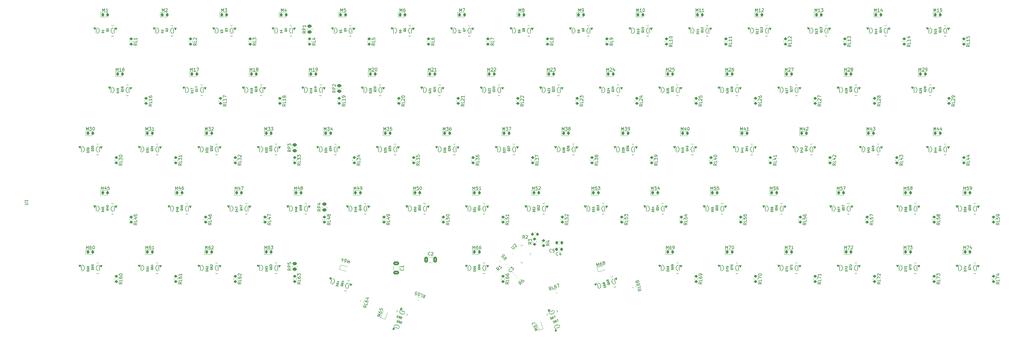
<source format=gto>
G04 #@! TF.GenerationSoftware,KiCad,Pcbnew,(6.0.7-1)-1*
G04 #@! TF.CreationDate,2022-08-18T09:54:36+02:00*
G04 #@! TF.ProjectId,optical-keyboard-mx,6f707469-6361-46c2-9d6b-6579626f6172,rev?*
G04 #@! TF.SameCoordinates,Original*
G04 #@! TF.FileFunction,Legend,Top*
G04 #@! TF.FilePolarity,Positive*
%FSLAX46Y46*%
G04 Gerber Fmt 4.6, Leading zero omitted, Abs format (unit mm)*
G04 Created by KiCad (PCBNEW (6.0.7-1)-1) date 2022-08-18 09:54:36*
%MOMM*%
%LPD*%
G01*
G04 APERTURE LIST*
G04 Aperture macros list*
%AMRoundRect*
0 Rectangle with rounded corners*
0 $1 Rounding radius*
0 $2 $3 $4 $5 $6 $7 $8 $9 X,Y pos of 4 corners*
0 Add a 4 corners polygon primitive as box body*
4,1,4,$2,$3,$4,$5,$6,$7,$8,$9,$2,$3,0*
0 Add four circle primitives for the rounded corners*
1,1,$1+$1,$2,$3*
1,1,$1+$1,$4,$5*
1,1,$1+$1,$6,$7*
1,1,$1+$1,$8,$9*
0 Add four rect primitives between the rounded corners*
20,1,$1+$1,$2,$3,$4,$5,0*
20,1,$1+$1,$4,$5,$6,$7,0*
20,1,$1+$1,$6,$7,$8,$9,0*
20,1,$1+$1,$8,$9,$2,$3,0*%
%AMRotRect*
0 Rectangle, with rotation*
0 The origin of the aperture is its center*
0 $1 length*
0 $2 width*
0 $3 Rotation angle, in degrees counterclockwise*
0 Add horizontal line*
21,1,$1,$2,0,0,$3*%
G04 Aperture macros list end*
%ADD10C,0.150000*%
%ADD11C,0.125000*%
%ADD12C,0.127000*%
%ADD13C,0.120000*%
%ADD14R,1.400000X1.000000*%
%ADD15R,1.400000X0.800000*%
%ADD16RoundRect,0.200000X-0.275000X0.200000X-0.275000X-0.200000X0.275000X-0.200000X0.275000X0.200000X0*%
%ADD17RotRect,0.800000X1.400000X286.000000*%
%ADD18RoundRect,0.200000X0.200000X0.275000X-0.200000X0.275000X-0.200000X-0.275000X0.200000X-0.275000X0*%
%ADD19RoundRect,0.218750X-0.218750X-0.256250X0.218750X-0.256250X0.218750X0.256250X-0.218750X0.256250X0*%
%ADD20C,6.200000*%
%ADD21RotRect,0.800000X1.400000X340.000000*%
%ADD22RoundRect,0.250000X0.450000X-0.262500X0.450000X0.262500X-0.450000X0.262500X-0.450000X-0.262500X0*%
%ADD23RoundRect,0.218750X-0.139644X-0.306619X0.280908X-0.186028X0.139644X0.306619X-0.280908X0.186028X0*%
%ADD24RoundRect,0.200000X0.275000X-0.200000X0.275000X0.200000X-0.275000X0.200000X-0.275000X-0.200000X0*%
%ADD25RoundRect,0.200000X-0.053033X0.335876X-0.335876X0.053033X0.053033X-0.335876X0.335876X-0.053033X0*%
%ADD26RoundRect,0.225000X0.225000X0.250000X-0.225000X0.250000X-0.225000X-0.250000X0.225000X-0.250000X0*%
%ADD27RoundRect,0.218750X0.165979X-0.293200X0.315613X0.117915X-0.165979X0.293200X-0.315613X-0.117915X0*%
%ADD28RoundRect,0.200000X-0.209219X0.268053X-0.319474X-0.116452X0.209219X-0.268053X0.319474X0.116452X0*%
%ADD29RoundRect,0.225000X-0.017678X0.335876X-0.335876X0.017678X0.017678X-0.335876X0.335876X-0.017678X0*%
%ADD30RoundRect,0.200000X-0.319474X0.116452X-0.209219X-0.268053X0.319474X-0.116452X0.209219X0.268053X0*%
%ADD31RoundRect,0.218750X-0.280908X-0.186028X0.139644X-0.306619X0.280908X0.186028X-0.139644X0.306619X0*%
%ADD32RoundRect,0.200000X-0.093883X-0.326819X0.281994X-0.190011X0.093883X0.326819X-0.281994X0.190011X0*%
%ADD33RoundRect,0.200000X0.053033X-0.335876X0.335876X-0.053033X-0.053033X0.335876X-0.335876X0.053033X0*%
%ADD34RoundRect,0.218750X0.315613X-0.117915X0.165979X0.293200X-0.315613X0.117915X-0.165979X-0.293200X0*%
%ADD35RotRect,0.800000X1.400000X20.000000*%
%ADD36RotRect,1.000000X1.400000X200.000000*%
%ADD37RoundRect,0.050000X-0.220971X-0.291682X0.291682X0.220971X0.220971X0.291682X-0.291682X-0.220971X0*%
%ADD38RoundRect,0.050000X0.220971X-0.291682X0.291682X-0.220971X-0.220971X0.291682X-0.291682X0.220971X0*%
%ADD39RotRect,2.300000X2.300000X45.000000*%
%ADD40RotRect,0.800000X1.400000X254.000000*%
%ADD41RotRect,1.000000X1.400000X74.000000*%
%ADD42RotRect,1.000000X1.400000X160.000000*%
%ADD43RoundRect,0.250000X-0.325000X-0.650000X0.325000X-0.650000X0.325000X0.650000X-0.325000X0.650000X0*%
%ADD44RoundRect,0.200000X-0.335876X-0.053033X-0.053033X-0.335876X0.335876X0.053033X0.053033X0.335876X0*%
%ADD45O,7.000000X3.500000*%
%ADD46C,2.082800*%
%ADD47RotRect,1.000000X1.400000X106.000000*%
%ADD48RoundRect,0.200000X-0.281994X-0.190011X0.093883X-0.326819X0.281994X0.190011X-0.093883X0.326819X0*%
%ADD49RoundRect,0.250000X-0.650000X0.325000X-0.650000X-0.325000X0.650000X-0.325000X0.650000X0.325000X0*%
G04 APERTURE END LIST*
D10*
X186311296Y-38112884D02*
X186280820Y-38173836D01*
X186219867Y-38234789D01*
X186128439Y-38326217D01*
X186097962Y-38387170D01*
X186097962Y-38448122D01*
X186250343Y-38417646D02*
X186219867Y-38478598D01*
X186158915Y-38539550D01*
X186037010Y-38570027D01*
X185823677Y-38570027D01*
X185701772Y-38539550D01*
X185640820Y-38478598D01*
X185610343Y-38417646D01*
X185610343Y-38295741D01*
X185640820Y-38234789D01*
X185701772Y-38173836D01*
X185823677Y-38143360D01*
X186037010Y-38143360D01*
X186158915Y-38173836D01*
X186219867Y-38234789D01*
X186250343Y-38295741D01*
X186250343Y-38417646D01*
X185610343Y-37930027D02*
X185610343Y-37533836D01*
X185854153Y-37747170D01*
X185854153Y-37655741D01*
X185884629Y-37594789D01*
X185915105Y-37564312D01*
X185976058Y-37533836D01*
X186128439Y-37533836D01*
X186189391Y-37564312D01*
X186219867Y-37594789D01*
X186250343Y-37655741D01*
X186250343Y-37838598D01*
X186219867Y-37899550D01*
X186189391Y-37930027D01*
X186250343Y-37229074D02*
X186250343Y-37107170D01*
X186219867Y-37046217D01*
X186189391Y-37015741D01*
X186097962Y-36954789D01*
X185976058Y-36924312D01*
X185732248Y-36924312D01*
X185671296Y-36954789D01*
X185640820Y-36985265D01*
X185610343Y-37046217D01*
X185610343Y-37168122D01*
X185640820Y-37229074D01*
X185671296Y-37259550D01*
X185732248Y-37290027D01*
X185884629Y-37290027D01*
X185945581Y-37259550D01*
X185976058Y-37229074D01*
X186006534Y-37168122D01*
X186006534Y-37046217D01*
X185976058Y-36985265D01*
X185945581Y-36954789D01*
X185884629Y-36924312D01*
D11*
X187728571Y-36145238D02*
X187752380Y-36169047D01*
X187776190Y-36240476D01*
X187776190Y-36288095D01*
X187752380Y-36359523D01*
X187704761Y-36407142D01*
X187657142Y-36430952D01*
X187561904Y-36454761D01*
X187490476Y-36454761D01*
X187395238Y-36430952D01*
X187347619Y-36407142D01*
X187300000Y-36359523D01*
X187276190Y-36288095D01*
X187276190Y-36240476D01*
X187300000Y-36169047D01*
X187323809Y-36145238D01*
X187514285Y-39807142D02*
X187514285Y-39640476D01*
X187776190Y-39569047D02*
X187776190Y-39807142D01*
X187276190Y-39807142D01*
X187276190Y-39569047D01*
D10*
X51828703Y-77029972D02*
X51188703Y-77029972D01*
X51188703Y-76877591D01*
X51219180Y-76786163D01*
X51280132Y-76725210D01*
X51341084Y-76694734D01*
X51462989Y-76664258D01*
X51554418Y-76664258D01*
X51676322Y-76694734D01*
X51737275Y-76725210D01*
X51798227Y-76786163D01*
X51828703Y-76877591D01*
X51828703Y-77029972D01*
X51188703Y-76115687D02*
X51188703Y-76237591D01*
X51219180Y-76298544D01*
X51249656Y-76329020D01*
X51341084Y-76389972D01*
X51462989Y-76420449D01*
X51706799Y-76420449D01*
X51767751Y-76389972D01*
X51798227Y-76359496D01*
X51828703Y-76298544D01*
X51828703Y-76176639D01*
X51798227Y-76115687D01*
X51767751Y-76085210D01*
X51706799Y-76054734D01*
X51554418Y-76054734D01*
X51493465Y-76085210D01*
X51462989Y-76115687D01*
X51432513Y-76176639D01*
X51432513Y-76298544D01*
X51462989Y-76359496D01*
X51493465Y-76389972D01*
X51554418Y-76420449D01*
X51249656Y-75810925D02*
X51219180Y-75780449D01*
X51188703Y-75719496D01*
X51188703Y-75567115D01*
X51219180Y-75506163D01*
X51249656Y-75475687D01*
X51310608Y-75445210D01*
X51371560Y-75445210D01*
X51462989Y-75475687D01*
X51828703Y-75841401D01*
X51828703Y-75445210D01*
X252432380Y-42547619D02*
X251956190Y-42880952D01*
X252432380Y-43119047D02*
X251432380Y-43119047D01*
X251432380Y-42738095D01*
X251480000Y-42642857D01*
X251527619Y-42595238D01*
X251622857Y-42547619D01*
X251765714Y-42547619D01*
X251860952Y-42595238D01*
X251908571Y-42642857D01*
X251956190Y-42738095D01*
X251956190Y-43119047D01*
X252432380Y-41642857D02*
X252432380Y-42119047D01*
X251432380Y-42119047D01*
X251765714Y-40880952D02*
X252432380Y-40880952D01*
X251384761Y-41119047D02*
X252099047Y-41357142D01*
X252099047Y-40738095D01*
X251527619Y-40404761D02*
X251480000Y-40357142D01*
X251432380Y-40261904D01*
X251432380Y-40023809D01*
X251480000Y-39928571D01*
X251527619Y-39880952D01*
X251622857Y-39833333D01*
X251718095Y-39833333D01*
X251860952Y-39880952D01*
X252432380Y-40452380D01*
X252432380Y-39833333D01*
X72311296Y-38112884D02*
X72280820Y-38173836D01*
X72219867Y-38234789D01*
X72128439Y-38326217D01*
X72097962Y-38387170D01*
X72097962Y-38448122D01*
X72250343Y-38417646D02*
X72219867Y-38478598D01*
X72158915Y-38539550D01*
X72037010Y-38570027D01*
X71823677Y-38570027D01*
X71701772Y-38539550D01*
X71640820Y-38478598D01*
X71610343Y-38417646D01*
X71610343Y-38295741D01*
X71640820Y-38234789D01*
X71701772Y-38173836D01*
X71823677Y-38143360D01*
X72037010Y-38143360D01*
X72158915Y-38173836D01*
X72219867Y-38234789D01*
X72250343Y-38295741D01*
X72250343Y-38417646D01*
X71610343Y-37930027D02*
X71610343Y-37533836D01*
X71854153Y-37747170D01*
X71854153Y-37655741D01*
X71884629Y-37594789D01*
X71915105Y-37564312D01*
X71976058Y-37533836D01*
X72128439Y-37533836D01*
X72189391Y-37564312D01*
X72219867Y-37594789D01*
X72250343Y-37655741D01*
X72250343Y-37838598D01*
X72219867Y-37899550D01*
X72189391Y-37930027D01*
X71610343Y-37320503D02*
X71610343Y-36924312D01*
X71854153Y-37137646D01*
X71854153Y-37046217D01*
X71884629Y-36985265D01*
X71915105Y-36954789D01*
X71976058Y-36924312D01*
X72128439Y-36924312D01*
X72189391Y-36954789D01*
X72219867Y-36985265D01*
X72250343Y-37046217D01*
X72250343Y-37229074D01*
X72219867Y-37290027D01*
X72189391Y-37320503D01*
D11*
X73728571Y-36145238D02*
X73752380Y-36169047D01*
X73776190Y-36240476D01*
X73776190Y-36288095D01*
X73752380Y-36359523D01*
X73704761Y-36407142D01*
X73657142Y-36430952D01*
X73561904Y-36454761D01*
X73490476Y-36454761D01*
X73395238Y-36430952D01*
X73347619Y-36407142D01*
X73300000Y-36359523D01*
X73276190Y-36288095D01*
X73276190Y-36240476D01*
X73300000Y-36169047D01*
X73323809Y-36145238D01*
X73514285Y-39807142D02*
X73514285Y-39640476D01*
X73776190Y-39569047D02*
X73776190Y-39807142D01*
X73276190Y-39807142D01*
X73276190Y-39569047D01*
D10*
X178978922Y-82106198D02*
X178363715Y-82282605D01*
X178321713Y-82136128D01*
X178325807Y-82039840D01*
X178367598Y-81964448D01*
X178417789Y-81918352D01*
X178526571Y-81855455D01*
X178614457Y-81830254D01*
X178740040Y-81825948D01*
X178807032Y-81838443D01*
X178882424Y-81880233D01*
X178936920Y-81959720D01*
X178978922Y-82106198D01*
X178111703Y-81403738D02*
X178145305Y-81520920D01*
X178191401Y-81571111D01*
X178229097Y-81592006D01*
X178333785Y-81625396D01*
X178459368Y-81621090D01*
X178693732Y-81553887D01*
X178743923Y-81507791D01*
X178764818Y-81470095D01*
X178777313Y-81403103D01*
X178743712Y-81285921D01*
X178697615Y-81235730D01*
X178659919Y-81214835D01*
X178592928Y-81202340D01*
X178446450Y-81244342D01*
X178396259Y-81290438D01*
X178375364Y-81328134D01*
X178362869Y-81395126D01*
X178396470Y-81512308D01*
X178442567Y-81562499D01*
X178480263Y-81583394D01*
X178547254Y-81595889D01*
X178257759Y-80917996D02*
X178245264Y-80984988D01*
X178224368Y-81022683D01*
X178174178Y-81068780D01*
X178144882Y-81077180D01*
X178077891Y-81064685D01*
X178040195Y-81043790D01*
X177994098Y-80993599D01*
X177960497Y-80876417D01*
X177972992Y-80809425D01*
X177993887Y-80771729D01*
X178044078Y-80725633D01*
X178073373Y-80717233D01*
X178140365Y-80729728D01*
X178178061Y-80750623D01*
X178224157Y-80800814D01*
X178257759Y-80917996D01*
X178303855Y-80968187D01*
X178341551Y-80989082D01*
X178408542Y-81001577D01*
X178525725Y-80967975D01*
X178575916Y-80921879D01*
X178596811Y-80884183D01*
X178609306Y-80817191D01*
X178575704Y-80700009D01*
X178529608Y-80649818D01*
X178491912Y-80628923D01*
X178424920Y-80616428D01*
X178307738Y-80650030D01*
X178257547Y-80696126D01*
X178236652Y-80733822D01*
X178224157Y-80800814D01*
X153013333Y-66542380D02*
X152680000Y-66066190D01*
X152441904Y-66542380D02*
X152441904Y-65542380D01*
X152822857Y-65542380D01*
X152918095Y-65590000D01*
X152965714Y-65637619D01*
X153013333Y-65732857D01*
X153013333Y-65875714D01*
X152965714Y-65970952D01*
X152918095Y-66018571D01*
X152822857Y-66066190D01*
X152441904Y-66066190D01*
X153394285Y-65637619D02*
X153441904Y-65590000D01*
X153537142Y-65542380D01*
X153775238Y-65542380D01*
X153870476Y-65590000D01*
X153918095Y-65637619D01*
X153965714Y-65732857D01*
X153965714Y-65828095D01*
X153918095Y-65970952D01*
X153346666Y-66542380D01*
X153965714Y-66542380D01*
X143182380Y-4071428D02*
X142706190Y-4404761D01*
X143182380Y-4642857D02*
X142182380Y-4642857D01*
X142182380Y-4261904D01*
X142230000Y-4166666D01*
X142277619Y-4119047D01*
X142372857Y-4071428D01*
X142515714Y-4071428D01*
X142610952Y-4119047D01*
X142658571Y-4166666D01*
X142706190Y-4261904D01*
X142706190Y-4642857D01*
X143182380Y-3166666D02*
X143182380Y-3642857D01*
X142182380Y-3642857D01*
X142182380Y-2928571D02*
X142182380Y-2261904D01*
X143182380Y-2690476D01*
X228682380Y-80547619D02*
X228206190Y-80880952D01*
X228682380Y-81119047D02*
X227682380Y-81119047D01*
X227682380Y-80738095D01*
X227730000Y-80642857D01*
X227777619Y-80595238D01*
X227872857Y-80547619D01*
X228015714Y-80547619D01*
X228110952Y-80595238D01*
X228158571Y-80642857D01*
X228206190Y-80738095D01*
X228206190Y-81119047D01*
X228682380Y-79642857D02*
X228682380Y-80119047D01*
X227682380Y-80119047D01*
X227682380Y-79404761D02*
X227682380Y-78738095D01*
X228682380Y-79166666D01*
X227682380Y-78166666D02*
X227682380Y-78071428D01*
X227730000Y-77976190D01*
X227777619Y-77928571D01*
X227872857Y-77880952D01*
X228063333Y-77833333D01*
X228301428Y-77833333D01*
X228491904Y-77880952D01*
X228587142Y-77928571D01*
X228634761Y-77976190D01*
X228682380Y-78071428D01*
X228682380Y-78166666D01*
X228634761Y-78261904D01*
X228587142Y-78309523D01*
X228491904Y-78357142D01*
X228301428Y-78404761D01*
X228063333Y-78404761D01*
X227872857Y-78357142D01*
X227777619Y-78309523D01*
X227730000Y-78261904D01*
X227682380Y-78166666D01*
X209682380Y-23547619D02*
X209206190Y-23880952D01*
X209682380Y-24119047D02*
X208682380Y-24119047D01*
X208682380Y-23738095D01*
X208730000Y-23642857D01*
X208777619Y-23595238D01*
X208872857Y-23547619D01*
X209015714Y-23547619D01*
X209110952Y-23595238D01*
X209158571Y-23642857D01*
X209206190Y-23738095D01*
X209206190Y-24119047D01*
X209682380Y-22642857D02*
X209682380Y-23119047D01*
X208682380Y-23119047D01*
X208777619Y-22357142D02*
X208730000Y-22309523D01*
X208682380Y-22214285D01*
X208682380Y-21976190D01*
X208730000Y-21880952D01*
X208777619Y-21833333D01*
X208872857Y-21785714D01*
X208968095Y-21785714D01*
X209110952Y-21833333D01*
X209682380Y-22404761D01*
X209682380Y-21785714D01*
X208682380Y-20880952D02*
X208682380Y-21357142D01*
X209158571Y-21404761D01*
X209110952Y-21357142D01*
X209063333Y-21261904D01*
X209063333Y-21023809D01*
X209110952Y-20928571D01*
X209158571Y-20880952D01*
X209253809Y-20833333D01*
X209491904Y-20833333D01*
X209587142Y-20880952D01*
X209634761Y-20928571D01*
X209682380Y-21023809D01*
X209682380Y-21261904D01*
X209634761Y-21357142D01*
X209587142Y-21404761D01*
X47078703Y-20029972D02*
X46438703Y-20029972D01*
X46438703Y-19877591D01*
X46469180Y-19786163D01*
X46530132Y-19725210D01*
X46591084Y-19694734D01*
X46712989Y-19664258D01*
X46804418Y-19664258D01*
X46926322Y-19694734D01*
X46987275Y-19725210D01*
X47048227Y-19786163D01*
X47078703Y-19877591D01*
X47078703Y-20029972D01*
X47078703Y-19054734D02*
X47078703Y-19420449D01*
X47078703Y-19237591D02*
X46438703Y-19237591D01*
X46530132Y-19298544D01*
X46591084Y-19359496D01*
X46621560Y-19420449D01*
X46438703Y-18841401D02*
X46438703Y-18414734D01*
X47078703Y-18689020D01*
X238561296Y-76112884D02*
X238530820Y-76173836D01*
X238469867Y-76234789D01*
X238378439Y-76326217D01*
X238347962Y-76387170D01*
X238347962Y-76448122D01*
X238500343Y-76417646D02*
X238469867Y-76478598D01*
X238408915Y-76539550D01*
X238287010Y-76570027D01*
X238073677Y-76570027D01*
X237951772Y-76539550D01*
X237890820Y-76478598D01*
X237860343Y-76417646D01*
X237860343Y-76295741D01*
X237890820Y-76234789D01*
X237951772Y-76173836D01*
X238073677Y-76143360D01*
X238287010Y-76143360D01*
X238408915Y-76173836D01*
X238469867Y-76234789D01*
X238500343Y-76295741D01*
X238500343Y-76417646D01*
X237860343Y-75930027D02*
X237860343Y-75503360D01*
X238500343Y-75777646D01*
X238500343Y-74924312D02*
X238500343Y-75290027D01*
X238500343Y-75107170D02*
X237860343Y-75107170D01*
X237951772Y-75168122D01*
X238012724Y-75229074D01*
X238043200Y-75290027D01*
D11*
X239764285Y-77807142D02*
X239764285Y-77640476D01*
X240026190Y-77569047D02*
X240026190Y-77807142D01*
X239526190Y-77807142D01*
X239526190Y-77569047D01*
X239978571Y-74145238D02*
X240002380Y-74169047D01*
X240026190Y-74240476D01*
X240026190Y-74288095D01*
X240002380Y-74359523D01*
X239954761Y-74407142D01*
X239907142Y-74430952D01*
X239811904Y-74454761D01*
X239740476Y-74454761D01*
X239645238Y-74430952D01*
X239597619Y-74407142D01*
X239550000Y-74359523D01*
X239526190Y-74288095D01*
X239526190Y-74240476D01*
X239550000Y-74169047D01*
X239573809Y-74145238D01*
D10*
X278964285Y-12922380D02*
X278964285Y-11922380D01*
X279297619Y-12636666D01*
X279630952Y-11922380D01*
X279630952Y-12922380D01*
X280059523Y-12017619D02*
X280107142Y-11970000D01*
X280202380Y-11922380D01*
X280440476Y-11922380D01*
X280535714Y-11970000D01*
X280583333Y-12017619D01*
X280630952Y-12112857D01*
X280630952Y-12208095D01*
X280583333Y-12350952D01*
X280011904Y-12922380D01*
X280630952Y-12922380D01*
X281107142Y-12922380D02*
X281297619Y-12922380D01*
X281392857Y-12874761D01*
X281440476Y-12827142D01*
X281535714Y-12684285D01*
X281583333Y-12493809D01*
X281583333Y-12112857D01*
X281535714Y-12017619D01*
X281488095Y-11970000D01*
X281392857Y-11922380D01*
X281202380Y-11922380D01*
X281107142Y-11970000D01*
X281059523Y-12017619D01*
X281011904Y-12112857D01*
X281011904Y-12350952D01*
X281059523Y-12446190D01*
X281107142Y-12493809D01*
X281202380Y-12541428D01*
X281392857Y-12541428D01*
X281488095Y-12493809D01*
X281535714Y-12446190D01*
X281583333Y-12350952D01*
X24432380Y-80547619D02*
X23956190Y-80880952D01*
X24432380Y-81119047D02*
X23432380Y-81119047D01*
X23432380Y-80738095D01*
X23480000Y-80642857D01*
X23527619Y-80595238D01*
X23622857Y-80547619D01*
X23765714Y-80547619D01*
X23860952Y-80595238D01*
X23908571Y-80642857D01*
X23956190Y-80738095D01*
X23956190Y-81119047D01*
X24432380Y-79642857D02*
X24432380Y-80119047D01*
X23432380Y-80119047D01*
X23432380Y-78880952D02*
X23432380Y-79071428D01*
X23480000Y-79166666D01*
X23527619Y-79214285D01*
X23670476Y-79309523D01*
X23860952Y-79357142D01*
X24241904Y-79357142D01*
X24337142Y-79309523D01*
X24384761Y-79261904D01*
X24432380Y-79166666D01*
X24432380Y-78976190D01*
X24384761Y-78880952D01*
X24337142Y-78833333D01*
X24241904Y-78785714D01*
X24003809Y-78785714D01*
X23908571Y-78833333D01*
X23860952Y-78880952D01*
X23813333Y-78976190D01*
X23813333Y-79166666D01*
X23860952Y-79261904D01*
X23908571Y-79309523D01*
X24003809Y-79357142D01*
X23432380Y-78166666D02*
X23432380Y-78071428D01*
X23480000Y-77976190D01*
X23527619Y-77928571D01*
X23622857Y-77880952D01*
X23813333Y-77833333D01*
X24051428Y-77833333D01*
X24241904Y-77880952D01*
X24337142Y-77928571D01*
X24384761Y-77976190D01*
X24432380Y-78071428D01*
X24432380Y-78166666D01*
X24384761Y-78261904D01*
X24337142Y-78309523D01*
X24241904Y-78357142D01*
X24051428Y-78404761D01*
X23813333Y-78404761D01*
X23622857Y-78357142D01*
X23527619Y-78309523D01*
X23480000Y-78261904D01*
X23432380Y-78166666D01*
X229061296Y-112884D02*
X229030820Y-173836D01*
X228969867Y-234789D01*
X228878439Y-326217D01*
X228847962Y-387170D01*
X228847962Y-448122D01*
X229000343Y-417646D02*
X228969867Y-478598D01*
X228908915Y-539550D01*
X228787010Y-570027D01*
X228573677Y-570027D01*
X228451772Y-539550D01*
X228390820Y-478598D01*
X228360343Y-417646D01*
X228360343Y-295741D01*
X228390820Y-234789D01*
X228451772Y-173836D01*
X228573677Y-143360D01*
X228787010Y-143360D01*
X228908915Y-173836D01*
X228969867Y-234789D01*
X229000343Y-295741D01*
X229000343Y-417646D01*
X229000343Y466163D02*
X229000343Y100449D01*
X229000343Y283306D02*
X228360343Y283306D01*
X228451772Y222353D01*
X228512724Y161401D01*
X228543200Y100449D01*
X228421296Y709972D02*
X228390820Y740449D01*
X228360343Y801401D01*
X228360343Y953782D01*
X228390820Y1014734D01*
X228421296Y1045210D01*
X228482248Y1075687D01*
X228543200Y1075687D01*
X228634629Y1045210D01*
X229000343Y679496D01*
X229000343Y1075687D01*
D11*
X230264285Y-1807142D02*
X230264285Y-1640476D01*
X230526190Y-1569047D02*
X230526190Y-1807142D01*
X230026190Y-1807142D01*
X230026190Y-1569047D01*
X230478571Y1854761D02*
X230502380Y1830952D01*
X230526190Y1759523D01*
X230526190Y1711904D01*
X230502380Y1640476D01*
X230454761Y1592857D01*
X230407142Y1569047D01*
X230311904Y1545238D01*
X230240476Y1545238D01*
X230145238Y1569047D01*
X230097619Y1592857D01*
X230050000Y1640476D01*
X230026190Y1711904D01*
X230026190Y1759523D01*
X230050000Y1830952D01*
X230073809Y1854761D01*
D10*
X172061296Y191877D02*
X172030820Y130925D01*
X171969867Y69972D01*
X171878439Y-21455D01*
X171847962Y-82408D01*
X171847962Y-143360D01*
X172000343Y-112884D02*
X171969867Y-173836D01*
X171908915Y-234789D01*
X171787010Y-265265D01*
X171573677Y-265265D01*
X171451772Y-234789D01*
X171390820Y-173836D01*
X171360343Y-112884D01*
X171360343Y9020D01*
X171390820Y69972D01*
X171451772Y130925D01*
X171573677Y161401D01*
X171787010Y161401D01*
X171908915Y130925D01*
X171969867Y69972D01*
X172000343Y9020D01*
X172000343Y-112884D01*
X172000343Y466163D02*
X172000343Y588068D01*
X171969867Y649020D01*
X171939391Y679496D01*
X171847962Y740449D01*
X171726058Y770925D01*
X171482248Y770925D01*
X171421296Y740449D01*
X171390820Y709972D01*
X171360343Y649020D01*
X171360343Y527115D01*
X171390820Y466163D01*
X171421296Y435687D01*
X171482248Y405210D01*
X171634629Y405210D01*
X171695581Y435687D01*
X171726058Y466163D01*
X171756534Y527115D01*
X171756534Y649020D01*
X171726058Y709972D01*
X171695581Y740449D01*
X171634629Y770925D01*
D11*
X173264285Y-1807142D02*
X173264285Y-1640476D01*
X173526190Y-1569047D02*
X173526190Y-1807142D01*
X173026190Y-1807142D01*
X173026190Y-1569047D01*
X173478571Y1854761D02*
X173502380Y1830952D01*
X173526190Y1759523D01*
X173526190Y1711904D01*
X173502380Y1640476D01*
X173454761Y1592857D01*
X173407142Y1569047D01*
X173311904Y1545238D01*
X173240476Y1545238D01*
X173145238Y1569047D01*
X173097619Y1592857D01*
X173050000Y1640476D01*
X173026190Y1711904D01*
X173026190Y1759523D01*
X173050000Y1830952D01*
X173073809Y1854761D01*
D10*
X31964285Y-69922380D02*
X31964285Y-68922380D01*
X32297619Y-69636666D01*
X32630952Y-68922380D01*
X32630952Y-69922380D01*
X33535714Y-68922380D02*
X33345238Y-68922380D01*
X33250000Y-68970000D01*
X33202380Y-69017619D01*
X33107142Y-69160476D01*
X33059523Y-69350952D01*
X33059523Y-69731904D01*
X33107142Y-69827142D01*
X33154761Y-69874761D01*
X33250000Y-69922380D01*
X33440476Y-69922380D01*
X33535714Y-69874761D01*
X33583333Y-69827142D01*
X33630952Y-69731904D01*
X33630952Y-69493809D01*
X33583333Y-69398571D01*
X33535714Y-69350952D01*
X33440476Y-69303333D01*
X33250000Y-69303333D01*
X33154761Y-69350952D01*
X33107142Y-69398571D01*
X33059523Y-69493809D01*
X34583333Y-69922380D02*
X34011904Y-69922380D01*
X34297619Y-69922380D02*
X34297619Y-68922380D01*
X34202380Y-69065238D01*
X34107142Y-69160476D01*
X34011904Y-69208095D01*
X110311296Y-38112884D02*
X110280820Y-38173836D01*
X110219867Y-38234789D01*
X110128439Y-38326217D01*
X110097962Y-38387170D01*
X110097962Y-38448122D01*
X110250343Y-38417646D02*
X110219867Y-38478598D01*
X110158915Y-38539550D01*
X110037010Y-38570027D01*
X109823677Y-38570027D01*
X109701772Y-38539550D01*
X109640820Y-38478598D01*
X109610343Y-38417646D01*
X109610343Y-38295741D01*
X109640820Y-38234789D01*
X109701772Y-38173836D01*
X109823677Y-38143360D01*
X110037010Y-38143360D01*
X110158915Y-38173836D01*
X110219867Y-38234789D01*
X110250343Y-38295741D01*
X110250343Y-38417646D01*
X109610343Y-37930027D02*
X109610343Y-37533836D01*
X109854153Y-37747170D01*
X109854153Y-37655741D01*
X109884629Y-37594789D01*
X109915105Y-37564312D01*
X109976058Y-37533836D01*
X110128439Y-37533836D01*
X110189391Y-37564312D01*
X110219867Y-37594789D01*
X110250343Y-37655741D01*
X110250343Y-37838598D01*
X110219867Y-37899550D01*
X110189391Y-37930027D01*
X109610343Y-36954789D02*
X109610343Y-37259550D01*
X109915105Y-37290027D01*
X109884629Y-37259550D01*
X109854153Y-37198598D01*
X109854153Y-37046217D01*
X109884629Y-36985265D01*
X109915105Y-36954789D01*
X109976058Y-36924312D01*
X110128439Y-36924312D01*
X110189391Y-36954789D01*
X110219867Y-36985265D01*
X110250343Y-37046217D01*
X110250343Y-37198598D01*
X110219867Y-37259550D01*
X110189391Y-37290027D01*
D11*
X111728571Y-36145238D02*
X111752380Y-36169047D01*
X111776190Y-36240476D01*
X111776190Y-36288095D01*
X111752380Y-36359523D01*
X111704761Y-36407142D01*
X111657142Y-36430952D01*
X111561904Y-36454761D01*
X111490476Y-36454761D01*
X111395238Y-36430952D01*
X111347619Y-36407142D01*
X111300000Y-36359523D01*
X111276190Y-36288095D01*
X111276190Y-36240476D01*
X111300000Y-36169047D01*
X111323809Y-36145238D01*
X111514285Y-39807142D02*
X111514285Y-39640476D01*
X111776190Y-39569047D02*
X111776190Y-39807142D01*
X111276190Y-39807142D01*
X111276190Y-39569047D01*
D10*
X113823766Y-93248160D02*
X113604873Y-93849563D01*
X113461682Y-93797446D01*
X113386190Y-93737537D01*
X113349761Y-93659413D01*
X113341970Y-93591713D01*
X113355025Y-93466737D01*
X113386296Y-93380822D01*
X113456628Y-93276693D01*
X113506113Y-93229840D01*
X113584236Y-93193410D01*
X113680575Y-93196042D01*
X113823766Y-93248160D01*
X112745725Y-93536859D02*
X112860278Y-93578553D01*
X112927978Y-93570761D01*
X112967040Y-93552547D01*
X113055587Y-93487479D01*
X113125919Y-93383349D01*
X113209307Y-93154243D01*
X113201516Y-93086543D01*
X113183301Y-93047482D01*
X113136448Y-92997996D01*
X113021895Y-92956302D01*
X112954195Y-92964094D01*
X112915133Y-92982309D01*
X112865648Y-93029162D01*
X112813531Y-93172353D01*
X112821322Y-93240053D01*
X112839537Y-93279115D01*
X112886390Y-93328600D01*
X113000943Y-93370294D01*
X113068643Y-93362502D01*
X113107704Y-93344287D01*
X113157190Y-93297434D01*
X112144322Y-93317966D02*
X112430705Y-93422201D01*
X112563578Y-93146242D01*
X112524516Y-93164456D01*
X112456816Y-93172248D01*
X112313625Y-93120130D01*
X112266772Y-93070645D01*
X112248557Y-93031583D01*
X112240766Y-92963883D01*
X112292883Y-92820692D01*
X112342368Y-92773839D01*
X112381430Y-92755624D01*
X112449130Y-92747833D01*
X112592321Y-92799950D01*
X112639174Y-92849436D01*
X112657389Y-92888497D01*
X83102380Y-166666D02*
X82626190Y-500000D01*
X83102380Y-738095D02*
X82102380Y-738095D01*
X82102380Y-357142D01*
X82150000Y-261904D01*
X82197619Y-214285D01*
X82292857Y-166666D01*
X82435714Y-166666D01*
X82530952Y-214285D01*
X82578571Y-261904D01*
X82626190Y-357142D01*
X82626190Y-738095D01*
X83102380Y261904D02*
X82102380Y261904D01*
X82102380Y642857D01*
X82150000Y738095D01*
X82197619Y785714D01*
X82292857Y833333D01*
X82435714Y833333D01*
X82530952Y785714D01*
X82578571Y738095D01*
X82626190Y642857D01*
X82626190Y261904D01*
X83102380Y1785714D02*
X83102380Y1214285D01*
X83102380Y1500000D02*
X82102380Y1500000D01*
X82245238Y1404761D01*
X82340476Y1309523D01*
X82388095Y1214285D01*
X246578703Y-1029972D02*
X245938703Y-1029972D01*
X245938703Y-877591D01*
X245969180Y-786163D01*
X246030132Y-725210D01*
X246091084Y-694734D01*
X246212989Y-664258D01*
X246304418Y-664258D01*
X246426322Y-694734D01*
X246487275Y-725210D01*
X246548227Y-786163D01*
X246578703Y-877591D01*
X246578703Y-1029972D01*
X246578703Y-54734D02*
X246578703Y-420449D01*
X246578703Y-237591D02*
X245938703Y-237591D01*
X246030132Y-298544D01*
X246091084Y-359496D01*
X246121560Y-420449D01*
X245938703Y158598D02*
X245938703Y554789D01*
X246182513Y341455D01*
X246182513Y432884D01*
X246212989Y493836D01*
X246243465Y524312D01*
X246304418Y554789D01*
X246456799Y554789D01*
X246517751Y524312D01*
X246548227Y493836D01*
X246578703Y432884D01*
X246578703Y250027D01*
X246548227Y189074D01*
X246517751Y158598D01*
X227578703Y-1029972D02*
X226938703Y-1029972D01*
X226938703Y-877591D01*
X226969180Y-786163D01*
X227030132Y-725210D01*
X227091084Y-694734D01*
X227212989Y-664258D01*
X227304418Y-664258D01*
X227426322Y-694734D01*
X227487275Y-725210D01*
X227548227Y-786163D01*
X227578703Y-877591D01*
X227578703Y-1029972D01*
X227578703Y-54734D02*
X227578703Y-420449D01*
X227578703Y-237591D02*
X226938703Y-237591D01*
X227030132Y-298544D01*
X227091084Y-359496D01*
X227121560Y-420449D01*
X226999656Y189074D02*
X226969180Y219550D01*
X226938703Y280503D01*
X226938703Y432884D01*
X226969180Y493836D01*
X226999656Y524312D01*
X227060608Y554789D01*
X227121560Y554789D01*
X227212989Y524312D01*
X227578703Y158598D01*
X227578703Y554789D01*
X60464285Y-50922380D02*
X60464285Y-49922380D01*
X60797619Y-50636666D01*
X61130952Y-49922380D01*
X61130952Y-50922380D01*
X62035714Y-50255714D02*
X62035714Y-50922380D01*
X61797619Y-49874761D02*
X61559523Y-50589047D01*
X62178571Y-50589047D01*
X62464285Y-49922380D02*
X63130952Y-49922380D01*
X62702380Y-50922380D01*
X128932380Y-61547619D02*
X128456190Y-61880952D01*
X128932380Y-62119047D02*
X127932380Y-62119047D01*
X127932380Y-61738095D01*
X127980000Y-61642857D01*
X128027619Y-61595238D01*
X128122857Y-61547619D01*
X128265714Y-61547619D01*
X128360952Y-61595238D01*
X128408571Y-61642857D01*
X128456190Y-61738095D01*
X128456190Y-62119047D01*
X128932380Y-60642857D02*
X128932380Y-61119047D01*
X127932380Y-61119047D01*
X127932380Y-59833333D02*
X127932380Y-60309523D01*
X128408571Y-60357142D01*
X128360952Y-60309523D01*
X128313333Y-60214285D01*
X128313333Y-59976190D01*
X128360952Y-59880952D01*
X128408571Y-59833333D01*
X128503809Y-59785714D01*
X128741904Y-59785714D01*
X128837142Y-59833333D01*
X128884761Y-59880952D01*
X128932380Y-59976190D01*
X128932380Y-60214285D01*
X128884761Y-60309523D01*
X128837142Y-60357142D01*
X127932380Y-59166666D02*
X127932380Y-59071428D01*
X127980000Y-58976190D01*
X128027619Y-58928571D01*
X128122857Y-58880952D01*
X128313333Y-58833333D01*
X128551428Y-58833333D01*
X128741904Y-58880952D01*
X128837142Y-58928571D01*
X128884761Y-58976190D01*
X128932380Y-59071428D01*
X128932380Y-59166666D01*
X128884761Y-59261904D01*
X128837142Y-59309523D01*
X128741904Y-59357142D01*
X128551428Y-59404761D01*
X128313333Y-59404761D01*
X128122857Y-59357142D01*
X128027619Y-59309523D01*
X127980000Y-59261904D01*
X127932380Y-59166666D01*
X137328703Y-77029972D02*
X136688703Y-77029972D01*
X136688703Y-76877591D01*
X136719180Y-76786163D01*
X136780132Y-76725210D01*
X136841084Y-76694734D01*
X136962989Y-76664258D01*
X137054418Y-76664258D01*
X137176322Y-76694734D01*
X137237275Y-76725210D01*
X137298227Y-76786163D01*
X137328703Y-76877591D01*
X137328703Y-77029972D01*
X136688703Y-76115687D02*
X136688703Y-76237591D01*
X136719180Y-76298544D01*
X136749656Y-76329020D01*
X136841084Y-76389972D01*
X136962989Y-76420449D01*
X137206799Y-76420449D01*
X137267751Y-76389972D01*
X137298227Y-76359496D01*
X137328703Y-76298544D01*
X137328703Y-76176639D01*
X137298227Y-76115687D01*
X137267751Y-76085210D01*
X137206799Y-76054734D01*
X137054418Y-76054734D01*
X136993465Y-76085210D01*
X136962989Y-76115687D01*
X136932513Y-76176639D01*
X136932513Y-76298544D01*
X136962989Y-76359496D01*
X136993465Y-76389972D01*
X137054418Y-76420449D01*
X136688703Y-75506163D02*
X136688703Y-75628068D01*
X136719180Y-75689020D01*
X136749656Y-75719496D01*
X136841084Y-75780449D01*
X136962989Y-75810925D01*
X137206799Y-75810925D01*
X137267751Y-75780449D01*
X137298227Y-75749972D01*
X137328703Y-75689020D01*
X137328703Y-75567115D01*
X137298227Y-75506163D01*
X137267751Y-75475687D01*
X137206799Y-75445210D01*
X137054418Y-75445210D01*
X136993465Y-75475687D01*
X136962989Y-75506163D01*
X136932513Y-75567115D01*
X136932513Y-75689020D01*
X136962989Y-75749972D01*
X136993465Y-75780449D01*
X137054418Y-75810925D01*
X34311296Y-38112884D02*
X34280820Y-38173836D01*
X34219867Y-38234789D01*
X34128439Y-38326217D01*
X34097962Y-38387170D01*
X34097962Y-38448122D01*
X34250343Y-38417646D02*
X34219867Y-38478598D01*
X34158915Y-38539550D01*
X34037010Y-38570027D01*
X33823677Y-38570027D01*
X33701772Y-38539550D01*
X33640820Y-38478598D01*
X33610343Y-38417646D01*
X33610343Y-38295741D01*
X33640820Y-38234789D01*
X33701772Y-38173836D01*
X33823677Y-38143360D01*
X34037010Y-38143360D01*
X34158915Y-38173836D01*
X34219867Y-38234789D01*
X34250343Y-38295741D01*
X34250343Y-38417646D01*
X33610343Y-37930027D02*
X33610343Y-37533836D01*
X33854153Y-37747170D01*
X33854153Y-37655741D01*
X33884629Y-37594789D01*
X33915105Y-37564312D01*
X33976058Y-37533836D01*
X34128439Y-37533836D01*
X34189391Y-37564312D01*
X34219867Y-37594789D01*
X34250343Y-37655741D01*
X34250343Y-37838598D01*
X34219867Y-37899550D01*
X34189391Y-37930027D01*
X34250343Y-36924312D02*
X34250343Y-37290027D01*
X34250343Y-37107170D02*
X33610343Y-37107170D01*
X33701772Y-37168122D01*
X33762724Y-37229074D01*
X33793200Y-37290027D01*
D11*
X35514285Y-39807142D02*
X35514285Y-39640476D01*
X35776190Y-39569047D02*
X35776190Y-39807142D01*
X35276190Y-39807142D01*
X35276190Y-39569047D01*
X35728571Y-36145238D02*
X35752380Y-36169047D01*
X35776190Y-36240476D01*
X35776190Y-36288095D01*
X35752380Y-36359523D01*
X35704761Y-36407142D01*
X35657142Y-36430952D01*
X35561904Y-36454761D01*
X35490476Y-36454761D01*
X35395238Y-36430952D01*
X35347619Y-36407142D01*
X35300000Y-36359523D01*
X35276190Y-36288095D01*
X35276190Y-36240476D01*
X35300000Y-36169047D01*
X35323809Y-36145238D01*
D10*
X233811296Y-57112884D02*
X233780820Y-57173836D01*
X233719867Y-57234789D01*
X233628439Y-57326217D01*
X233597962Y-57387170D01*
X233597962Y-57448122D01*
X233750343Y-57417646D02*
X233719867Y-57478598D01*
X233658915Y-57539550D01*
X233537010Y-57570027D01*
X233323677Y-57570027D01*
X233201772Y-57539550D01*
X233140820Y-57478598D01*
X233110343Y-57417646D01*
X233110343Y-57295741D01*
X233140820Y-57234789D01*
X233201772Y-57173836D01*
X233323677Y-57143360D01*
X233537010Y-57143360D01*
X233658915Y-57173836D01*
X233719867Y-57234789D01*
X233750343Y-57295741D01*
X233750343Y-57417646D01*
X233110343Y-56564312D02*
X233110343Y-56869074D01*
X233415105Y-56899550D01*
X233384629Y-56869074D01*
X233354153Y-56808122D01*
X233354153Y-56655741D01*
X233384629Y-56594789D01*
X233415105Y-56564312D01*
X233476058Y-56533836D01*
X233628439Y-56533836D01*
X233689391Y-56564312D01*
X233719867Y-56594789D01*
X233750343Y-56655741D01*
X233750343Y-56808122D01*
X233719867Y-56869074D01*
X233689391Y-56899550D01*
X233110343Y-55985265D02*
X233110343Y-56107170D01*
X233140820Y-56168122D01*
X233171296Y-56198598D01*
X233262724Y-56259550D01*
X233384629Y-56290027D01*
X233628439Y-56290027D01*
X233689391Y-56259550D01*
X233719867Y-56229074D01*
X233750343Y-56168122D01*
X233750343Y-56046217D01*
X233719867Y-55985265D01*
X233689391Y-55954789D01*
X233628439Y-55924312D01*
X233476058Y-55924312D01*
X233415105Y-55954789D01*
X233384629Y-55985265D01*
X233354153Y-56046217D01*
X233354153Y-56168122D01*
X233384629Y-56229074D01*
X233415105Y-56259550D01*
X233476058Y-56290027D01*
D11*
X235228571Y-55145238D02*
X235252380Y-55169047D01*
X235276190Y-55240476D01*
X235276190Y-55288095D01*
X235252380Y-55359523D01*
X235204761Y-55407142D01*
X235157142Y-55430952D01*
X235061904Y-55454761D01*
X234990476Y-55454761D01*
X234895238Y-55430952D01*
X234847619Y-55407142D01*
X234800000Y-55359523D01*
X234776190Y-55288095D01*
X234776190Y-55240476D01*
X234800000Y-55169047D01*
X234823809Y-55145238D01*
X235014285Y-58807142D02*
X235014285Y-58640476D01*
X235276190Y-58569047D02*
X235276190Y-58807142D01*
X234776190Y-58807142D01*
X234776190Y-58569047D01*
D10*
X191061296Y-112884D02*
X191030820Y-173836D01*
X190969867Y-234789D01*
X190878439Y-326217D01*
X190847962Y-387170D01*
X190847962Y-448122D01*
X191000343Y-417646D02*
X190969867Y-478598D01*
X190908915Y-539550D01*
X190787010Y-570027D01*
X190573677Y-570027D01*
X190451772Y-539550D01*
X190390820Y-478598D01*
X190360343Y-417646D01*
X190360343Y-295741D01*
X190390820Y-234789D01*
X190451772Y-173836D01*
X190573677Y-143360D01*
X190787010Y-143360D01*
X190908915Y-173836D01*
X190969867Y-234789D01*
X191000343Y-295741D01*
X191000343Y-417646D01*
X191000343Y466163D02*
X191000343Y100449D01*
X191000343Y283306D02*
X190360343Y283306D01*
X190451772Y222353D01*
X190512724Y161401D01*
X190543200Y100449D01*
X190360343Y862353D02*
X190360343Y923306D01*
X190390820Y984258D01*
X190421296Y1014734D01*
X190482248Y1045210D01*
X190604153Y1075687D01*
X190756534Y1075687D01*
X190878439Y1045210D01*
X190939391Y1014734D01*
X190969867Y984258D01*
X191000343Y923306D01*
X191000343Y862353D01*
X190969867Y801401D01*
X190939391Y770925D01*
X190878439Y740449D01*
X190756534Y709972D01*
X190604153Y709972D01*
X190482248Y740449D01*
X190421296Y770925D01*
X190390820Y801401D01*
X190360343Y862353D01*
D11*
X192264285Y-1807142D02*
X192264285Y-1640476D01*
X192526190Y-1569047D02*
X192526190Y-1807142D01*
X192026190Y-1807142D01*
X192026190Y-1569047D01*
X192478571Y1854761D02*
X192502380Y1830952D01*
X192526190Y1759523D01*
X192526190Y1711904D01*
X192502380Y1640476D01*
X192454761Y1592857D01*
X192407142Y1569047D01*
X192311904Y1545238D01*
X192240476Y1545238D01*
X192145238Y1569047D01*
X192097619Y1592857D01*
X192050000Y1640476D01*
X192026190Y1711904D01*
X192026190Y1759523D01*
X192050000Y1830952D01*
X192073809Y1854761D01*
D10*
X43811296Y-57112884D02*
X43780820Y-57173836D01*
X43719867Y-57234789D01*
X43628439Y-57326217D01*
X43597962Y-57387170D01*
X43597962Y-57448122D01*
X43750343Y-57417646D02*
X43719867Y-57478598D01*
X43658915Y-57539550D01*
X43537010Y-57570027D01*
X43323677Y-57570027D01*
X43201772Y-57539550D01*
X43140820Y-57478598D01*
X43110343Y-57417646D01*
X43110343Y-57295741D01*
X43140820Y-57234789D01*
X43201772Y-57173836D01*
X43323677Y-57143360D01*
X43537010Y-57143360D01*
X43658915Y-57173836D01*
X43719867Y-57234789D01*
X43750343Y-57295741D01*
X43750343Y-57417646D01*
X43323677Y-56594789D02*
X43750343Y-56594789D01*
X43079867Y-56747170D02*
X43537010Y-56899550D01*
X43537010Y-56503360D01*
X43110343Y-55985265D02*
X43110343Y-56107170D01*
X43140820Y-56168122D01*
X43171296Y-56198598D01*
X43262724Y-56259550D01*
X43384629Y-56290027D01*
X43628439Y-56290027D01*
X43689391Y-56259550D01*
X43719867Y-56229074D01*
X43750343Y-56168122D01*
X43750343Y-56046217D01*
X43719867Y-55985265D01*
X43689391Y-55954789D01*
X43628439Y-55924312D01*
X43476058Y-55924312D01*
X43415105Y-55954789D01*
X43384629Y-55985265D01*
X43354153Y-56046217D01*
X43354153Y-56168122D01*
X43384629Y-56229074D01*
X43415105Y-56259550D01*
X43476058Y-56290027D01*
D11*
X45014285Y-58807142D02*
X45014285Y-58640476D01*
X45276190Y-58569047D02*
X45276190Y-58807142D01*
X44776190Y-58807142D01*
X44776190Y-58569047D01*
X45228571Y-55145238D02*
X45252380Y-55169047D01*
X45276190Y-55240476D01*
X45276190Y-55288095D01*
X45252380Y-55359523D01*
X45204761Y-55407142D01*
X45157142Y-55430952D01*
X45061904Y-55454761D01*
X44990476Y-55454761D01*
X44895238Y-55430952D01*
X44847619Y-55407142D01*
X44800000Y-55359523D01*
X44776190Y-55288095D01*
X44776190Y-55240476D01*
X44800000Y-55169047D01*
X44823809Y-55145238D01*
D10*
X205311296Y-38112884D02*
X205280820Y-38173836D01*
X205219867Y-38234789D01*
X205128439Y-38326217D01*
X205097962Y-38387170D01*
X205097962Y-38448122D01*
X205250343Y-38417646D02*
X205219867Y-38478598D01*
X205158915Y-38539550D01*
X205037010Y-38570027D01*
X204823677Y-38570027D01*
X204701772Y-38539550D01*
X204640820Y-38478598D01*
X204610343Y-38417646D01*
X204610343Y-38295741D01*
X204640820Y-38234789D01*
X204701772Y-38173836D01*
X204823677Y-38143360D01*
X205037010Y-38143360D01*
X205158915Y-38173836D01*
X205219867Y-38234789D01*
X205250343Y-38295741D01*
X205250343Y-38417646D01*
X204823677Y-37594789D02*
X205250343Y-37594789D01*
X204579867Y-37747170D02*
X205037010Y-37899550D01*
X205037010Y-37503360D01*
X204610343Y-37137646D02*
X204610343Y-37076693D01*
X204640820Y-37015741D01*
X204671296Y-36985265D01*
X204732248Y-36954789D01*
X204854153Y-36924312D01*
X205006534Y-36924312D01*
X205128439Y-36954789D01*
X205189391Y-36985265D01*
X205219867Y-37015741D01*
X205250343Y-37076693D01*
X205250343Y-37137646D01*
X205219867Y-37198598D01*
X205189391Y-37229074D01*
X205128439Y-37259550D01*
X205006534Y-37290027D01*
X204854153Y-37290027D01*
X204732248Y-37259550D01*
X204671296Y-37229074D01*
X204640820Y-37198598D01*
X204610343Y-37137646D01*
D11*
X206728571Y-36145238D02*
X206752380Y-36169047D01*
X206776190Y-36240476D01*
X206776190Y-36288095D01*
X206752380Y-36359523D01*
X206704761Y-36407142D01*
X206657142Y-36430952D01*
X206561904Y-36454761D01*
X206490476Y-36454761D01*
X206395238Y-36430952D01*
X206347619Y-36407142D01*
X206300000Y-36359523D01*
X206276190Y-36288095D01*
X206276190Y-36240476D01*
X206300000Y-36169047D01*
X206323809Y-36145238D01*
X206514285Y-39807142D02*
X206514285Y-39640476D01*
X206776190Y-39569047D02*
X206776190Y-39807142D01*
X206276190Y-39807142D01*
X206276190Y-39569047D01*
D10*
X275078703Y-58029972D02*
X274438703Y-58029972D01*
X274438703Y-57877591D01*
X274469180Y-57786163D01*
X274530132Y-57725210D01*
X274591084Y-57694734D01*
X274712989Y-57664258D01*
X274804418Y-57664258D01*
X274926322Y-57694734D01*
X274987275Y-57725210D01*
X275048227Y-57786163D01*
X275078703Y-57877591D01*
X275078703Y-58029972D01*
X274438703Y-57085210D02*
X274438703Y-57389972D01*
X274743465Y-57420449D01*
X274712989Y-57389972D01*
X274682513Y-57329020D01*
X274682513Y-57176639D01*
X274712989Y-57115687D01*
X274743465Y-57085210D01*
X274804418Y-57054734D01*
X274956799Y-57054734D01*
X275017751Y-57085210D01*
X275048227Y-57115687D01*
X275078703Y-57176639D01*
X275078703Y-57329020D01*
X275048227Y-57389972D01*
X275017751Y-57420449D01*
X274712989Y-56689020D02*
X274682513Y-56749972D01*
X274652037Y-56780449D01*
X274591084Y-56810925D01*
X274560608Y-56810925D01*
X274499656Y-56780449D01*
X274469180Y-56749972D01*
X274438703Y-56689020D01*
X274438703Y-56567115D01*
X274469180Y-56506163D01*
X274499656Y-56475687D01*
X274560608Y-56445210D01*
X274591084Y-56445210D01*
X274652037Y-56475687D01*
X274682513Y-56506163D01*
X274712989Y-56567115D01*
X274712989Y-56689020D01*
X274743465Y-56749972D01*
X274773941Y-56780449D01*
X274834894Y-56810925D01*
X274956799Y-56810925D01*
X275017751Y-56780449D01*
X275048227Y-56749972D01*
X275078703Y-56689020D01*
X275078703Y-56567115D01*
X275048227Y-56506163D01*
X275017751Y-56475687D01*
X274956799Y-56445210D01*
X274834894Y-56445210D01*
X274773941Y-56475687D01*
X274743465Y-56506163D01*
X274712989Y-56567115D01*
X264307380Y-61547619D02*
X263831190Y-61880952D01*
X264307380Y-62119047D02*
X263307380Y-62119047D01*
X263307380Y-61738095D01*
X263355000Y-61642857D01*
X263402619Y-61595238D01*
X263497857Y-61547619D01*
X263640714Y-61547619D01*
X263735952Y-61595238D01*
X263783571Y-61642857D01*
X263831190Y-61738095D01*
X263831190Y-62119047D01*
X264307380Y-60642857D02*
X264307380Y-61119047D01*
X263307380Y-61119047D01*
X263307380Y-59833333D02*
X263307380Y-60309523D01*
X263783571Y-60357142D01*
X263735952Y-60309523D01*
X263688333Y-60214285D01*
X263688333Y-59976190D01*
X263735952Y-59880952D01*
X263783571Y-59833333D01*
X263878809Y-59785714D01*
X264116904Y-59785714D01*
X264212142Y-59833333D01*
X264259761Y-59880952D01*
X264307380Y-59976190D01*
X264307380Y-60214285D01*
X264259761Y-60309523D01*
X264212142Y-60357142D01*
X263307380Y-59452380D02*
X263307380Y-58785714D01*
X264307380Y-59214285D01*
X236214285Y-69922380D02*
X236214285Y-68922380D01*
X236547619Y-69636666D01*
X236880952Y-68922380D01*
X236880952Y-69922380D01*
X237261904Y-68922380D02*
X237928571Y-68922380D01*
X237500000Y-69922380D01*
X238833333Y-69922380D02*
X238261904Y-69922380D01*
X238547619Y-69922380D02*
X238547619Y-68922380D01*
X238452380Y-69065238D01*
X238357142Y-69160476D01*
X238261904Y-69208095D01*
X13828703Y-77029972D02*
X13188703Y-77029972D01*
X13188703Y-76877591D01*
X13219180Y-76786163D01*
X13280132Y-76725210D01*
X13341084Y-76694734D01*
X13462989Y-76664258D01*
X13554418Y-76664258D01*
X13676322Y-76694734D01*
X13737275Y-76725210D01*
X13798227Y-76786163D01*
X13828703Y-76877591D01*
X13828703Y-77029972D01*
X13188703Y-76115687D02*
X13188703Y-76237591D01*
X13219180Y-76298544D01*
X13249656Y-76329020D01*
X13341084Y-76389972D01*
X13462989Y-76420449D01*
X13706799Y-76420449D01*
X13767751Y-76389972D01*
X13798227Y-76359496D01*
X13828703Y-76298544D01*
X13828703Y-76176639D01*
X13798227Y-76115687D01*
X13767751Y-76085210D01*
X13706799Y-76054734D01*
X13554418Y-76054734D01*
X13493465Y-76085210D01*
X13462989Y-76115687D01*
X13432513Y-76176639D01*
X13432513Y-76298544D01*
X13462989Y-76359496D01*
X13493465Y-76389972D01*
X13554418Y-76420449D01*
X13188703Y-75658544D02*
X13188703Y-75597591D01*
X13219180Y-75536639D01*
X13249656Y-75506163D01*
X13310608Y-75475687D01*
X13432513Y-75445210D01*
X13584894Y-75445210D01*
X13706799Y-75475687D01*
X13767751Y-75506163D01*
X13798227Y-75536639D01*
X13828703Y-75597591D01*
X13828703Y-75658544D01*
X13798227Y-75719496D01*
X13767751Y-75749972D01*
X13706799Y-75780449D01*
X13584894Y-75810925D01*
X13432513Y-75810925D01*
X13310608Y-75780449D01*
X13249656Y-75749972D01*
X13219180Y-75719496D01*
X13188703Y-75658544D01*
X71932380Y-61547619D02*
X71456190Y-61880952D01*
X71932380Y-62119047D02*
X70932380Y-62119047D01*
X70932380Y-61738095D01*
X70980000Y-61642857D01*
X71027619Y-61595238D01*
X71122857Y-61547619D01*
X71265714Y-61547619D01*
X71360952Y-61595238D01*
X71408571Y-61642857D01*
X71456190Y-61738095D01*
X71456190Y-62119047D01*
X71932380Y-60642857D02*
X71932380Y-61119047D01*
X70932380Y-61119047D01*
X71265714Y-59880952D02*
X71932380Y-59880952D01*
X70884761Y-60119047D02*
X71599047Y-60357142D01*
X71599047Y-59738095D01*
X70932380Y-59452380D02*
X70932380Y-58785714D01*
X71932380Y-59214285D01*
X136464285Y-50922380D02*
X136464285Y-49922380D01*
X136797619Y-50636666D01*
X137130952Y-49922380D01*
X137130952Y-50922380D01*
X138083333Y-49922380D02*
X137607142Y-49922380D01*
X137559523Y-50398571D01*
X137607142Y-50350952D01*
X137702380Y-50303333D01*
X137940476Y-50303333D01*
X138035714Y-50350952D01*
X138083333Y-50398571D01*
X138130952Y-50493809D01*
X138130952Y-50731904D01*
X138083333Y-50827142D01*
X138035714Y-50874761D01*
X137940476Y-50922380D01*
X137702380Y-50922380D01*
X137607142Y-50874761D01*
X137559523Y-50827142D01*
X139083333Y-50922380D02*
X138511904Y-50922380D01*
X138797619Y-50922380D02*
X138797619Y-49922380D01*
X138702380Y-50065238D01*
X138607142Y-50160476D01*
X138511904Y-50208095D01*
X221964285Y-31922380D02*
X221964285Y-30922380D01*
X222297619Y-31636666D01*
X222630952Y-30922380D01*
X222630952Y-31922380D01*
X223535714Y-31255714D02*
X223535714Y-31922380D01*
X223297619Y-30874761D02*
X223059523Y-31589047D01*
X223678571Y-31589047D01*
X224583333Y-31922380D02*
X224011904Y-31922380D01*
X224297619Y-31922380D02*
X224297619Y-30922380D01*
X224202380Y-31065238D01*
X224107142Y-31160476D01*
X224011904Y-31208095D01*
X141214285Y-12922380D02*
X141214285Y-11922380D01*
X141547619Y-12636666D01*
X141880952Y-11922380D01*
X141880952Y-12922380D01*
X142309523Y-12017619D02*
X142357142Y-11970000D01*
X142452380Y-11922380D01*
X142690476Y-11922380D01*
X142785714Y-11970000D01*
X142833333Y-12017619D01*
X142880952Y-12112857D01*
X142880952Y-12208095D01*
X142833333Y-12350952D01*
X142261904Y-12922380D01*
X142880952Y-12922380D01*
X143261904Y-12017619D02*
X143309523Y-11970000D01*
X143404761Y-11922380D01*
X143642857Y-11922380D01*
X143738095Y-11970000D01*
X143785714Y-12017619D01*
X143833333Y-12112857D01*
X143833333Y-12208095D01*
X143785714Y-12350952D01*
X143214285Y-12922380D01*
X143833333Y-12922380D01*
X88964285Y-31922380D02*
X88964285Y-30922380D01*
X89297619Y-31636666D01*
X89630952Y-30922380D01*
X89630952Y-31922380D01*
X90011904Y-30922380D02*
X90630952Y-30922380D01*
X90297619Y-31303333D01*
X90440476Y-31303333D01*
X90535714Y-31350952D01*
X90583333Y-31398571D01*
X90630952Y-31493809D01*
X90630952Y-31731904D01*
X90583333Y-31827142D01*
X90535714Y-31874761D01*
X90440476Y-31922380D01*
X90154761Y-31922380D01*
X90059523Y-31874761D01*
X90011904Y-31827142D01*
X91488095Y-31255714D02*
X91488095Y-31922380D01*
X91250000Y-30874761D02*
X91011904Y-31589047D01*
X91630952Y-31589047D01*
X193464285Y-50922380D02*
X193464285Y-49922380D01*
X193797619Y-50636666D01*
X194130952Y-49922380D01*
X194130952Y-50922380D01*
X195083333Y-49922380D02*
X194607142Y-49922380D01*
X194559523Y-50398571D01*
X194607142Y-50350952D01*
X194702380Y-50303333D01*
X194940476Y-50303333D01*
X195035714Y-50350952D01*
X195083333Y-50398571D01*
X195130952Y-50493809D01*
X195130952Y-50731904D01*
X195083333Y-50827142D01*
X195035714Y-50874761D01*
X194940476Y-50922380D01*
X194702380Y-50922380D01*
X194607142Y-50874761D01*
X194559523Y-50827142D01*
X195988095Y-50255714D02*
X195988095Y-50922380D01*
X195750000Y-49874761D02*
X195511904Y-50589047D01*
X196130952Y-50589047D01*
X96061296Y191877D02*
X96030820Y130925D01*
X95969867Y69972D01*
X95878439Y-21455D01*
X95847962Y-82408D01*
X95847962Y-143360D01*
X96000343Y-112884D02*
X95969867Y-173836D01*
X95908915Y-234789D01*
X95787010Y-265265D01*
X95573677Y-265265D01*
X95451772Y-234789D01*
X95390820Y-173836D01*
X95360343Y-112884D01*
X95360343Y9020D01*
X95390820Y69972D01*
X95451772Y130925D01*
X95573677Y161401D01*
X95787010Y161401D01*
X95908915Y130925D01*
X95969867Y69972D01*
X96000343Y9020D01*
X96000343Y-112884D01*
X95360343Y740449D02*
X95360343Y435687D01*
X95665105Y405210D01*
X95634629Y435687D01*
X95604153Y496639D01*
X95604153Y649020D01*
X95634629Y709972D01*
X95665105Y740449D01*
X95726058Y770925D01*
X95878439Y770925D01*
X95939391Y740449D01*
X95969867Y709972D01*
X96000343Y649020D01*
X96000343Y496639D01*
X95969867Y435687D01*
X95939391Y405210D01*
D11*
X97264285Y-1807142D02*
X97264285Y-1640476D01*
X97526190Y-1569047D02*
X97526190Y-1807142D01*
X97026190Y-1807142D01*
X97026190Y-1569047D01*
X97478571Y1854761D02*
X97502380Y1830952D01*
X97526190Y1759523D01*
X97526190Y1711904D01*
X97502380Y1640476D01*
X97454761Y1592857D01*
X97407142Y1569047D01*
X97311904Y1545238D01*
X97240476Y1545238D01*
X97145238Y1569047D01*
X97097619Y1592857D01*
X97050000Y1640476D01*
X97026190Y1711904D01*
X97026190Y1759523D01*
X97050000Y1830952D01*
X97073809Y1854761D01*
D10*
X105182380Y-4071428D02*
X104706190Y-4404761D01*
X105182380Y-4642857D02*
X104182380Y-4642857D01*
X104182380Y-4261904D01*
X104230000Y-4166666D01*
X104277619Y-4119047D01*
X104372857Y-4071428D01*
X104515714Y-4071428D01*
X104610952Y-4119047D01*
X104658571Y-4166666D01*
X104706190Y-4261904D01*
X104706190Y-4642857D01*
X105182380Y-3166666D02*
X105182380Y-3642857D01*
X104182380Y-3642857D01*
X104182380Y-2357142D02*
X104182380Y-2833333D01*
X104658571Y-2880952D01*
X104610952Y-2833333D01*
X104563333Y-2738095D01*
X104563333Y-2500000D01*
X104610952Y-2404761D01*
X104658571Y-2357142D01*
X104753809Y-2309523D01*
X104991904Y-2309523D01*
X105087142Y-2357142D01*
X105134761Y-2404761D01*
X105182380Y-2500000D01*
X105182380Y-2738095D01*
X105134761Y-2833333D01*
X105087142Y-2880952D01*
X17714285Y-50922380D02*
X17714285Y-49922380D01*
X18047619Y-50636666D01*
X18380952Y-49922380D01*
X18380952Y-50922380D01*
X19285714Y-50255714D02*
X19285714Y-50922380D01*
X19047619Y-49874761D02*
X18809523Y-50589047D01*
X19428571Y-50589047D01*
X20285714Y-49922380D02*
X19809523Y-49922380D01*
X19761904Y-50398571D01*
X19809523Y-50350952D01*
X19904761Y-50303333D01*
X20142857Y-50303333D01*
X20238095Y-50350952D01*
X20285714Y-50398571D01*
X20333333Y-50493809D01*
X20333333Y-50731904D01*
X20285714Y-50827142D01*
X20238095Y-50874761D01*
X20142857Y-50922380D01*
X19904761Y-50922380D01*
X19809523Y-50874761D01*
X19761904Y-50827142D01*
X171682380Y-23547619D02*
X171206190Y-23880952D01*
X171682380Y-24119047D02*
X170682380Y-24119047D01*
X170682380Y-23738095D01*
X170730000Y-23642857D01*
X170777619Y-23595238D01*
X170872857Y-23547619D01*
X171015714Y-23547619D01*
X171110952Y-23595238D01*
X171158571Y-23642857D01*
X171206190Y-23738095D01*
X171206190Y-24119047D01*
X171682380Y-22642857D02*
X171682380Y-23119047D01*
X170682380Y-23119047D01*
X170777619Y-22357142D02*
X170730000Y-22309523D01*
X170682380Y-22214285D01*
X170682380Y-21976190D01*
X170730000Y-21880952D01*
X170777619Y-21833333D01*
X170872857Y-21785714D01*
X170968095Y-21785714D01*
X171110952Y-21833333D01*
X171682380Y-22404761D01*
X171682380Y-21785714D01*
X170682380Y-21452380D02*
X170682380Y-20833333D01*
X171063333Y-21166666D01*
X171063333Y-21023809D01*
X171110952Y-20928571D01*
X171158571Y-20880952D01*
X171253809Y-20833333D01*
X171491904Y-20833333D01*
X171587142Y-20880952D01*
X171634761Y-20928571D01*
X171682380Y-21023809D01*
X171682380Y-21309523D01*
X171634761Y-21404761D01*
X171587142Y-21452380D01*
X170190476Y6077619D02*
X170190476Y7077619D01*
X170523809Y6363333D01*
X170857142Y7077619D01*
X170857142Y6077619D01*
X171380952Y6077619D02*
X171571428Y6077619D01*
X171666666Y6125238D01*
X171714285Y6172857D01*
X171809523Y6315714D01*
X171857142Y6506190D01*
X171857142Y6887142D01*
X171809523Y6982380D01*
X171761904Y7030000D01*
X171666666Y7077619D01*
X171476190Y7077619D01*
X171380952Y7030000D01*
X171333333Y6982380D01*
X171285714Y6887142D01*
X171285714Y6649047D01*
X171333333Y6553809D01*
X171380952Y6506190D01*
X171476190Y6458571D01*
X171666666Y6458571D01*
X171761904Y6506190D01*
X171809523Y6553809D01*
X171857142Y6649047D01*
X115061296Y191877D02*
X115030820Y130925D01*
X114969867Y69972D01*
X114878439Y-21455D01*
X114847962Y-82408D01*
X114847962Y-143360D01*
X115000343Y-112884D02*
X114969867Y-173836D01*
X114908915Y-234789D01*
X114787010Y-265265D01*
X114573677Y-265265D01*
X114451772Y-234789D01*
X114390820Y-173836D01*
X114360343Y-112884D01*
X114360343Y9020D01*
X114390820Y69972D01*
X114451772Y130925D01*
X114573677Y161401D01*
X114787010Y161401D01*
X114908915Y130925D01*
X114969867Y69972D01*
X115000343Y9020D01*
X115000343Y-112884D01*
X114360343Y709972D02*
X114360343Y588068D01*
X114390820Y527115D01*
X114421296Y496639D01*
X114512724Y435687D01*
X114634629Y405210D01*
X114878439Y405210D01*
X114939391Y435687D01*
X114969867Y466163D01*
X115000343Y527115D01*
X115000343Y649020D01*
X114969867Y709972D01*
X114939391Y740449D01*
X114878439Y770925D01*
X114726058Y770925D01*
X114665105Y740449D01*
X114634629Y709972D01*
X114604153Y649020D01*
X114604153Y527115D01*
X114634629Y466163D01*
X114665105Y435687D01*
X114726058Y405210D01*
D11*
X116478571Y1854761D02*
X116502380Y1830952D01*
X116526190Y1759523D01*
X116526190Y1711904D01*
X116502380Y1640476D01*
X116454761Y1592857D01*
X116407142Y1569047D01*
X116311904Y1545238D01*
X116240476Y1545238D01*
X116145238Y1569047D01*
X116097619Y1592857D01*
X116050000Y1640476D01*
X116026190Y1711904D01*
X116026190Y1759523D01*
X116050000Y1830952D01*
X116073809Y1854761D01*
X116264285Y-1807142D02*
X116264285Y-1640476D01*
X116526190Y-1569047D02*
X116526190Y-1807142D01*
X116026190Y-1807142D01*
X116026190Y-1569047D01*
D10*
X43432380Y-42547619D02*
X42956190Y-42880952D01*
X43432380Y-43119047D02*
X42432380Y-43119047D01*
X42432380Y-42738095D01*
X42480000Y-42642857D01*
X42527619Y-42595238D01*
X42622857Y-42547619D01*
X42765714Y-42547619D01*
X42860952Y-42595238D01*
X42908571Y-42642857D01*
X42956190Y-42738095D01*
X42956190Y-43119047D01*
X43432380Y-41642857D02*
X43432380Y-42119047D01*
X42432380Y-42119047D01*
X42432380Y-41404761D02*
X42432380Y-40785714D01*
X42813333Y-41119047D01*
X42813333Y-40976190D01*
X42860952Y-40880952D01*
X42908571Y-40833333D01*
X43003809Y-40785714D01*
X43241904Y-40785714D01*
X43337142Y-40833333D01*
X43384761Y-40880952D01*
X43432380Y-40976190D01*
X43432380Y-41261904D01*
X43384761Y-41357142D01*
X43337142Y-41404761D01*
X43432380Y-39833333D02*
X43432380Y-40404761D01*
X43432380Y-40119047D02*
X42432380Y-40119047D01*
X42575238Y-40214285D01*
X42670476Y-40309523D01*
X42718095Y-40404761D01*
X276561296Y-76112884D02*
X276530820Y-76173836D01*
X276469867Y-76234789D01*
X276378439Y-76326217D01*
X276347962Y-76387170D01*
X276347962Y-76448122D01*
X276500343Y-76417646D02*
X276469867Y-76478598D01*
X276408915Y-76539550D01*
X276287010Y-76570027D01*
X276073677Y-76570027D01*
X275951772Y-76539550D01*
X275890820Y-76478598D01*
X275860343Y-76417646D01*
X275860343Y-76295741D01*
X275890820Y-76234789D01*
X275951772Y-76173836D01*
X276073677Y-76143360D01*
X276287010Y-76143360D01*
X276408915Y-76173836D01*
X276469867Y-76234789D01*
X276500343Y-76295741D01*
X276500343Y-76417646D01*
X275860343Y-75930027D02*
X275860343Y-75503360D01*
X276500343Y-75777646D01*
X275860343Y-75320503D02*
X275860343Y-74924312D01*
X276104153Y-75137646D01*
X276104153Y-75046217D01*
X276134629Y-74985265D01*
X276165105Y-74954789D01*
X276226058Y-74924312D01*
X276378439Y-74924312D01*
X276439391Y-74954789D01*
X276469867Y-74985265D01*
X276500343Y-75046217D01*
X276500343Y-75229074D01*
X276469867Y-75290027D01*
X276439391Y-75320503D01*
D11*
X277764285Y-77807142D02*
X277764285Y-77640476D01*
X278026190Y-77569047D02*
X278026190Y-77807142D01*
X277526190Y-77807142D01*
X277526190Y-77569047D01*
X277978571Y-74145238D02*
X278002380Y-74169047D01*
X278026190Y-74240476D01*
X278026190Y-74288095D01*
X278002380Y-74359523D01*
X277954761Y-74407142D01*
X277907142Y-74430952D01*
X277811904Y-74454761D01*
X277740476Y-74454761D01*
X277645238Y-74430952D01*
X277597619Y-74407142D01*
X277550000Y-74359523D01*
X277526190Y-74288095D01*
X277526190Y-74240476D01*
X277550000Y-74169047D01*
X277573809Y-74145238D01*
D10*
X56190476Y6077619D02*
X56190476Y7077619D01*
X56523809Y6363333D01*
X56857142Y7077619D01*
X56857142Y6077619D01*
X57238095Y7077619D02*
X57857142Y7077619D01*
X57523809Y6696666D01*
X57666666Y6696666D01*
X57761904Y6649047D01*
X57809523Y6601428D01*
X57857142Y6506190D01*
X57857142Y6268095D01*
X57809523Y6172857D01*
X57761904Y6125238D01*
X57666666Y6077619D01*
X57380952Y6077619D01*
X57285714Y6125238D01*
X57238095Y6172857D01*
X80328703Y-58029972D02*
X79688703Y-58029972D01*
X79688703Y-57877591D01*
X79719180Y-57786163D01*
X79780132Y-57725210D01*
X79841084Y-57694734D01*
X79962989Y-57664258D01*
X80054418Y-57664258D01*
X80176322Y-57694734D01*
X80237275Y-57725210D01*
X80298227Y-57786163D01*
X80328703Y-57877591D01*
X80328703Y-58029972D01*
X79902037Y-57115687D02*
X80328703Y-57115687D01*
X79658227Y-57268068D02*
X80115370Y-57420449D01*
X80115370Y-57024258D01*
X79962989Y-56689020D02*
X79932513Y-56749972D01*
X79902037Y-56780449D01*
X79841084Y-56810925D01*
X79810608Y-56810925D01*
X79749656Y-56780449D01*
X79719180Y-56749972D01*
X79688703Y-56689020D01*
X79688703Y-56567115D01*
X79719180Y-56506163D01*
X79749656Y-56475687D01*
X79810608Y-56445210D01*
X79841084Y-56445210D01*
X79902037Y-56475687D01*
X79932513Y-56506163D01*
X79962989Y-56567115D01*
X79962989Y-56689020D01*
X79993465Y-56749972D01*
X80023941Y-56780449D01*
X80084894Y-56810925D01*
X80206799Y-56810925D01*
X80267751Y-56780449D01*
X80298227Y-56749972D01*
X80328703Y-56689020D01*
X80328703Y-56567115D01*
X80298227Y-56506163D01*
X80267751Y-56475687D01*
X80206799Y-56445210D01*
X80084894Y-56445210D01*
X80023941Y-56475687D01*
X79993465Y-56506163D01*
X79962989Y-56567115D01*
X255214285Y-12922380D02*
X255214285Y-11922380D01*
X255547619Y-12636666D01*
X255880952Y-11922380D01*
X255880952Y-12922380D01*
X256309523Y-12017619D02*
X256357142Y-11970000D01*
X256452380Y-11922380D01*
X256690476Y-11922380D01*
X256785714Y-11970000D01*
X256833333Y-12017619D01*
X256880952Y-12112857D01*
X256880952Y-12208095D01*
X256833333Y-12350952D01*
X256261904Y-12922380D01*
X256880952Y-12922380D01*
X257452380Y-12350952D02*
X257357142Y-12303333D01*
X257309523Y-12255714D01*
X257261904Y-12160476D01*
X257261904Y-12112857D01*
X257309523Y-12017619D01*
X257357142Y-11970000D01*
X257452380Y-11922380D01*
X257642857Y-11922380D01*
X257738095Y-11970000D01*
X257785714Y-12017619D01*
X257833333Y-12112857D01*
X257833333Y-12160476D01*
X257785714Y-12255714D01*
X257738095Y-12303333D01*
X257642857Y-12350952D01*
X257452380Y-12350952D01*
X257357142Y-12398571D01*
X257309523Y-12446190D01*
X257261904Y-12541428D01*
X257261904Y-12731904D01*
X257309523Y-12827142D01*
X257357142Y-12874761D01*
X257452380Y-12922380D01*
X257642857Y-12922380D01*
X257738095Y-12874761D01*
X257785714Y-12827142D01*
X257833333Y-12731904D01*
X257833333Y-12541428D01*
X257785714Y-12446190D01*
X257738095Y-12398571D01*
X257642857Y-12350952D01*
X90932380Y-61547619D02*
X90456190Y-61880952D01*
X90932380Y-62119047D02*
X89932380Y-62119047D01*
X89932380Y-61738095D01*
X89980000Y-61642857D01*
X90027619Y-61595238D01*
X90122857Y-61547619D01*
X90265714Y-61547619D01*
X90360952Y-61595238D01*
X90408571Y-61642857D01*
X90456190Y-61738095D01*
X90456190Y-62119047D01*
X90932380Y-60642857D02*
X90932380Y-61119047D01*
X89932380Y-61119047D01*
X90265714Y-59880952D02*
X90932380Y-59880952D01*
X89884761Y-60119047D02*
X90599047Y-60357142D01*
X90599047Y-59738095D01*
X90360952Y-59214285D02*
X90313333Y-59309523D01*
X90265714Y-59357142D01*
X90170476Y-59404761D01*
X90122857Y-59404761D01*
X90027619Y-59357142D01*
X89980000Y-59309523D01*
X89932380Y-59214285D01*
X89932380Y-59023809D01*
X89980000Y-58928571D01*
X90027619Y-58880952D01*
X90122857Y-58833333D01*
X90170476Y-58833333D01*
X90265714Y-58880952D01*
X90313333Y-58928571D01*
X90360952Y-59023809D01*
X90360952Y-59214285D01*
X90408571Y-59309523D01*
X90456190Y-59357142D01*
X90551428Y-59404761D01*
X90741904Y-59404761D01*
X90837142Y-59357142D01*
X90884761Y-59309523D01*
X90932380Y-59214285D01*
X90932380Y-59023809D01*
X90884761Y-58928571D01*
X90837142Y-58880952D01*
X90741904Y-58833333D01*
X90551428Y-58833333D01*
X90456190Y-58880952D01*
X90408571Y-58928571D01*
X90360952Y-59023809D01*
X199078703Y-20029972D02*
X198438703Y-20029972D01*
X198438703Y-19877591D01*
X198469180Y-19786163D01*
X198530132Y-19725210D01*
X198591084Y-19694734D01*
X198712989Y-19664258D01*
X198804418Y-19664258D01*
X198926322Y-19694734D01*
X198987275Y-19725210D01*
X199048227Y-19786163D01*
X199078703Y-19877591D01*
X199078703Y-20029972D01*
X198499656Y-19420449D02*
X198469180Y-19389972D01*
X198438703Y-19329020D01*
X198438703Y-19176639D01*
X198469180Y-19115687D01*
X198499656Y-19085210D01*
X198560608Y-19054734D01*
X198621560Y-19054734D01*
X198712989Y-19085210D01*
X199078703Y-19450925D01*
X199078703Y-19054734D01*
X198438703Y-18475687D02*
X198438703Y-18780449D01*
X198743465Y-18810925D01*
X198712989Y-18780449D01*
X198682513Y-18719496D01*
X198682513Y-18567115D01*
X198712989Y-18506163D01*
X198743465Y-18475687D01*
X198804418Y-18445210D01*
X198956799Y-18445210D01*
X199017751Y-18475687D01*
X199048227Y-18506163D01*
X199078703Y-18567115D01*
X199078703Y-18719496D01*
X199048227Y-18780449D01*
X199017751Y-18810925D01*
X214811296Y-57112884D02*
X214780820Y-57173836D01*
X214719867Y-57234789D01*
X214628439Y-57326217D01*
X214597962Y-57387170D01*
X214597962Y-57448122D01*
X214750343Y-57417646D02*
X214719867Y-57478598D01*
X214658915Y-57539550D01*
X214537010Y-57570027D01*
X214323677Y-57570027D01*
X214201772Y-57539550D01*
X214140820Y-57478598D01*
X214110343Y-57417646D01*
X214110343Y-57295741D01*
X214140820Y-57234789D01*
X214201772Y-57173836D01*
X214323677Y-57143360D01*
X214537010Y-57143360D01*
X214658915Y-57173836D01*
X214719867Y-57234789D01*
X214750343Y-57295741D01*
X214750343Y-57417646D01*
X214110343Y-56564312D02*
X214110343Y-56869074D01*
X214415105Y-56899550D01*
X214384629Y-56869074D01*
X214354153Y-56808122D01*
X214354153Y-56655741D01*
X214384629Y-56594789D01*
X214415105Y-56564312D01*
X214476058Y-56533836D01*
X214628439Y-56533836D01*
X214689391Y-56564312D01*
X214719867Y-56594789D01*
X214750343Y-56655741D01*
X214750343Y-56808122D01*
X214719867Y-56869074D01*
X214689391Y-56899550D01*
X214110343Y-55954789D02*
X214110343Y-56259550D01*
X214415105Y-56290027D01*
X214384629Y-56259550D01*
X214354153Y-56198598D01*
X214354153Y-56046217D01*
X214384629Y-55985265D01*
X214415105Y-55954789D01*
X214476058Y-55924312D01*
X214628439Y-55924312D01*
X214689391Y-55954789D01*
X214719867Y-55985265D01*
X214750343Y-56046217D01*
X214750343Y-56198598D01*
X214719867Y-56259550D01*
X214689391Y-56290027D01*
D11*
X216014285Y-58807142D02*
X216014285Y-58640476D01*
X216276190Y-58569047D02*
X216276190Y-58807142D01*
X215776190Y-58807142D01*
X215776190Y-58569047D01*
X216228571Y-55145238D02*
X216252380Y-55169047D01*
X216276190Y-55240476D01*
X216276190Y-55288095D01*
X216252380Y-55359523D01*
X216204761Y-55407142D01*
X216157142Y-55430952D01*
X216061904Y-55454761D01*
X215990476Y-55454761D01*
X215895238Y-55430952D01*
X215847619Y-55407142D01*
X215800000Y-55359523D01*
X215776190Y-55288095D01*
X215776190Y-55240476D01*
X215800000Y-55169047D01*
X215823809Y-55145238D01*
D10*
X190682380Y-23547619D02*
X190206190Y-23880952D01*
X190682380Y-24119047D02*
X189682380Y-24119047D01*
X189682380Y-23738095D01*
X189730000Y-23642857D01*
X189777619Y-23595238D01*
X189872857Y-23547619D01*
X190015714Y-23547619D01*
X190110952Y-23595238D01*
X190158571Y-23642857D01*
X190206190Y-23738095D01*
X190206190Y-24119047D01*
X190682380Y-22642857D02*
X190682380Y-23119047D01*
X189682380Y-23119047D01*
X189777619Y-22357142D02*
X189730000Y-22309523D01*
X189682380Y-22214285D01*
X189682380Y-21976190D01*
X189730000Y-21880952D01*
X189777619Y-21833333D01*
X189872857Y-21785714D01*
X189968095Y-21785714D01*
X190110952Y-21833333D01*
X190682380Y-22404761D01*
X190682380Y-21785714D01*
X190015714Y-20928571D02*
X190682380Y-20928571D01*
X189634761Y-21166666D02*
X190349047Y-21404761D01*
X190349047Y-20785714D01*
X264686295Y-38112884D02*
X264655819Y-38173836D01*
X264594866Y-38234789D01*
X264503438Y-38326217D01*
X264472961Y-38387170D01*
X264472961Y-38448122D01*
X264625342Y-38417646D02*
X264594866Y-38478598D01*
X264533914Y-38539550D01*
X264412009Y-38570027D01*
X264198676Y-38570027D01*
X264076771Y-38539550D01*
X264015819Y-38478598D01*
X263985342Y-38417646D01*
X263985342Y-38295741D01*
X264015819Y-38234789D01*
X264076771Y-38173836D01*
X264198676Y-38143360D01*
X264412009Y-38143360D01*
X264533914Y-38173836D01*
X264594866Y-38234789D01*
X264625342Y-38295741D01*
X264625342Y-38417646D01*
X264198676Y-37594789D02*
X264625342Y-37594789D01*
X263954866Y-37747170D02*
X264412009Y-37899550D01*
X264412009Y-37503360D01*
X263985342Y-37320503D02*
X263985342Y-36924312D01*
X264229152Y-37137646D01*
X264229152Y-37046217D01*
X264259628Y-36985265D01*
X264290104Y-36954789D01*
X264351057Y-36924312D01*
X264503438Y-36924312D01*
X264564390Y-36954789D01*
X264594866Y-36985265D01*
X264625342Y-37046217D01*
X264625342Y-37229074D01*
X264594866Y-37290027D01*
X264564390Y-37320503D01*
D11*
X265889284Y-39807142D02*
X265889284Y-39640476D01*
X266151189Y-39569047D02*
X266151189Y-39807142D01*
X265651189Y-39807142D01*
X265651189Y-39569047D01*
X266103570Y-36145238D02*
X266127379Y-36169047D01*
X266151189Y-36240476D01*
X266151189Y-36288095D01*
X266127379Y-36359523D01*
X266079760Y-36407142D01*
X266032141Y-36430952D01*
X265936903Y-36454761D01*
X265865475Y-36454761D01*
X265770237Y-36430952D01*
X265722618Y-36407142D01*
X265674999Y-36359523D01*
X265651189Y-36288095D01*
X265651189Y-36240476D01*
X265674999Y-36169047D01*
X265698808Y-36145238D01*
D10*
X245714285Y6077619D02*
X245714285Y7077619D01*
X246047619Y6363333D01*
X246380952Y7077619D01*
X246380952Y6077619D01*
X247380952Y6077619D02*
X246809523Y6077619D01*
X247095238Y6077619D02*
X247095238Y7077619D01*
X247000000Y6934761D01*
X246904761Y6839523D01*
X246809523Y6791904D01*
X247714285Y7077619D02*
X248333333Y7077619D01*
X248000000Y6696666D01*
X248142857Y6696666D01*
X248238095Y6649047D01*
X248285714Y6601428D01*
X248333333Y6506190D01*
X248333333Y6268095D01*
X248285714Y6172857D01*
X248238095Y6125238D01*
X248142857Y6077619D01*
X247857142Y6077619D01*
X247761904Y6125238D01*
X247714285Y6172857D01*
X24811296Y-19112884D02*
X24780820Y-19173836D01*
X24719867Y-19234789D01*
X24628439Y-19326217D01*
X24597962Y-19387170D01*
X24597962Y-19448122D01*
X24750343Y-19417646D02*
X24719867Y-19478598D01*
X24658915Y-19539550D01*
X24537010Y-19570027D01*
X24323677Y-19570027D01*
X24201772Y-19539550D01*
X24140820Y-19478598D01*
X24110343Y-19417646D01*
X24110343Y-19295741D01*
X24140820Y-19234789D01*
X24201772Y-19173836D01*
X24323677Y-19143360D01*
X24537010Y-19143360D01*
X24658915Y-19173836D01*
X24719867Y-19234789D01*
X24750343Y-19295741D01*
X24750343Y-19417646D01*
X24750343Y-18533836D02*
X24750343Y-18899550D01*
X24750343Y-18716693D02*
X24110343Y-18716693D01*
X24201772Y-18777646D01*
X24262724Y-18838598D01*
X24293200Y-18899550D01*
X24110343Y-17985265D02*
X24110343Y-18107170D01*
X24140820Y-18168122D01*
X24171296Y-18198598D01*
X24262724Y-18259550D01*
X24384629Y-18290027D01*
X24628439Y-18290027D01*
X24689391Y-18259550D01*
X24719867Y-18229074D01*
X24750343Y-18168122D01*
X24750343Y-18046217D01*
X24719867Y-17985265D01*
X24689391Y-17954789D01*
X24628439Y-17924312D01*
X24476058Y-17924312D01*
X24415105Y-17954789D01*
X24384629Y-17985265D01*
X24354153Y-18046217D01*
X24354153Y-18168122D01*
X24384629Y-18229074D01*
X24415105Y-18259550D01*
X24476058Y-18290027D01*
D11*
X26014285Y-20807142D02*
X26014285Y-20640476D01*
X26276190Y-20569047D02*
X26276190Y-20807142D01*
X25776190Y-20807142D01*
X25776190Y-20569047D01*
X26228571Y-17145238D02*
X26252380Y-17169047D01*
X26276190Y-17240476D01*
X26276190Y-17288095D01*
X26252380Y-17359523D01*
X26204761Y-17407142D01*
X26157142Y-17430952D01*
X26061904Y-17454761D01*
X25990476Y-17454761D01*
X25895238Y-17430952D01*
X25847619Y-17407142D01*
X25800000Y-17359523D01*
X25776190Y-17288095D01*
X25776190Y-17240476D01*
X25800000Y-17169047D01*
X25823809Y-17145238D01*
D10*
X176188873Y-75512208D02*
X175913235Y-74550946D01*
X176430540Y-75145683D01*
X176554076Y-74367188D01*
X176829714Y-75328450D01*
X177423789Y-74117802D02*
X177240692Y-74170304D01*
X177162269Y-74242330D01*
X177129620Y-74301230D01*
X177077448Y-74464804D01*
X177084176Y-74661027D01*
X177189181Y-75027222D01*
X177261206Y-75105645D01*
X177320106Y-75138294D01*
X177424781Y-75157817D01*
X177607878Y-75105315D01*
X177686301Y-75033289D01*
X177718950Y-74974389D01*
X177738473Y-74869715D01*
X177672845Y-74640843D01*
X177600820Y-74562420D01*
X177541920Y-74529771D01*
X177437245Y-74510248D01*
X177254148Y-74562750D01*
X177175725Y-74634776D01*
X177143076Y-74693676D01*
X177123553Y-74798350D01*
X178182761Y-74346013D02*
X178078087Y-74326490D01*
X178019187Y-74293841D01*
X177947161Y-74215418D01*
X177934035Y-74169643D01*
X177953559Y-74064969D01*
X177986207Y-74006069D01*
X178064631Y-73934044D01*
X178247728Y-73881541D01*
X178352402Y-73901064D01*
X178411302Y-73933713D01*
X178483328Y-74012136D01*
X178496453Y-74057911D01*
X178476930Y-74162585D01*
X178444281Y-74221485D01*
X178365858Y-74293510D01*
X178182761Y-74346013D01*
X178104338Y-74418038D01*
X178071689Y-74476938D01*
X178052166Y-74581613D01*
X178104668Y-74764710D01*
X178176694Y-74843133D01*
X178235594Y-74875782D01*
X178340268Y-74895305D01*
X178523365Y-74842803D01*
X178601789Y-74770777D01*
X178634437Y-74711877D01*
X178653960Y-74607203D01*
X178601458Y-74424106D01*
X178529433Y-74345682D01*
X178470533Y-74313034D01*
X178365858Y-74293510D01*
X69964285Y-31922380D02*
X69964285Y-30922380D01*
X70297619Y-31636666D01*
X70630952Y-30922380D01*
X70630952Y-31922380D01*
X71011904Y-30922380D02*
X71630952Y-30922380D01*
X71297619Y-31303333D01*
X71440476Y-31303333D01*
X71535714Y-31350952D01*
X71583333Y-31398571D01*
X71630952Y-31493809D01*
X71630952Y-31731904D01*
X71583333Y-31827142D01*
X71535714Y-31874761D01*
X71440476Y-31922380D01*
X71154761Y-31922380D01*
X71059523Y-31874761D01*
X71011904Y-31827142D01*
X71964285Y-30922380D02*
X72583333Y-30922380D01*
X72250000Y-31303333D01*
X72392857Y-31303333D01*
X72488095Y-31350952D01*
X72535714Y-31398571D01*
X72583333Y-31493809D01*
X72583333Y-31731904D01*
X72535714Y-31827142D01*
X72488095Y-31874761D01*
X72392857Y-31922380D01*
X72107142Y-31922380D01*
X72011904Y-31874761D01*
X71964285Y-31827142D01*
X79464285Y-50922380D02*
X79464285Y-49922380D01*
X79797619Y-50636666D01*
X80130952Y-49922380D01*
X80130952Y-50922380D01*
X81035714Y-50255714D02*
X81035714Y-50922380D01*
X80797619Y-49874761D02*
X80559523Y-50589047D01*
X81178571Y-50589047D01*
X81702380Y-50350952D02*
X81607142Y-50303333D01*
X81559523Y-50255714D01*
X81511904Y-50160476D01*
X81511904Y-50112857D01*
X81559523Y-50017619D01*
X81607142Y-49970000D01*
X81702380Y-49922380D01*
X81892857Y-49922380D01*
X81988095Y-49970000D01*
X82035714Y-50017619D01*
X82083333Y-50112857D01*
X82083333Y-50160476D01*
X82035714Y-50255714D01*
X81988095Y-50303333D01*
X81892857Y-50350952D01*
X81702380Y-50350952D01*
X81607142Y-50398571D01*
X81559523Y-50446190D01*
X81511904Y-50541428D01*
X81511904Y-50731904D01*
X81559523Y-50827142D01*
X81607142Y-50874761D01*
X81702380Y-50922380D01*
X81892857Y-50922380D01*
X81988095Y-50874761D01*
X82035714Y-50827142D01*
X82083333Y-50731904D01*
X82083333Y-50541428D01*
X82035714Y-50446190D01*
X81988095Y-50398571D01*
X81892857Y-50350952D01*
X104078703Y-20029972D02*
X103438703Y-20029972D01*
X103438703Y-19877591D01*
X103469180Y-19786163D01*
X103530132Y-19725210D01*
X103591084Y-19694734D01*
X103712989Y-19664258D01*
X103804418Y-19664258D01*
X103926322Y-19694734D01*
X103987275Y-19725210D01*
X104048227Y-19786163D01*
X104078703Y-19877591D01*
X104078703Y-20029972D01*
X103499656Y-19420449D02*
X103469180Y-19389972D01*
X103438703Y-19329020D01*
X103438703Y-19176639D01*
X103469180Y-19115687D01*
X103499656Y-19085210D01*
X103560608Y-19054734D01*
X103621560Y-19054734D01*
X103712989Y-19085210D01*
X104078703Y-19450925D01*
X104078703Y-19054734D01*
X103438703Y-18658544D02*
X103438703Y-18597591D01*
X103469180Y-18536639D01*
X103499656Y-18506163D01*
X103560608Y-18475687D01*
X103682513Y-18445210D01*
X103834894Y-18445210D01*
X103956799Y-18475687D01*
X104017751Y-18506163D01*
X104048227Y-18536639D01*
X104078703Y-18597591D01*
X104078703Y-18658544D01*
X104048227Y-18719496D01*
X104017751Y-18749972D01*
X103956799Y-18780449D01*
X103834894Y-18810925D01*
X103682513Y-18810925D01*
X103560608Y-18780449D01*
X103499656Y-18749972D01*
X103469180Y-18719496D01*
X103438703Y-18658544D01*
X12964285Y-31922380D02*
X12964285Y-30922380D01*
X13297619Y-31636666D01*
X13630952Y-30922380D01*
X13630952Y-31922380D01*
X14011904Y-30922380D02*
X14630952Y-30922380D01*
X14297619Y-31303333D01*
X14440476Y-31303333D01*
X14535714Y-31350952D01*
X14583333Y-31398571D01*
X14630952Y-31493809D01*
X14630952Y-31731904D01*
X14583333Y-31827142D01*
X14535714Y-31874761D01*
X14440476Y-31922380D01*
X14154761Y-31922380D01*
X14059523Y-31874761D01*
X14011904Y-31827142D01*
X15250000Y-30922380D02*
X15345238Y-30922380D01*
X15440476Y-30970000D01*
X15488095Y-31017619D01*
X15535714Y-31112857D01*
X15583333Y-31303333D01*
X15583333Y-31541428D01*
X15535714Y-31731904D01*
X15488095Y-31827142D01*
X15440476Y-31874761D01*
X15345238Y-31922380D01*
X15250000Y-31922380D01*
X15154761Y-31874761D01*
X15107142Y-31827142D01*
X15059523Y-31731904D01*
X15011904Y-31541428D01*
X15011904Y-31303333D01*
X15059523Y-31112857D01*
X15107142Y-31017619D01*
X15154761Y-30970000D01*
X15250000Y-30922380D01*
X147932380Y-80547619D02*
X147456190Y-80880952D01*
X147932380Y-81119047D02*
X146932380Y-81119047D01*
X146932380Y-80738095D01*
X146980000Y-80642857D01*
X147027619Y-80595238D01*
X147122857Y-80547619D01*
X147265714Y-80547619D01*
X147360952Y-80595238D01*
X147408571Y-80642857D01*
X147456190Y-80738095D01*
X147456190Y-81119047D01*
X147932380Y-79642857D02*
X147932380Y-80119047D01*
X146932380Y-80119047D01*
X146932380Y-78880952D02*
X146932380Y-79071428D01*
X146980000Y-79166666D01*
X147027619Y-79214285D01*
X147170476Y-79309523D01*
X147360952Y-79357142D01*
X147741904Y-79357142D01*
X147837142Y-79309523D01*
X147884761Y-79261904D01*
X147932380Y-79166666D01*
X147932380Y-78976190D01*
X147884761Y-78880952D01*
X147837142Y-78833333D01*
X147741904Y-78785714D01*
X147503809Y-78785714D01*
X147408571Y-78833333D01*
X147360952Y-78880952D01*
X147313333Y-78976190D01*
X147313333Y-79166666D01*
X147360952Y-79261904D01*
X147408571Y-79309523D01*
X147503809Y-79357142D01*
X146932380Y-77928571D02*
X146932380Y-78119047D01*
X146980000Y-78214285D01*
X147027619Y-78261904D01*
X147170476Y-78357142D01*
X147360952Y-78404761D01*
X147741904Y-78404761D01*
X147837142Y-78357142D01*
X147884761Y-78309523D01*
X147932380Y-78214285D01*
X147932380Y-78023809D01*
X147884761Y-77928571D01*
X147837142Y-77880952D01*
X147741904Y-77833333D01*
X147503809Y-77833333D01*
X147408571Y-77880952D01*
X147360952Y-77928571D01*
X147313333Y-78023809D01*
X147313333Y-78214285D01*
X147360952Y-78309523D01*
X147408571Y-78357142D01*
X147503809Y-78404761D01*
X200561296Y-76112884D02*
X200530820Y-76173836D01*
X200469867Y-76234789D01*
X200378439Y-76326217D01*
X200347962Y-76387170D01*
X200347962Y-76448122D01*
X200500343Y-76417646D02*
X200469867Y-76478598D01*
X200408915Y-76539550D01*
X200287010Y-76570027D01*
X200073677Y-76570027D01*
X199951772Y-76539550D01*
X199890820Y-76478598D01*
X199860343Y-76417646D01*
X199860343Y-76295741D01*
X199890820Y-76234789D01*
X199951772Y-76173836D01*
X200073677Y-76143360D01*
X200287010Y-76143360D01*
X200408915Y-76173836D01*
X200469867Y-76234789D01*
X200500343Y-76295741D01*
X200500343Y-76417646D01*
X199860343Y-75594789D02*
X199860343Y-75716693D01*
X199890820Y-75777646D01*
X199921296Y-75808122D01*
X200012724Y-75869074D01*
X200134629Y-75899550D01*
X200378439Y-75899550D01*
X200439391Y-75869074D01*
X200469867Y-75838598D01*
X200500343Y-75777646D01*
X200500343Y-75655741D01*
X200469867Y-75594789D01*
X200439391Y-75564312D01*
X200378439Y-75533836D01*
X200226058Y-75533836D01*
X200165105Y-75564312D01*
X200134629Y-75594789D01*
X200104153Y-75655741D01*
X200104153Y-75777646D01*
X200134629Y-75838598D01*
X200165105Y-75869074D01*
X200226058Y-75899550D01*
X200500343Y-75229074D02*
X200500343Y-75107170D01*
X200469867Y-75046217D01*
X200439391Y-75015741D01*
X200347962Y-74954789D01*
X200226058Y-74924312D01*
X199982248Y-74924312D01*
X199921296Y-74954789D01*
X199890820Y-74985265D01*
X199860343Y-75046217D01*
X199860343Y-75168122D01*
X199890820Y-75229074D01*
X199921296Y-75259550D01*
X199982248Y-75290027D01*
X200134629Y-75290027D01*
X200195581Y-75259550D01*
X200226058Y-75229074D01*
X200256534Y-75168122D01*
X200256534Y-75046217D01*
X200226058Y-74985265D01*
X200195581Y-74954789D01*
X200134629Y-74924312D01*
D11*
X201978571Y-74145238D02*
X202002380Y-74169047D01*
X202026190Y-74240476D01*
X202026190Y-74288095D01*
X202002380Y-74359523D01*
X201954761Y-74407142D01*
X201907142Y-74430952D01*
X201811904Y-74454761D01*
X201740476Y-74454761D01*
X201645238Y-74430952D01*
X201597619Y-74407142D01*
X201550000Y-74359523D01*
X201526190Y-74288095D01*
X201526190Y-74240476D01*
X201550000Y-74169047D01*
X201573809Y-74145238D01*
X201764285Y-77807142D02*
X201764285Y-77640476D01*
X202026190Y-77569047D02*
X202026190Y-77807142D01*
X201526190Y-77807142D01*
X201526190Y-77569047D01*
D10*
X94578703Y-725210D02*
X93938703Y-725210D01*
X93938703Y-572830D01*
X93969180Y-481401D01*
X94030132Y-420449D01*
X94091084Y-389972D01*
X94212989Y-359496D01*
X94304418Y-359496D01*
X94426322Y-389972D01*
X94487275Y-420449D01*
X94548227Y-481401D01*
X94578703Y-572830D01*
X94578703Y-725210D01*
X93938703Y219550D02*
X93938703Y-85210D01*
X94243465Y-115687D01*
X94212989Y-85210D01*
X94182513Y-24258D01*
X94182513Y128122D01*
X94212989Y189074D01*
X94243465Y219550D01*
X94304418Y250027D01*
X94456799Y250027D01*
X94517751Y219550D01*
X94548227Y189074D01*
X94578703Y128122D01*
X94578703Y-24258D01*
X94548227Y-85210D01*
X94517751Y-115687D01*
X166932380Y-61547619D02*
X166456190Y-61880952D01*
X166932380Y-62119047D02*
X165932380Y-62119047D01*
X165932380Y-61738095D01*
X165980000Y-61642857D01*
X166027619Y-61595238D01*
X166122857Y-61547619D01*
X166265714Y-61547619D01*
X166360952Y-61595238D01*
X166408571Y-61642857D01*
X166456190Y-61738095D01*
X166456190Y-62119047D01*
X166932380Y-60642857D02*
X166932380Y-61119047D01*
X165932380Y-61119047D01*
X165932380Y-59833333D02*
X165932380Y-60309523D01*
X166408571Y-60357142D01*
X166360952Y-60309523D01*
X166313333Y-60214285D01*
X166313333Y-59976190D01*
X166360952Y-59880952D01*
X166408571Y-59833333D01*
X166503809Y-59785714D01*
X166741904Y-59785714D01*
X166837142Y-59833333D01*
X166884761Y-59880952D01*
X166932380Y-59976190D01*
X166932380Y-60214285D01*
X166884761Y-60309523D01*
X166837142Y-60357142D01*
X166027619Y-59404761D02*
X165980000Y-59357142D01*
X165932380Y-59261904D01*
X165932380Y-59023809D01*
X165980000Y-58928571D01*
X166027619Y-58880952D01*
X166122857Y-58833333D01*
X166218095Y-58833333D01*
X166360952Y-58880952D01*
X166932380Y-59452380D01*
X166932380Y-58833333D01*
X143561296Y-19112884D02*
X143530820Y-19173836D01*
X143469867Y-19234789D01*
X143378439Y-19326217D01*
X143347962Y-19387170D01*
X143347962Y-19448122D01*
X143500343Y-19417646D02*
X143469867Y-19478598D01*
X143408915Y-19539550D01*
X143287010Y-19570027D01*
X143073677Y-19570027D01*
X142951772Y-19539550D01*
X142890820Y-19478598D01*
X142860343Y-19417646D01*
X142860343Y-19295741D01*
X142890820Y-19234789D01*
X142951772Y-19173836D01*
X143073677Y-19143360D01*
X143287010Y-19143360D01*
X143408915Y-19173836D01*
X143469867Y-19234789D01*
X143500343Y-19295741D01*
X143500343Y-19417646D01*
X142921296Y-18899550D02*
X142890820Y-18869074D01*
X142860343Y-18808122D01*
X142860343Y-18655741D01*
X142890820Y-18594789D01*
X142921296Y-18564312D01*
X142982248Y-18533836D01*
X143043200Y-18533836D01*
X143134629Y-18564312D01*
X143500343Y-18930027D01*
X143500343Y-18533836D01*
X142921296Y-18290027D02*
X142890820Y-18259550D01*
X142860343Y-18198598D01*
X142860343Y-18046217D01*
X142890820Y-17985265D01*
X142921296Y-17954789D01*
X142982248Y-17924312D01*
X143043200Y-17924312D01*
X143134629Y-17954789D01*
X143500343Y-18320503D01*
X143500343Y-17924312D01*
D11*
X144764285Y-20807142D02*
X144764285Y-20640476D01*
X145026190Y-20569047D02*
X145026190Y-20807142D01*
X144526190Y-20807142D01*
X144526190Y-20569047D01*
X144978571Y-17145238D02*
X145002380Y-17169047D01*
X145026190Y-17240476D01*
X145026190Y-17288095D01*
X145002380Y-17359523D01*
X144954761Y-17407142D01*
X144907142Y-17430952D01*
X144811904Y-17454761D01*
X144740476Y-17454761D01*
X144645238Y-17430952D01*
X144597619Y-17407142D01*
X144550000Y-17359523D01*
X144526190Y-17288095D01*
X144526190Y-17240476D01*
X144550000Y-17169047D01*
X144573809Y-17145238D01*
D10*
X70828703Y-39029972D02*
X70188703Y-39029972D01*
X70188703Y-38877591D01*
X70219180Y-38786163D01*
X70280132Y-38725210D01*
X70341084Y-38694734D01*
X70462989Y-38664258D01*
X70554418Y-38664258D01*
X70676322Y-38694734D01*
X70737275Y-38725210D01*
X70798227Y-38786163D01*
X70828703Y-38877591D01*
X70828703Y-39029972D01*
X70188703Y-38450925D02*
X70188703Y-38054734D01*
X70432513Y-38268068D01*
X70432513Y-38176639D01*
X70462989Y-38115687D01*
X70493465Y-38085210D01*
X70554418Y-38054734D01*
X70706799Y-38054734D01*
X70767751Y-38085210D01*
X70798227Y-38115687D01*
X70828703Y-38176639D01*
X70828703Y-38359496D01*
X70798227Y-38420449D01*
X70767751Y-38450925D01*
X70188703Y-37841401D02*
X70188703Y-37445210D01*
X70432513Y-37658544D01*
X70432513Y-37567115D01*
X70462989Y-37506163D01*
X70493465Y-37475687D01*
X70554418Y-37445210D01*
X70706799Y-37445210D01*
X70767751Y-37475687D01*
X70798227Y-37506163D01*
X70828703Y-37567115D01*
X70828703Y-37749972D01*
X70798227Y-37810925D01*
X70767751Y-37841401D01*
X12964285Y-69922380D02*
X12964285Y-68922380D01*
X13297619Y-69636666D01*
X13630952Y-68922380D01*
X13630952Y-69922380D01*
X14535714Y-68922380D02*
X14345238Y-68922380D01*
X14250000Y-68970000D01*
X14202380Y-69017619D01*
X14107142Y-69160476D01*
X14059523Y-69350952D01*
X14059523Y-69731904D01*
X14107142Y-69827142D01*
X14154761Y-69874761D01*
X14250000Y-69922380D01*
X14440476Y-69922380D01*
X14535714Y-69874761D01*
X14583333Y-69827142D01*
X14630952Y-69731904D01*
X14630952Y-69493809D01*
X14583333Y-69398571D01*
X14535714Y-69350952D01*
X14440476Y-69303333D01*
X14250000Y-69303333D01*
X14154761Y-69350952D01*
X14107142Y-69398571D01*
X14059523Y-69493809D01*
X15250000Y-68922380D02*
X15345238Y-68922380D01*
X15440476Y-68970000D01*
X15488095Y-69017619D01*
X15535714Y-69112857D01*
X15583333Y-69303333D01*
X15583333Y-69541428D01*
X15535714Y-69731904D01*
X15488095Y-69827142D01*
X15440476Y-69874761D01*
X15345238Y-69922380D01*
X15250000Y-69922380D01*
X15154761Y-69874761D01*
X15107142Y-69827142D01*
X15059523Y-69731904D01*
X15011904Y-69541428D01*
X15011904Y-69303333D01*
X15059523Y-69112857D01*
X15107142Y-69017619D01*
X15154761Y-68970000D01*
X15250000Y-68922380D01*
X162561296Y-19112884D02*
X162530820Y-19173836D01*
X162469867Y-19234789D01*
X162378439Y-19326217D01*
X162347962Y-19387170D01*
X162347962Y-19448122D01*
X162500343Y-19417646D02*
X162469867Y-19478598D01*
X162408915Y-19539550D01*
X162287010Y-19570027D01*
X162073677Y-19570027D01*
X161951772Y-19539550D01*
X161890820Y-19478598D01*
X161860343Y-19417646D01*
X161860343Y-19295741D01*
X161890820Y-19234789D01*
X161951772Y-19173836D01*
X162073677Y-19143360D01*
X162287010Y-19143360D01*
X162408915Y-19173836D01*
X162469867Y-19234789D01*
X162500343Y-19295741D01*
X162500343Y-19417646D01*
X161921296Y-18899550D02*
X161890820Y-18869074D01*
X161860343Y-18808122D01*
X161860343Y-18655741D01*
X161890820Y-18594789D01*
X161921296Y-18564312D01*
X161982248Y-18533836D01*
X162043200Y-18533836D01*
X162134629Y-18564312D01*
X162500343Y-18930027D01*
X162500343Y-18533836D01*
X161860343Y-18320503D02*
X161860343Y-17924312D01*
X162104153Y-18137646D01*
X162104153Y-18046217D01*
X162134629Y-17985265D01*
X162165105Y-17954789D01*
X162226058Y-17924312D01*
X162378439Y-17924312D01*
X162439391Y-17954789D01*
X162469867Y-17985265D01*
X162500343Y-18046217D01*
X162500343Y-18229074D01*
X162469867Y-18290027D01*
X162439391Y-18320503D01*
D11*
X163978571Y-17145238D02*
X164002380Y-17169047D01*
X164026190Y-17240476D01*
X164026190Y-17288095D01*
X164002380Y-17359523D01*
X163954761Y-17407142D01*
X163907142Y-17430952D01*
X163811904Y-17454761D01*
X163740476Y-17454761D01*
X163645238Y-17430952D01*
X163597619Y-17407142D01*
X163550000Y-17359523D01*
X163526190Y-17288095D01*
X163526190Y-17240476D01*
X163550000Y-17169047D01*
X163573809Y-17145238D01*
X163764285Y-20807142D02*
X163764285Y-20640476D01*
X164026190Y-20569047D02*
X164026190Y-20807142D01*
X163526190Y-20807142D01*
X163526190Y-20569047D01*
D10*
X155222380Y-67736666D02*
X154746190Y-68070000D01*
X155222380Y-68308095D02*
X154222380Y-68308095D01*
X154222380Y-67927142D01*
X154270000Y-67831904D01*
X154317619Y-67784285D01*
X154412857Y-67736666D01*
X154555714Y-67736666D01*
X154650952Y-67784285D01*
X154698571Y-67831904D01*
X154746190Y-67927142D01*
X154746190Y-68308095D01*
X154222380Y-67403333D02*
X154222380Y-66784285D01*
X154603333Y-67117619D01*
X154603333Y-66974761D01*
X154650952Y-66879523D01*
X154698571Y-66831904D01*
X154793809Y-66784285D01*
X155031904Y-66784285D01*
X155127142Y-66831904D01*
X155174761Y-66879523D01*
X155222380Y-66974761D01*
X155222380Y-67260476D01*
X155174761Y-67355714D01*
X155127142Y-67403333D01*
X281311296Y-19112884D02*
X281280820Y-19173836D01*
X281219867Y-19234789D01*
X281128439Y-19326217D01*
X281097962Y-19387170D01*
X281097962Y-19448122D01*
X281250343Y-19417646D02*
X281219867Y-19478598D01*
X281158915Y-19539550D01*
X281037010Y-19570027D01*
X280823677Y-19570027D01*
X280701772Y-19539550D01*
X280640820Y-19478598D01*
X280610343Y-19417646D01*
X280610343Y-19295741D01*
X280640820Y-19234789D01*
X280701772Y-19173836D01*
X280823677Y-19143360D01*
X281037010Y-19143360D01*
X281158915Y-19173836D01*
X281219867Y-19234789D01*
X281250343Y-19295741D01*
X281250343Y-19417646D01*
X280671296Y-18899550D02*
X280640820Y-18869074D01*
X280610343Y-18808122D01*
X280610343Y-18655741D01*
X280640820Y-18594789D01*
X280671296Y-18564312D01*
X280732248Y-18533836D01*
X280793200Y-18533836D01*
X280884629Y-18564312D01*
X281250343Y-18930027D01*
X281250343Y-18533836D01*
X281250343Y-18229074D02*
X281250343Y-18107170D01*
X281219867Y-18046217D01*
X281189391Y-18015741D01*
X281097962Y-17954789D01*
X280976058Y-17924312D01*
X280732248Y-17924312D01*
X280671296Y-17954789D01*
X280640820Y-17985265D01*
X280610343Y-18046217D01*
X280610343Y-18168122D01*
X280640820Y-18229074D01*
X280671296Y-18259550D01*
X280732248Y-18290027D01*
X280884629Y-18290027D01*
X280945581Y-18259550D01*
X280976058Y-18229074D01*
X281006534Y-18168122D01*
X281006534Y-18046217D01*
X280976058Y-17985265D01*
X280945581Y-17954789D01*
X280884629Y-17924312D01*
D11*
X282514285Y-20807142D02*
X282514285Y-20640476D01*
X282776190Y-20569047D02*
X282776190Y-20807142D01*
X282276190Y-20807142D01*
X282276190Y-20569047D01*
X282728571Y-17145238D02*
X282752380Y-17169047D01*
X282776190Y-17240476D01*
X282776190Y-17288095D01*
X282752380Y-17359523D01*
X282704761Y-17407142D01*
X282657142Y-17430952D01*
X282561904Y-17454761D01*
X282490476Y-17454761D01*
X282395238Y-17430952D01*
X282347619Y-17407142D01*
X282300000Y-17359523D01*
X282276190Y-17288095D01*
X282276190Y-17240476D01*
X282300000Y-17169047D01*
X282323809Y-17145238D01*
D10*
X84214285Y-12922380D02*
X84214285Y-11922380D01*
X84547619Y-12636666D01*
X84880952Y-11922380D01*
X84880952Y-12922380D01*
X85880952Y-12922380D02*
X85309523Y-12922380D01*
X85595238Y-12922380D02*
X85595238Y-11922380D01*
X85500000Y-12065238D01*
X85404761Y-12160476D01*
X85309523Y-12208095D01*
X86357142Y-12922380D02*
X86547619Y-12922380D01*
X86642857Y-12874761D01*
X86690476Y-12827142D01*
X86785714Y-12684285D01*
X86833333Y-12493809D01*
X86833333Y-12112857D01*
X86785714Y-12017619D01*
X86738095Y-11970000D01*
X86642857Y-11922380D01*
X86452380Y-11922380D01*
X86357142Y-11970000D01*
X86309523Y-12017619D01*
X86261904Y-12112857D01*
X86261904Y-12350952D01*
X86309523Y-12446190D01*
X86357142Y-12493809D01*
X86452380Y-12541428D01*
X86642857Y-12541428D01*
X86738095Y-12493809D01*
X86785714Y-12446190D01*
X86833333Y-12350952D01*
X253703703Y-58029972D02*
X253063703Y-58029972D01*
X253063703Y-57877591D01*
X253094180Y-57786163D01*
X253155132Y-57725210D01*
X253216084Y-57694734D01*
X253337989Y-57664258D01*
X253429418Y-57664258D01*
X253551322Y-57694734D01*
X253612275Y-57725210D01*
X253673227Y-57786163D01*
X253703703Y-57877591D01*
X253703703Y-58029972D01*
X253063703Y-57085210D02*
X253063703Y-57389972D01*
X253368465Y-57420449D01*
X253337989Y-57389972D01*
X253307513Y-57329020D01*
X253307513Y-57176639D01*
X253337989Y-57115687D01*
X253368465Y-57085210D01*
X253429418Y-57054734D01*
X253581799Y-57054734D01*
X253642751Y-57085210D01*
X253673227Y-57115687D01*
X253703703Y-57176639D01*
X253703703Y-57329020D01*
X253673227Y-57389972D01*
X253642751Y-57420449D01*
X253063703Y-56841401D02*
X253063703Y-56414734D01*
X253703703Y-56689020D01*
X214432380Y-42547619D02*
X213956190Y-42880952D01*
X214432380Y-43119047D02*
X213432380Y-43119047D01*
X213432380Y-42738095D01*
X213480000Y-42642857D01*
X213527619Y-42595238D01*
X213622857Y-42547619D01*
X213765714Y-42547619D01*
X213860952Y-42595238D01*
X213908571Y-42642857D01*
X213956190Y-42738095D01*
X213956190Y-43119047D01*
X214432380Y-41642857D02*
X214432380Y-42119047D01*
X213432380Y-42119047D01*
X213765714Y-40880952D02*
X214432380Y-40880952D01*
X213384761Y-41119047D02*
X214099047Y-41357142D01*
X214099047Y-40738095D01*
X213432380Y-40166666D02*
X213432380Y-40071428D01*
X213480000Y-39976190D01*
X213527619Y-39928571D01*
X213622857Y-39880952D01*
X213813333Y-39833333D01*
X214051428Y-39833333D01*
X214241904Y-39880952D01*
X214337142Y-39928571D01*
X214384761Y-39976190D01*
X214432380Y-40071428D01*
X214432380Y-40166666D01*
X214384761Y-40261904D01*
X214337142Y-40309523D01*
X214241904Y-40357142D01*
X214051428Y-40404761D01*
X213813333Y-40404761D01*
X213622857Y-40357142D01*
X213527619Y-40309523D01*
X213480000Y-40261904D01*
X213432380Y-40166666D01*
X58061296Y191877D02*
X58030820Y130925D01*
X57969867Y69972D01*
X57878439Y-21455D01*
X57847962Y-82408D01*
X57847962Y-143360D01*
X58000343Y-112884D02*
X57969867Y-173836D01*
X57908915Y-234789D01*
X57787010Y-265265D01*
X57573677Y-265265D01*
X57451772Y-234789D01*
X57390820Y-173836D01*
X57360343Y-112884D01*
X57360343Y9020D01*
X57390820Y69972D01*
X57451772Y130925D01*
X57573677Y161401D01*
X57787010Y161401D01*
X57908915Y130925D01*
X57969867Y69972D01*
X58000343Y9020D01*
X58000343Y-112884D01*
X57360343Y374734D02*
X57360343Y770925D01*
X57604153Y557591D01*
X57604153Y649020D01*
X57634629Y709972D01*
X57665105Y740449D01*
X57726058Y770925D01*
X57878439Y770925D01*
X57939391Y740449D01*
X57969867Y709972D01*
X58000343Y649020D01*
X58000343Y466163D01*
X57969867Y405210D01*
X57939391Y374734D01*
D11*
X59264285Y-1807142D02*
X59264285Y-1640476D01*
X59526190Y-1569047D02*
X59526190Y-1807142D01*
X59026190Y-1807142D01*
X59026190Y-1569047D01*
X59478571Y1854761D02*
X59502380Y1830952D01*
X59526190Y1759523D01*
X59526190Y1711904D01*
X59502380Y1640476D01*
X59454761Y1592857D01*
X59407142Y1569047D01*
X59311904Y1545238D01*
X59240476Y1545238D01*
X59145238Y1569047D01*
X59097619Y1592857D01*
X59050000Y1640476D01*
X59026190Y1711904D01*
X59026190Y1759523D01*
X59050000Y1830952D01*
X59073809Y1854761D01*
D10*
X279828703Y-20029972D02*
X279188703Y-20029972D01*
X279188703Y-19877591D01*
X279219180Y-19786163D01*
X279280132Y-19725210D01*
X279341084Y-19694734D01*
X279462989Y-19664258D01*
X279554418Y-19664258D01*
X279676322Y-19694734D01*
X279737275Y-19725210D01*
X279798227Y-19786163D01*
X279828703Y-19877591D01*
X279828703Y-20029972D01*
X279249656Y-19420449D02*
X279219180Y-19389972D01*
X279188703Y-19329020D01*
X279188703Y-19176639D01*
X279219180Y-19115687D01*
X279249656Y-19085210D01*
X279310608Y-19054734D01*
X279371560Y-19054734D01*
X279462989Y-19085210D01*
X279828703Y-19450925D01*
X279828703Y-19054734D01*
X279828703Y-18749972D02*
X279828703Y-18628068D01*
X279798227Y-18567115D01*
X279767751Y-18536639D01*
X279676322Y-18475687D01*
X279554418Y-18445210D01*
X279310608Y-18445210D01*
X279249656Y-18475687D01*
X279219180Y-18506163D01*
X279188703Y-18567115D01*
X279188703Y-18689020D01*
X279219180Y-18749972D01*
X279249656Y-18780449D01*
X279310608Y-18810925D01*
X279462989Y-18810925D01*
X279523941Y-18780449D01*
X279554418Y-18749972D01*
X279584894Y-18689020D01*
X279584894Y-18567115D01*
X279554418Y-18506163D01*
X279523941Y-18475687D01*
X279462989Y-18445210D01*
X53311296Y-38112884D02*
X53280820Y-38173836D01*
X53219867Y-38234789D01*
X53128439Y-38326217D01*
X53097962Y-38387170D01*
X53097962Y-38448122D01*
X53250343Y-38417646D02*
X53219867Y-38478598D01*
X53158915Y-38539550D01*
X53037010Y-38570027D01*
X52823677Y-38570027D01*
X52701772Y-38539550D01*
X52640820Y-38478598D01*
X52610343Y-38417646D01*
X52610343Y-38295741D01*
X52640820Y-38234789D01*
X52701772Y-38173836D01*
X52823677Y-38143360D01*
X53037010Y-38143360D01*
X53158915Y-38173836D01*
X53219867Y-38234789D01*
X53250343Y-38295741D01*
X53250343Y-38417646D01*
X52610343Y-37930027D02*
X52610343Y-37533836D01*
X52854153Y-37747170D01*
X52854153Y-37655741D01*
X52884629Y-37594789D01*
X52915105Y-37564312D01*
X52976058Y-37533836D01*
X53128439Y-37533836D01*
X53189391Y-37564312D01*
X53219867Y-37594789D01*
X53250343Y-37655741D01*
X53250343Y-37838598D01*
X53219867Y-37899550D01*
X53189391Y-37930027D01*
X52671296Y-37290027D02*
X52640820Y-37259550D01*
X52610343Y-37198598D01*
X52610343Y-37046217D01*
X52640820Y-36985265D01*
X52671296Y-36954789D01*
X52732248Y-36924312D01*
X52793200Y-36924312D01*
X52884629Y-36954789D01*
X53250343Y-37320503D01*
X53250343Y-36924312D01*
D11*
X54514285Y-39807142D02*
X54514285Y-39640476D01*
X54776190Y-39569047D02*
X54776190Y-39807142D01*
X54276190Y-39807142D01*
X54276190Y-39569047D01*
X54728571Y-36145238D02*
X54752380Y-36169047D01*
X54776190Y-36240476D01*
X54776190Y-36288095D01*
X54752380Y-36359523D01*
X54704761Y-36407142D01*
X54657142Y-36430952D01*
X54561904Y-36454761D01*
X54490476Y-36454761D01*
X54395238Y-36430952D01*
X54347619Y-36407142D01*
X54300000Y-36359523D01*
X54276190Y-36288095D01*
X54276190Y-36240476D01*
X54300000Y-36169047D01*
X54323809Y-36145238D01*
D10*
X65214285Y-12922380D02*
X65214285Y-11922380D01*
X65547619Y-12636666D01*
X65880952Y-11922380D01*
X65880952Y-12922380D01*
X66880952Y-12922380D02*
X66309523Y-12922380D01*
X66595238Y-12922380D02*
X66595238Y-11922380D01*
X66500000Y-12065238D01*
X66404761Y-12160476D01*
X66309523Y-12208095D01*
X67452380Y-12350952D02*
X67357142Y-12303333D01*
X67309523Y-12255714D01*
X67261904Y-12160476D01*
X67261904Y-12112857D01*
X67309523Y-12017619D01*
X67357142Y-11970000D01*
X67452380Y-11922380D01*
X67642857Y-11922380D01*
X67738095Y-11970000D01*
X67785714Y-12017619D01*
X67833333Y-12112857D01*
X67833333Y-12160476D01*
X67785714Y-12255714D01*
X67738095Y-12303333D01*
X67642857Y-12350952D01*
X67452380Y-12350952D01*
X67357142Y-12398571D01*
X67309523Y-12446190D01*
X67261904Y-12541428D01*
X67261904Y-12731904D01*
X67309523Y-12827142D01*
X67357142Y-12874761D01*
X67452380Y-12922380D01*
X67642857Y-12922380D01*
X67738095Y-12874761D01*
X67785714Y-12827142D01*
X67833333Y-12731904D01*
X67833333Y-12541428D01*
X67785714Y-12446190D01*
X67738095Y-12398571D01*
X67642857Y-12350952D01*
X219561296Y-76112884D02*
X219530820Y-76173836D01*
X219469867Y-76234789D01*
X219378439Y-76326217D01*
X219347962Y-76387170D01*
X219347962Y-76448122D01*
X219500343Y-76417646D02*
X219469867Y-76478598D01*
X219408915Y-76539550D01*
X219287010Y-76570027D01*
X219073677Y-76570027D01*
X218951772Y-76539550D01*
X218890820Y-76478598D01*
X218860343Y-76417646D01*
X218860343Y-76295741D01*
X218890820Y-76234789D01*
X218951772Y-76173836D01*
X219073677Y-76143360D01*
X219287010Y-76143360D01*
X219408915Y-76173836D01*
X219469867Y-76234789D01*
X219500343Y-76295741D01*
X219500343Y-76417646D01*
X218860343Y-75930027D02*
X218860343Y-75503360D01*
X219500343Y-75777646D01*
X218860343Y-75137646D02*
X218860343Y-75076693D01*
X218890820Y-75015741D01*
X218921296Y-74985265D01*
X218982248Y-74954789D01*
X219104153Y-74924312D01*
X219256534Y-74924312D01*
X219378439Y-74954789D01*
X219439391Y-74985265D01*
X219469867Y-75015741D01*
X219500343Y-75076693D01*
X219500343Y-75137646D01*
X219469867Y-75198598D01*
X219439391Y-75229074D01*
X219378439Y-75259550D01*
X219256534Y-75290027D01*
X219104153Y-75290027D01*
X218982248Y-75259550D01*
X218921296Y-75229074D01*
X218890820Y-75198598D01*
X218860343Y-75137646D01*
D11*
X220978571Y-74145238D02*
X221002380Y-74169047D01*
X221026190Y-74240476D01*
X221026190Y-74288095D01*
X221002380Y-74359523D01*
X220954761Y-74407142D01*
X220907142Y-74430952D01*
X220811904Y-74454761D01*
X220740476Y-74454761D01*
X220645238Y-74430952D01*
X220597619Y-74407142D01*
X220550000Y-74359523D01*
X220526190Y-74288095D01*
X220526190Y-74240476D01*
X220550000Y-74169047D01*
X220573809Y-74145238D01*
X220764285Y-77807142D02*
X220764285Y-77640476D01*
X221026190Y-77569047D02*
X221026190Y-77807142D01*
X220526190Y-77807142D01*
X220526190Y-77569047D01*
D10*
X151190476Y6077619D02*
X151190476Y7077619D01*
X151523809Y6363333D01*
X151857142Y7077619D01*
X151857142Y6077619D01*
X152476190Y6649047D02*
X152380952Y6696666D01*
X152333333Y6744285D01*
X152285714Y6839523D01*
X152285714Y6887142D01*
X152333333Y6982380D01*
X152380952Y7030000D01*
X152476190Y7077619D01*
X152666666Y7077619D01*
X152761904Y7030000D01*
X152809523Y6982380D01*
X152857142Y6887142D01*
X152857142Y6839523D01*
X152809523Y6744285D01*
X152761904Y6696666D01*
X152666666Y6649047D01*
X152476190Y6649047D01*
X152380952Y6601428D01*
X152333333Y6553809D01*
X152285714Y6458571D01*
X152285714Y6268095D01*
X152333333Y6172857D01*
X152380952Y6125238D01*
X152476190Y6077619D01*
X152666666Y6077619D01*
X152761904Y6125238D01*
X152809523Y6172857D01*
X152857142Y6268095D01*
X152857142Y6458571D01*
X152809523Y6553809D01*
X152761904Y6601428D01*
X152666666Y6649047D01*
X81432380Y-42547619D02*
X80956190Y-42880952D01*
X81432380Y-43119047D02*
X80432380Y-43119047D01*
X80432380Y-42738095D01*
X80480000Y-42642857D01*
X80527619Y-42595238D01*
X80622857Y-42547619D01*
X80765714Y-42547619D01*
X80860952Y-42595238D01*
X80908571Y-42642857D01*
X80956190Y-42738095D01*
X80956190Y-43119047D01*
X81432380Y-41642857D02*
X81432380Y-42119047D01*
X80432380Y-42119047D01*
X80432380Y-41404761D02*
X80432380Y-40785714D01*
X80813333Y-41119047D01*
X80813333Y-40976190D01*
X80860952Y-40880952D01*
X80908571Y-40833333D01*
X81003809Y-40785714D01*
X81241904Y-40785714D01*
X81337142Y-40833333D01*
X81384761Y-40880952D01*
X81432380Y-40976190D01*
X81432380Y-41261904D01*
X81384761Y-41357142D01*
X81337142Y-41404761D01*
X80432380Y-40452380D02*
X80432380Y-39833333D01*
X80813333Y-40166666D01*
X80813333Y-40023809D01*
X80860952Y-39928571D01*
X80908571Y-39880952D01*
X81003809Y-39833333D01*
X81241904Y-39833333D01*
X81337142Y-39880952D01*
X81384761Y-39928571D01*
X81432380Y-40023809D01*
X81432380Y-40309523D01*
X81384761Y-40404761D01*
X81337142Y-40452380D01*
X13828703Y-39029972D02*
X13188703Y-39029972D01*
X13188703Y-38877591D01*
X13219180Y-38786163D01*
X13280132Y-38725210D01*
X13341084Y-38694734D01*
X13462989Y-38664258D01*
X13554418Y-38664258D01*
X13676322Y-38694734D01*
X13737275Y-38725210D01*
X13798227Y-38786163D01*
X13828703Y-38877591D01*
X13828703Y-39029972D01*
X13188703Y-38450925D02*
X13188703Y-38054734D01*
X13432513Y-38268068D01*
X13432513Y-38176639D01*
X13462989Y-38115687D01*
X13493465Y-38085210D01*
X13554418Y-38054734D01*
X13706799Y-38054734D01*
X13767751Y-38085210D01*
X13798227Y-38115687D01*
X13828703Y-38176639D01*
X13828703Y-38359496D01*
X13798227Y-38420449D01*
X13767751Y-38450925D01*
X13188703Y-37658544D02*
X13188703Y-37597591D01*
X13219180Y-37536639D01*
X13249656Y-37506163D01*
X13310608Y-37475687D01*
X13432513Y-37445210D01*
X13584894Y-37445210D01*
X13706799Y-37475687D01*
X13767751Y-37506163D01*
X13798227Y-37536639D01*
X13828703Y-37597591D01*
X13828703Y-37658544D01*
X13798227Y-37719496D01*
X13767751Y-37749972D01*
X13706799Y-37780449D01*
X13584894Y-37810925D01*
X13432513Y-37810925D01*
X13310608Y-37780449D01*
X13249656Y-37749972D01*
X13219180Y-37719496D01*
X13188703Y-37658544D01*
X81432380Y-80547619D02*
X80956190Y-80880952D01*
X81432380Y-81119047D02*
X80432380Y-81119047D01*
X80432380Y-80738095D01*
X80480000Y-80642857D01*
X80527619Y-80595238D01*
X80622857Y-80547619D01*
X80765714Y-80547619D01*
X80860952Y-80595238D01*
X80908571Y-80642857D01*
X80956190Y-80738095D01*
X80956190Y-81119047D01*
X81432380Y-79642857D02*
X81432380Y-80119047D01*
X80432380Y-80119047D01*
X80432380Y-78880952D02*
X80432380Y-79071428D01*
X80480000Y-79166666D01*
X80527619Y-79214285D01*
X80670476Y-79309523D01*
X80860952Y-79357142D01*
X81241904Y-79357142D01*
X81337142Y-79309523D01*
X81384761Y-79261904D01*
X81432380Y-79166666D01*
X81432380Y-78976190D01*
X81384761Y-78880952D01*
X81337142Y-78833333D01*
X81241904Y-78785714D01*
X81003809Y-78785714D01*
X80908571Y-78833333D01*
X80860952Y-78880952D01*
X80813333Y-78976190D01*
X80813333Y-79166666D01*
X80860952Y-79261904D01*
X80908571Y-79309523D01*
X81003809Y-79357142D01*
X80432380Y-78452380D02*
X80432380Y-77833333D01*
X80813333Y-78166666D01*
X80813333Y-78023809D01*
X80860952Y-77928571D01*
X80908571Y-77880952D01*
X81003809Y-77833333D01*
X81241904Y-77833333D01*
X81337142Y-77880952D01*
X81384761Y-77928571D01*
X81432380Y-78023809D01*
X81432380Y-78309523D01*
X81384761Y-78404761D01*
X81337142Y-78452380D01*
X274214285Y-50922380D02*
X274214285Y-49922380D01*
X274547619Y-50636666D01*
X274880952Y-49922380D01*
X274880952Y-50922380D01*
X275833333Y-49922380D02*
X275357142Y-49922380D01*
X275309523Y-50398571D01*
X275357142Y-50350952D01*
X275452380Y-50303333D01*
X275690476Y-50303333D01*
X275785714Y-50350952D01*
X275833333Y-50398571D01*
X275880952Y-50493809D01*
X275880952Y-50731904D01*
X275833333Y-50827142D01*
X275785714Y-50874761D01*
X275690476Y-50922380D01*
X275452380Y-50922380D01*
X275357142Y-50874761D01*
X275309523Y-50827142D01*
X276452380Y-50350952D02*
X276357142Y-50303333D01*
X276309523Y-50255714D01*
X276261904Y-50160476D01*
X276261904Y-50112857D01*
X276309523Y-50017619D01*
X276357142Y-49970000D01*
X276452380Y-49922380D01*
X276642857Y-49922380D01*
X276738095Y-49970000D01*
X276785714Y-50017619D01*
X276833333Y-50112857D01*
X276833333Y-50160476D01*
X276785714Y-50255714D01*
X276738095Y-50303333D01*
X276642857Y-50350952D01*
X276452380Y-50350952D01*
X276357142Y-50398571D01*
X276309523Y-50446190D01*
X276261904Y-50541428D01*
X276261904Y-50731904D01*
X276309523Y-50827142D01*
X276357142Y-50874761D01*
X276452380Y-50922380D01*
X276642857Y-50922380D01*
X276738095Y-50874761D01*
X276785714Y-50827142D01*
X276833333Y-50731904D01*
X276833333Y-50541428D01*
X276785714Y-50446190D01*
X276738095Y-50398571D01*
X276642857Y-50350952D01*
X174464285Y-50922380D02*
X174464285Y-49922380D01*
X174797619Y-50636666D01*
X175130952Y-49922380D01*
X175130952Y-50922380D01*
X176083333Y-49922380D02*
X175607142Y-49922380D01*
X175559523Y-50398571D01*
X175607142Y-50350952D01*
X175702380Y-50303333D01*
X175940476Y-50303333D01*
X176035714Y-50350952D01*
X176083333Y-50398571D01*
X176130952Y-50493809D01*
X176130952Y-50731904D01*
X176083333Y-50827142D01*
X176035714Y-50874761D01*
X175940476Y-50922380D01*
X175702380Y-50922380D01*
X175607142Y-50874761D01*
X175559523Y-50827142D01*
X176464285Y-49922380D02*
X177083333Y-49922380D01*
X176750000Y-50303333D01*
X176892857Y-50303333D01*
X176988095Y-50350952D01*
X177035714Y-50398571D01*
X177083333Y-50493809D01*
X177083333Y-50731904D01*
X177035714Y-50827142D01*
X176988095Y-50874761D01*
X176892857Y-50922380D01*
X176607142Y-50922380D01*
X176511904Y-50874761D01*
X176464285Y-50827142D01*
X77061296Y191877D02*
X77030820Y130925D01*
X76969867Y69972D01*
X76878439Y-21455D01*
X76847962Y-82408D01*
X76847962Y-143360D01*
X77000343Y-112884D02*
X76969867Y-173836D01*
X76908915Y-234789D01*
X76787010Y-265265D01*
X76573677Y-265265D01*
X76451772Y-234789D01*
X76390820Y-173836D01*
X76360343Y-112884D01*
X76360343Y9020D01*
X76390820Y69972D01*
X76451772Y130925D01*
X76573677Y161401D01*
X76787010Y161401D01*
X76908915Y130925D01*
X76969867Y69972D01*
X77000343Y9020D01*
X77000343Y-112884D01*
X76573677Y709972D02*
X77000343Y709972D01*
X76329867Y557591D02*
X76787010Y405210D01*
X76787010Y801401D01*
D11*
X78478571Y1854761D02*
X78502380Y1830952D01*
X78526190Y1759523D01*
X78526190Y1711904D01*
X78502380Y1640476D01*
X78454761Y1592857D01*
X78407142Y1569047D01*
X78311904Y1545238D01*
X78240476Y1545238D01*
X78145238Y1569047D01*
X78097619Y1592857D01*
X78050000Y1640476D01*
X78026190Y1711904D01*
X78026190Y1759523D01*
X78050000Y1830952D01*
X78073809Y1854761D01*
X78264285Y-1807142D02*
X78264285Y-1640476D01*
X78526190Y-1569047D02*
X78526190Y-1807142D01*
X78026190Y-1807142D01*
X78026190Y-1569047D01*
D10*
X75578703Y-725210D02*
X74938703Y-725210D01*
X74938703Y-572830D01*
X74969180Y-481401D01*
X75030132Y-420449D01*
X75091084Y-389972D01*
X75212989Y-359496D01*
X75304418Y-359496D01*
X75426322Y-389972D01*
X75487275Y-420449D01*
X75548227Y-481401D01*
X75578703Y-572830D01*
X75578703Y-725210D01*
X75152037Y189074D02*
X75578703Y189074D01*
X74908227Y36693D02*
X75365370Y-115687D01*
X75365370Y280503D01*
X285682380Y-80547619D02*
X285206190Y-80880952D01*
X285682380Y-81119047D02*
X284682380Y-81119047D01*
X284682380Y-80738095D01*
X284730000Y-80642857D01*
X284777619Y-80595238D01*
X284872857Y-80547619D01*
X285015714Y-80547619D01*
X285110952Y-80595238D01*
X285158571Y-80642857D01*
X285206190Y-80738095D01*
X285206190Y-81119047D01*
X285682380Y-79642857D02*
X285682380Y-80119047D01*
X284682380Y-80119047D01*
X284682380Y-79404761D02*
X284682380Y-78738095D01*
X285682380Y-79166666D01*
X284682380Y-78452380D02*
X284682380Y-77833333D01*
X285063333Y-78166666D01*
X285063333Y-78023809D01*
X285110952Y-77928571D01*
X285158571Y-77880952D01*
X285253809Y-77833333D01*
X285491904Y-77833333D01*
X285587142Y-77880952D01*
X285634761Y-77928571D01*
X285682380Y-78023809D01*
X285682380Y-78309523D01*
X285634761Y-78404761D01*
X285587142Y-78452380D01*
X108828703Y-39029972D02*
X108188703Y-39029972D01*
X108188703Y-38877591D01*
X108219180Y-38786163D01*
X108280132Y-38725210D01*
X108341084Y-38694734D01*
X108462989Y-38664258D01*
X108554418Y-38664258D01*
X108676322Y-38694734D01*
X108737275Y-38725210D01*
X108798227Y-38786163D01*
X108828703Y-38877591D01*
X108828703Y-39029972D01*
X108188703Y-38450925D02*
X108188703Y-38054734D01*
X108432513Y-38268068D01*
X108432513Y-38176639D01*
X108462989Y-38115687D01*
X108493465Y-38085210D01*
X108554418Y-38054734D01*
X108706799Y-38054734D01*
X108767751Y-38085210D01*
X108798227Y-38115687D01*
X108828703Y-38176639D01*
X108828703Y-38359496D01*
X108798227Y-38420449D01*
X108767751Y-38450925D01*
X108188703Y-37475687D02*
X108188703Y-37780449D01*
X108493465Y-37810925D01*
X108462989Y-37780449D01*
X108432513Y-37719496D01*
X108432513Y-37567115D01*
X108462989Y-37506163D01*
X108493465Y-37475687D01*
X108554418Y-37445210D01*
X108706799Y-37445210D01*
X108767751Y-37475687D01*
X108798227Y-37506163D01*
X108828703Y-37567115D01*
X108828703Y-37719496D01*
X108798227Y-37780449D01*
X108767751Y-37810925D01*
X161078703Y-20029972D02*
X160438703Y-20029972D01*
X160438703Y-19877591D01*
X160469180Y-19786163D01*
X160530132Y-19725210D01*
X160591084Y-19694734D01*
X160712989Y-19664258D01*
X160804418Y-19664258D01*
X160926322Y-19694734D01*
X160987275Y-19725210D01*
X161048227Y-19786163D01*
X161078703Y-19877591D01*
X161078703Y-20029972D01*
X160499656Y-19420449D02*
X160469180Y-19389972D01*
X160438703Y-19329020D01*
X160438703Y-19176639D01*
X160469180Y-19115687D01*
X160499656Y-19085210D01*
X160560608Y-19054734D01*
X160621560Y-19054734D01*
X160712989Y-19085210D01*
X161078703Y-19450925D01*
X161078703Y-19054734D01*
X160438703Y-18841401D02*
X160438703Y-18445210D01*
X160682513Y-18658544D01*
X160682513Y-18567115D01*
X160712989Y-18506163D01*
X160743465Y-18475687D01*
X160804418Y-18445210D01*
X160956799Y-18445210D01*
X161017751Y-18475687D01*
X161048227Y-18506163D01*
X161078703Y-18567115D01*
X161078703Y-18749972D01*
X161048227Y-18810925D01*
X161017751Y-18841401D01*
X72311296Y-76112884D02*
X72280820Y-76173836D01*
X72219867Y-76234789D01*
X72128439Y-76326217D01*
X72097962Y-76387170D01*
X72097962Y-76448122D01*
X72250343Y-76417646D02*
X72219867Y-76478598D01*
X72158915Y-76539550D01*
X72037010Y-76570027D01*
X71823677Y-76570027D01*
X71701772Y-76539550D01*
X71640820Y-76478598D01*
X71610343Y-76417646D01*
X71610343Y-76295741D01*
X71640820Y-76234789D01*
X71701772Y-76173836D01*
X71823677Y-76143360D01*
X72037010Y-76143360D01*
X72158915Y-76173836D01*
X72219867Y-76234789D01*
X72250343Y-76295741D01*
X72250343Y-76417646D01*
X71610343Y-75594789D02*
X71610343Y-75716693D01*
X71640820Y-75777646D01*
X71671296Y-75808122D01*
X71762724Y-75869074D01*
X71884629Y-75899550D01*
X72128439Y-75899550D01*
X72189391Y-75869074D01*
X72219867Y-75838598D01*
X72250343Y-75777646D01*
X72250343Y-75655741D01*
X72219867Y-75594789D01*
X72189391Y-75564312D01*
X72128439Y-75533836D01*
X71976058Y-75533836D01*
X71915105Y-75564312D01*
X71884629Y-75594789D01*
X71854153Y-75655741D01*
X71854153Y-75777646D01*
X71884629Y-75838598D01*
X71915105Y-75869074D01*
X71976058Y-75899550D01*
X71610343Y-75320503D02*
X71610343Y-74924312D01*
X71854153Y-75137646D01*
X71854153Y-75046217D01*
X71884629Y-74985265D01*
X71915105Y-74954789D01*
X71976058Y-74924312D01*
X72128439Y-74924312D01*
X72189391Y-74954789D01*
X72219867Y-74985265D01*
X72250343Y-75046217D01*
X72250343Y-75229074D01*
X72219867Y-75290027D01*
X72189391Y-75320503D01*
D11*
X73728571Y-74145238D02*
X73752380Y-74169047D01*
X73776190Y-74240476D01*
X73776190Y-74288095D01*
X73752380Y-74359523D01*
X73704761Y-74407142D01*
X73657142Y-74430952D01*
X73561904Y-74454761D01*
X73490476Y-74454761D01*
X73395238Y-74430952D01*
X73347619Y-74407142D01*
X73300000Y-74359523D01*
X73276190Y-74288095D01*
X73276190Y-74240476D01*
X73300000Y-74169047D01*
X73323809Y-74145238D01*
X73514285Y-77807142D02*
X73514285Y-77640476D01*
X73776190Y-77569047D02*
X73776190Y-77807142D01*
X73276190Y-77807142D01*
X73276190Y-77569047D01*
D10*
X127828703Y-39029972D02*
X127188703Y-39029972D01*
X127188703Y-38877591D01*
X127219180Y-38786163D01*
X127280132Y-38725210D01*
X127341084Y-38694734D01*
X127462989Y-38664258D01*
X127554418Y-38664258D01*
X127676322Y-38694734D01*
X127737275Y-38725210D01*
X127798227Y-38786163D01*
X127828703Y-38877591D01*
X127828703Y-39029972D01*
X127188703Y-38450925D02*
X127188703Y-38054734D01*
X127432513Y-38268068D01*
X127432513Y-38176639D01*
X127462989Y-38115687D01*
X127493465Y-38085210D01*
X127554418Y-38054734D01*
X127706799Y-38054734D01*
X127767751Y-38085210D01*
X127798227Y-38115687D01*
X127828703Y-38176639D01*
X127828703Y-38359496D01*
X127798227Y-38420449D01*
X127767751Y-38450925D01*
X127188703Y-37506163D02*
X127188703Y-37628068D01*
X127219180Y-37689020D01*
X127249656Y-37719496D01*
X127341084Y-37780449D01*
X127462989Y-37810925D01*
X127706799Y-37810925D01*
X127767751Y-37780449D01*
X127798227Y-37749972D01*
X127828703Y-37689020D01*
X127828703Y-37567115D01*
X127798227Y-37506163D01*
X127767751Y-37475687D01*
X127706799Y-37445210D01*
X127554418Y-37445210D01*
X127493465Y-37475687D01*
X127462989Y-37506163D01*
X127432513Y-37567115D01*
X127432513Y-37689020D01*
X127462989Y-37749972D01*
X127493465Y-37780449D01*
X127554418Y-37810925D01*
X67182380Y-4071428D02*
X66706190Y-4404761D01*
X67182380Y-4642857D02*
X66182380Y-4642857D01*
X66182380Y-4261904D01*
X66230000Y-4166666D01*
X66277619Y-4119047D01*
X66372857Y-4071428D01*
X66515714Y-4071428D01*
X66610952Y-4119047D01*
X66658571Y-4166666D01*
X66706190Y-4261904D01*
X66706190Y-4642857D01*
X67182380Y-3166666D02*
X67182380Y-3642857D01*
X66182380Y-3642857D01*
X66182380Y-2928571D02*
X66182380Y-2309523D01*
X66563333Y-2642857D01*
X66563333Y-2500000D01*
X66610952Y-2404761D01*
X66658571Y-2357142D01*
X66753809Y-2309523D01*
X66991904Y-2309523D01*
X67087142Y-2357142D01*
X67134761Y-2404761D01*
X67182380Y-2500000D01*
X67182380Y-2785714D01*
X67134761Y-2880952D01*
X67087142Y-2928571D01*
X69964285Y-69922380D02*
X69964285Y-68922380D01*
X70297619Y-69636666D01*
X70630952Y-68922380D01*
X70630952Y-69922380D01*
X71535714Y-68922380D02*
X71345238Y-68922380D01*
X71250000Y-68970000D01*
X71202380Y-69017619D01*
X71107142Y-69160476D01*
X71059523Y-69350952D01*
X71059523Y-69731904D01*
X71107142Y-69827142D01*
X71154761Y-69874761D01*
X71250000Y-69922380D01*
X71440476Y-69922380D01*
X71535714Y-69874761D01*
X71583333Y-69827142D01*
X71630952Y-69731904D01*
X71630952Y-69493809D01*
X71583333Y-69398571D01*
X71535714Y-69350952D01*
X71440476Y-69303333D01*
X71250000Y-69303333D01*
X71154761Y-69350952D01*
X71107142Y-69398571D01*
X71059523Y-69493809D01*
X71964285Y-68922380D02*
X72583333Y-68922380D01*
X72250000Y-69303333D01*
X72392857Y-69303333D01*
X72488095Y-69350952D01*
X72535714Y-69398571D01*
X72583333Y-69493809D01*
X72583333Y-69731904D01*
X72535714Y-69827142D01*
X72488095Y-69874761D01*
X72392857Y-69922380D01*
X72107142Y-69922380D01*
X72011904Y-69874761D01*
X71964285Y-69827142D01*
X255214285Y-69922380D02*
X255214285Y-68922380D01*
X255547619Y-69636666D01*
X255880952Y-68922380D01*
X255880952Y-69922380D01*
X256261904Y-68922380D02*
X256928571Y-68922380D01*
X256500000Y-69922380D01*
X257261904Y-69017619D02*
X257309523Y-68970000D01*
X257404761Y-68922380D01*
X257642857Y-68922380D01*
X257738095Y-68970000D01*
X257785714Y-69017619D01*
X257833333Y-69112857D01*
X257833333Y-69208095D01*
X257785714Y-69350952D01*
X257214285Y-69922380D01*
X257833333Y-69922380D01*
X194328703Y-58029972D02*
X193688703Y-58029972D01*
X193688703Y-57877591D01*
X193719180Y-57786163D01*
X193780132Y-57725210D01*
X193841084Y-57694734D01*
X193962989Y-57664258D01*
X194054418Y-57664258D01*
X194176322Y-57694734D01*
X194237275Y-57725210D01*
X194298227Y-57786163D01*
X194328703Y-57877591D01*
X194328703Y-58029972D01*
X193688703Y-57085210D02*
X193688703Y-57389972D01*
X193993465Y-57420449D01*
X193962989Y-57389972D01*
X193932513Y-57329020D01*
X193932513Y-57176639D01*
X193962989Y-57115687D01*
X193993465Y-57085210D01*
X194054418Y-57054734D01*
X194206799Y-57054734D01*
X194267751Y-57085210D01*
X194298227Y-57115687D01*
X194328703Y-57176639D01*
X194328703Y-57329020D01*
X194298227Y-57389972D01*
X194267751Y-57420449D01*
X193902037Y-56506163D02*
X194328703Y-56506163D01*
X193658227Y-56658544D02*
X194115370Y-56810925D01*
X194115370Y-56414734D01*
X124182380Y-4071428D02*
X123706190Y-4404761D01*
X124182380Y-4642857D02*
X123182380Y-4642857D01*
X123182380Y-4261904D01*
X123230000Y-4166666D01*
X123277619Y-4119047D01*
X123372857Y-4071428D01*
X123515714Y-4071428D01*
X123610952Y-4119047D01*
X123658571Y-4166666D01*
X123706190Y-4261904D01*
X123706190Y-4642857D01*
X124182380Y-3166666D02*
X124182380Y-3642857D01*
X123182380Y-3642857D01*
X123182380Y-2404761D02*
X123182380Y-2595238D01*
X123230000Y-2690476D01*
X123277619Y-2738095D01*
X123420476Y-2833333D01*
X123610952Y-2880952D01*
X123991904Y-2880952D01*
X124087142Y-2833333D01*
X124134761Y-2785714D01*
X124182380Y-2690476D01*
X124182380Y-2500000D01*
X124134761Y-2404761D01*
X124087142Y-2357142D01*
X123991904Y-2309523D01*
X123753809Y-2309523D01*
X123658571Y-2357142D01*
X123610952Y-2404761D01*
X123563333Y-2500000D01*
X123563333Y-2690476D01*
X123610952Y-2785714D01*
X123658571Y-2833333D01*
X123753809Y-2880952D01*
X238182380Y-4547619D02*
X237706190Y-4880952D01*
X238182380Y-5119047D02*
X237182380Y-5119047D01*
X237182380Y-4738095D01*
X237230000Y-4642857D01*
X237277619Y-4595238D01*
X237372857Y-4547619D01*
X237515714Y-4547619D01*
X237610952Y-4595238D01*
X237658571Y-4642857D01*
X237706190Y-4738095D01*
X237706190Y-5119047D01*
X238182380Y-3642857D02*
X238182380Y-4119047D01*
X237182380Y-4119047D01*
X238182380Y-2785714D02*
X238182380Y-3357142D01*
X238182380Y-3071428D02*
X237182380Y-3071428D01*
X237325238Y-3166666D01*
X237420476Y-3261904D01*
X237468095Y-3357142D01*
X237277619Y-2404761D02*
X237230000Y-2357142D01*
X237182380Y-2261904D01*
X237182380Y-2023809D01*
X237230000Y-1928571D01*
X237277619Y-1880952D01*
X237372857Y-1833333D01*
X237468095Y-1833333D01*
X237610952Y-1880952D01*
X238182380Y-2452380D01*
X238182380Y-1833333D01*
X247682380Y-80547619D02*
X247206190Y-80880952D01*
X247682380Y-81119047D02*
X246682380Y-81119047D01*
X246682380Y-80738095D01*
X246730000Y-80642857D01*
X246777619Y-80595238D01*
X246872857Y-80547619D01*
X247015714Y-80547619D01*
X247110952Y-80595238D01*
X247158571Y-80642857D01*
X247206190Y-80738095D01*
X247206190Y-81119047D01*
X247682380Y-79642857D02*
X247682380Y-80119047D01*
X246682380Y-80119047D01*
X246682380Y-79404761D02*
X246682380Y-78738095D01*
X247682380Y-79166666D01*
X247682380Y-77833333D02*
X247682380Y-78404761D01*
X247682380Y-78119047D02*
X246682380Y-78119047D01*
X246825238Y-78214285D01*
X246920476Y-78309523D01*
X246968095Y-78404761D01*
X50964285Y-31922380D02*
X50964285Y-30922380D01*
X51297619Y-31636666D01*
X51630952Y-30922380D01*
X51630952Y-31922380D01*
X52011904Y-30922380D02*
X52630952Y-30922380D01*
X52297619Y-31303333D01*
X52440476Y-31303333D01*
X52535714Y-31350952D01*
X52583333Y-31398571D01*
X52630952Y-31493809D01*
X52630952Y-31731904D01*
X52583333Y-31827142D01*
X52535714Y-31874761D01*
X52440476Y-31922380D01*
X52154761Y-31922380D01*
X52059523Y-31874761D01*
X52011904Y-31827142D01*
X53011904Y-31017619D02*
X53059523Y-30970000D01*
X53154761Y-30922380D01*
X53392857Y-30922380D01*
X53488095Y-30970000D01*
X53535714Y-31017619D01*
X53583333Y-31112857D01*
X53583333Y-31208095D01*
X53535714Y-31350952D01*
X52964285Y-31922380D01*
X53583333Y-31922380D01*
X98464285Y-50922380D02*
X98464285Y-49922380D01*
X98797619Y-50636666D01*
X99130952Y-49922380D01*
X99130952Y-50922380D01*
X100035714Y-50255714D02*
X100035714Y-50922380D01*
X99797619Y-49874761D02*
X99559523Y-50589047D01*
X100178571Y-50589047D01*
X100607142Y-50922380D02*
X100797619Y-50922380D01*
X100892857Y-50874761D01*
X100940476Y-50827142D01*
X101035714Y-50684285D01*
X101083333Y-50493809D01*
X101083333Y-50112857D01*
X101035714Y-50017619D01*
X100988095Y-49970000D01*
X100892857Y-49922380D01*
X100702380Y-49922380D01*
X100607142Y-49970000D01*
X100559523Y-50017619D01*
X100511904Y-50112857D01*
X100511904Y-50350952D01*
X100559523Y-50446190D01*
X100607142Y-50493809D01*
X100702380Y-50541428D01*
X100892857Y-50541428D01*
X100988095Y-50493809D01*
X101035714Y-50446190D01*
X101083333Y-50350952D01*
X113190476Y6077619D02*
X113190476Y7077619D01*
X113523809Y6363333D01*
X113857142Y7077619D01*
X113857142Y6077619D01*
X114761904Y7077619D02*
X114571428Y7077619D01*
X114476190Y7030000D01*
X114428571Y6982380D01*
X114333333Y6839523D01*
X114285714Y6649047D01*
X114285714Y6268095D01*
X114333333Y6172857D01*
X114380952Y6125238D01*
X114476190Y6077619D01*
X114666666Y6077619D01*
X114761904Y6125238D01*
X114809523Y6172857D01*
X114857142Y6268095D01*
X114857142Y6506190D01*
X114809523Y6601428D01*
X114761904Y6649047D01*
X114666666Y6696666D01*
X114476190Y6696666D01*
X114380952Y6649047D01*
X114333333Y6601428D01*
X114285714Y6506190D01*
X188714285Y6077619D02*
X188714285Y7077619D01*
X189047619Y6363333D01*
X189380952Y7077619D01*
X189380952Y6077619D01*
X190380952Y6077619D02*
X189809523Y6077619D01*
X190095238Y6077619D02*
X190095238Y7077619D01*
X190000000Y6934761D01*
X189904761Y6839523D01*
X189809523Y6791904D01*
X191000000Y7077619D02*
X191095238Y7077619D01*
X191190476Y7030000D01*
X191238095Y6982380D01*
X191285714Y6887142D01*
X191333333Y6696666D01*
X191333333Y6458571D01*
X191285714Y6268095D01*
X191238095Y6172857D01*
X191190476Y6125238D01*
X191095238Y6077619D01*
X191000000Y6077619D01*
X190904761Y6125238D01*
X190857142Y6172857D01*
X190809523Y6268095D01*
X190761904Y6458571D01*
X190761904Y6696666D01*
X190809523Y6887142D01*
X190857142Y6982380D01*
X190904761Y7030000D01*
X191000000Y7077619D01*
X78352380Y-76166666D02*
X77876190Y-76500000D01*
X78352380Y-76738095D02*
X77352380Y-76738095D01*
X77352380Y-76357142D01*
X77400000Y-76261904D01*
X77447619Y-76214285D01*
X77542857Y-76166666D01*
X77685714Y-76166666D01*
X77780952Y-76214285D01*
X77828571Y-76261904D01*
X77876190Y-76357142D01*
X77876190Y-76738095D01*
X78352380Y-75738095D02*
X77352380Y-75738095D01*
X77352380Y-75357142D01*
X77400000Y-75261904D01*
X77447619Y-75214285D01*
X77542857Y-75166666D01*
X77685714Y-75166666D01*
X77780952Y-75214285D01*
X77828571Y-75261904D01*
X77876190Y-75357142D01*
X77876190Y-75738095D01*
X77352380Y-74261904D02*
X77352380Y-74738095D01*
X77828571Y-74785714D01*
X77780952Y-74738095D01*
X77733333Y-74642857D01*
X77733333Y-74404761D01*
X77780952Y-74309523D01*
X77828571Y-74261904D01*
X77923809Y-74214285D01*
X78161904Y-74214285D01*
X78257142Y-74261904D01*
X78304761Y-74309523D01*
X78352380Y-74404761D01*
X78352380Y-74642857D01*
X78304761Y-74738095D01*
X78257142Y-74785714D01*
X238561296Y-19112884D02*
X238530820Y-19173836D01*
X238469867Y-19234789D01*
X238378439Y-19326217D01*
X238347962Y-19387170D01*
X238347962Y-19448122D01*
X238500343Y-19417646D02*
X238469867Y-19478598D01*
X238408915Y-19539550D01*
X238287010Y-19570027D01*
X238073677Y-19570027D01*
X237951772Y-19539550D01*
X237890820Y-19478598D01*
X237860343Y-19417646D01*
X237860343Y-19295741D01*
X237890820Y-19234789D01*
X237951772Y-19173836D01*
X238073677Y-19143360D01*
X238287010Y-19143360D01*
X238408915Y-19173836D01*
X238469867Y-19234789D01*
X238500343Y-19295741D01*
X238500343Y-19417646D01*
X237921296Y-18899550D02*
X237890820Y-18869074D01*
X237860343Y-18808122D01*
X237860343Y-18655741D01*
X237890820Y-18594789D01*
X237921296Y-18564312D01*
X237982248Y-18533836D01*
X238043200Y-18533836D01*
X238134629Y-18564312D01*
X238500343Y-18930027D01*
X238500343Y-18533836D01*
X237860343Y-18320503D02*
X237860343Y-17893836D01*
X238500343Y-18168122D01*
D11*
X239978571Y-17145238D02*
X240002380Y-17169047D01*
X240026190Y-17240476D01*
X240026190Y-17288095D01*
X240002380Y-17359523D01*
X239954761Y-17407142D01*
X239907142Y-17430952D01*
X239811904Y-17454761D01*
X239740476Y-17454761D01*
X239645238Y-17430952D01*
X239597619Y-17407142D01*
X239550000Y-17359523D01*
X239526190Y-17288095D01*
X239526190Y-17240476D01*
X239550000Y-17169047D01*
X239573809Y-17145238D01*
X239764285Y-20807142D02*
X239764285Y-20640476D01*
X240026190Y-20569047D02*
X240026190Y-20807142D01*
X239526190Y-20807142D01*
X239526190Y-20569047D01*
D10*
X37578703Y-725210D02*
X36938703Y-725210D01*
X36938703Y-572830D01*
X36969180Y-481401D01*
X37030132Y-420449D01*
X37091084Y-389972D01*
X37212989Y-359496D01*
X37304418Y-359496D01*
X37426322Y-389972D01*
X37487275Y-420449D01*
X37548227Y-481401D01*
X37578703Y-572830D01*
X37578703Y-725210D01*
X36999656Y-115687D02*
X36969180Y-85210D01*
X36938703Y-24258D01*
X36938703Y128122D01*
X36969180Y189074D01*
X36999656Y219550D01*
X37060608Y250027D01*
X37121560Y250027D01*
X37212989Y219550D01*
X37578703Y-146163D01*
X37578703Y250027D01*
X179214285Y-12922380D02*
X179214285Y-11922380D01*
X179547619Y-12636666D01*
X179880952Y-11922380D01*
X179880952Y-12922380D01*
X180309523Y-12017619D02*
X180357142Y-11970000D01*
X180452380Y-11922380D01*
X180690476Y-11922380D01*
X180785714Y-11970000D01*
X180833333Y-12017619D01*
X180880952Y-12112857D01*
X180880952Y-12208095D01*
X180833333Y-12350952D01*
X180261904Y-12922380D01*
X180880952Y-12922380D01*
X181738095Y-12255714D02*
X181738095Y-12922380D01*
X181500000Y-11874761D02*
X181261904Y-12589047D01*
X181880952Y-12589047D01*
X218078703Y-20029972D02*
X217438703Y-20029972D01*
X217438703Y-19877591D01*
X217469180Y-19786163D01*
X217530132Y-19725210D01*
X217591084Y-19694734D01*
X217712989Y-19664258D01*
X217804418Y-19664258D01*
X217926322Y-19694734D01*
X217987275Y-19725210D01*
X218048227Y-19786163D01*
X218078703Y-19877591D01*
X218078703Y-20029972D01*
X217499656Y-19420449D02*
X217469180Y-19389972D01*
X217438703Y-19329020D01*
X217438703Y-19176639D01*
X217469180Y-19115687D01*
X217499656Y-19085210D01*
X217560608Y-19054734D01*
X217621560Y-19054734D01*
X217712989Y-19085210D01*
X218078703Y-19450925D01*
X218078703Y-19054734D01*
X217438703Y-18506163D02*
X217438703Y-18628068D01*
X217469180Y-18689020D01*
X217499656Y-18719496D01*
X217591084Y-18780449D01*
X217712989Y-18810925D01*
X217956799Y-18810925D01*
X218017751Y-18780449D01*
X218048227Y-18749972D01*
X218078703Y-18689020D01*
X218078703Y-18567115D01*
X218048227Y-18506163D01*
X218017751Y-18475687D01*
X217956799Y-18445210D01*
X217804418Y-18445210D01*
X217743465Y-18475687D01*
X217712989Y-18506163D01*
X217682513Y-18567115D01*
X217682513Y-18689020D01*
X217712989Y-18749972D01*
X217743465Y-18780449D01*
X217804418Y-18810925D01*
X236214285Y-12922380D02*
X236214285Y-11922380D01*
X236547619Y-12636666D01*
X236880952Y-11922380D01*
X236880952Y-12922380D01*
X237309523Y-12017619D02*
X237357142Y-11970000D01*
X237452380Y-11922380D01*
X237690476Y-11922380D01*
X237785714Y-11970000D01*
X237833333Y-12017619D01*
X237880952Y-12112857D01*
X237880952Y-12208095D01*
X237833333Y-12350952D01*
X237261904Y-12922380D01*
X237880952Y-12922380D01*
X238214285Y-11922380D02*
X238880952Y-11922380D01*
X238452380Y-12922380D01*
X48182380Y-4071428D02*
X47706190Y-4404761D01*
X48182380Y-4642857D02*
X47182380Y-4642857D01*
X47182380Y-4261904D01*
X47230000Y-4166666D01*
X47277619Y-4119047D01*
X47372857Y-4071428D01*
X47515714Y-4071428D01*
X47610952Y-4119047D01*
X47658571Y-4166666D01*
X47706190Y-4261904D01*
X47706190Y-4642857D01*
X48182380Y-3166666D02*
X48182380Y-3642857D01*
X47182380Y-3642857D01*
X47277619Y-2880952D02*
X47230000Y-2833333D01*
X47182380Y-2738095D01*
X47182380Y-2500000D01*
X47230000Y-2404761D01*
X47277619Y-2357142D01*
X47372857Y-2309523D01*
X47468095Y-2309523D01*
X47610952Y-2357142D01*
X48182380Y-2928571D01*
X48182380Y-2309523D01*
X126964285Y-31922380D02*
X126964285Y-30922380D01*
X127297619Y-31636666D01*
X127630952Y-30922380D01*
X127630952Y-31922380D01*
X128011904Y-30922380D02*
X128630952Y-30922380D01*
X128297619Y-31303333D01*
X128440476Y-31303333D01*
X128535714Y-31350952D01*
X128583333Y-31398571D01*
X128630952Y-31493809D01*
X128630952Y-31731904D01*
X128583333Y-31827142D01*
X128535714Y-31874761D01*
X128440476Y-31922380D01*
X128154761Y-31922380D01*
X128059523Y-31874761D01*
X128011904Y-31827142D01*
X129488095Y-30922380D02*
X129297619Y-30922380D01*
X129202380Y-30970000D01*
X129154761Y-31017619D01*
X129059523Y-31160476D01*
X129011904Y-31350952D01*
X129011904Y-31731904D01*
X129059523Y-31827142D01*
X129107142Y-31874761D01*
X129202380Y-31922380D01*
X129392857Y-31922380D01*
X129488095Y-31874761D01*
X129535714Y-31827142D01*
X129583333Y-31731904D01*
X129583333Y-31493809D01*
X129535714Y-31398571D01*
X129488095Y-31350952D01*
X129392857Y-31303333D01*
X129202380Y-31303333D01*
X129107142Y-31350952D01*
X129059523Y-31398571D01*
X129011904Y-31493809D01*
X132190476Y6077619D02*
X132190476Y7077619D01*
X132523809Y6363333D01*
X132857142Y7077619D01*
X132857142Y6077619D01*
X133238095Y7077619D02*
X133904761Y7077619D01*
X133476190Y6077619D01*
X184828703Y-39029972D02*
X184188703Y-39029972D01*
X184188703Y-38877591D01*
X184219180Y-38786163D01*
X184280132Y-38725210D01*
X184341084Y-38694734D01*
X184462989Y-38664258D01*
X184554418Y-38664258D01*
X184676322Y-38694734D01*
X184737275Y-38725210D01*
X184798227Y-38786163D01*
X184828703Y-38877591D01*
X184828703Y-39029972D01*
X184188703Y-38450925D02*
X184188703Y-38054734D01*
X184432513Y-38268068D01*
X184432513Y-38176639D01*
X184462989Y-38115687D01*
X184493465Y-38085210D01*
X184554418Y-38054734D01*
X184706799Y-38054734D01*
X184767751Y-38085210D01*
X184798227Y-38115687D01*
X184828703Y-38176639D01*
X184828703Y-38359496D01*
X184798227Y-38420449D01*
X184767751Y-38450925D01*
X184828703Y-37749972D02*
X184828703Y-37628068D01*
X184798227Y-37567115D01*
X184767751Y-37536639D01*
X184676322Y-37475687D01*
X184554418Y-37445210D01*
X184310608Y-37445210D01*
X184249656Y-37475687D01*
X184219180Y-37506163D01*
X184188703Y-37567115D01*
X184188703Y-37689020D01*
X184219180Y-37749972D01*
X184249656Y-37780449D01*
X184310608Y-37810925D01*
X184462989Y-37810925D01*
X184523941Y-37780449D01*
X184554418Y-37749972D01*
X184584894Y-37689020D01*
X184584894Y-37567115D01*
X184554418Y-37506163D01*
X184523941Y-37475687D01*
X184462989Y-37445210D01*
X114682380Y-23547619D02*
X114206190Y-23880952D01*
X114682380Y-24119047D02*
X113682380Y-24119047D01*
X113682380Y-23738095D01*
X113730000Y-23642857D01*
X113777619Y-23595238D01*
X113872857Y-23547619D01*
X114015714Y-23547619D01*
X114110952Y-23595238D01*
X114158571Y-23642857D01*
X114206190Y-23738095D01*
X114206190Y-24119047D01*
X114682380Y-22642857D02*
X114682380Y-23119047D01*
X113682380Y-23119047D01*
X113777619Y-22357142D02*
X113730000Y-22309523D01*
X113682380Y-22214285D01*
X113682380Y-21976190D01*
X113730000Y-21880952D01*
X113777619Y-21833333D01*
X113872857Y-21785714D01*
X113968095Y-21785714D01*
X114110952Y-21833333D01*
X114682380Y-22404761D01*
X114682380Y-21785714D01*
X113682380Y-21166666D02*
X113682380Y-21071428D01*
X113730000Y-20976190D01*
X113777619Y-20928571D01*
X113872857Y-20880952D01*
X114063333Y-20833333D01*
X114301428Y-20833333D01*
X114491904Y-20880952D01*
X114587142Y-20928571D01*
X114634761Y-20976190D01*
X114682380Y-21071428D01*
X114682380Y-21166666D01*
X114634761Y-21261904D01*
X114587142Y-21309523D01*
X114491904Y-21357142D01*
X114301428Y-21404761D01*
X114063333Y-21404761D01*
X113872857Y-21357142D01*
X113777619Y-21309523D01*
X113730000Y-21261904D01*
X113682380Y-21166666D01*
X20061296Y-57112884D02*
X20030820Y-57173836D01*
X19969867Y-57234789D01*
X19878439Y-57326217D01*
X19847962Y-57387170D01*
X19847962Y-57448122D01*
X20000343Y-57417646D02*
X19969867Y-57478598D01*
X19908915Y-57539550D01*
X19787010Y-57570027D01*
X19573677Y-57570027D01*
X19451772Y-57539550D01*
X19390820Y-57478598D01*
X19360343Y-57417646D01*
X19360343Y-57295741D01*
X19390820Y-57234789D01*
X19451772Y-57173836D01*
X19573677Y-57143360D01*
X19787010Y-57143360D01*
X19908915Y-57173836D01*
X19969867Y-57234789D01*
X20000343Y-57295741D01*
X20000343Y-57417646D01*
X19573677Y-56594789D02*
X20000343Y-56594789D01*
X19329867Y-56747170D02*
X19787010Y-56899550D01*
X19787010Y-56503360D01*
X19360343Y-55954789D02*
X19360343Y-56259550D01*
X19665105Y-56290027D01*
X19634629Y-56259550D01*
X19604153Y-56198598D01*
X19604153Y-56046217D01*
X19634629Y-55985265D01*
X19665105Y-55954789D01*
X19726058Y-55924312D01*
X19878439Y-55924312D01*
X19939391Y-55954789D01*
X19969867Y-55985265D01*
X20000343Y-56046217D01*
X20000343Y-56198598D01*
X19969867Y-56259550D01*
X19939391Y-56290027D01*
D11*
X21478571Y-55145238D02*
X21502380Y-55169047D01*
X21526190Y-55240476D01*
X21526190Y-55288095D01*
X21502380Y-55359523D01*
X21454761Y-55407142D01*
X21407142Y-55430952D01*
X21311904Y-55454761D01*
X21240476Y-55454761D01*
X21145238Y-55430952D01*
X21097619Y-55407142D01*
X21050000Y-55359523D01*
X21026190Y-55288095D01*
X21026190Y-55240476D01*
X21050000Y-55169047D01*
X21073809Y-55145238D01*
X21264285Y-58807142D02*
X21264285Y-58640476D01*
X21526190Y-58569047D02*
X21526190Y-58807142D01*
X21026190Y-58807142D01*
X21026190Y-58569047D01*
D10*
X57682380Y-23547619D02*
X57206190Y-23880952D01*
X57682380Y-24119047D02*
X56682380Y-24119047D01*
X56682380Y-23738095D01*
X56730000Y-23642857D01*
X56777619Y-23595238D01*
X56872857Y-23547619D01*
X57015714Y-23547619D01*
X57110952Y-23595238D01*
X57158571Y-23642857D01*
X57206190Y-23738095D01*
X57206190Y-24119047D01*
X57682380Y-22642857D02*
X57682380Y-23119047D01*
X56682380Y-23119047D01*
X57682380Y-21785714D02*
X57682380Y-22357142D01*
X57682380Y-22071428D02*
X56682380Y-22071428D01*
X56825238Y-22166666D01*
X56920476Y-22261904D01*
X56968095Y-22357142D01*
X56682380Y-21452380D02*
X56682380Y-20785714D01*
X57682380Y-21214285D01*
X218078703Y-77029972D02*
X217438703Y-77029972D01*
X217438703Y-76877591D01*
X217469180Y-76786163D01*
X217530132Y-76725210D01*
X217591084Y-76694734D01*
X217712989Y-76664258D01*
X217804418Y-76664258D01*
X217926322Y-76694734D01*
X217987275Y-76725210D01*
X218048227Y-76786163D01*
X218078703Y-76877591D01*
X218078703Y-77029972D01*
X217438703Y-76450925D02*
X217438703Y-76024258D01*
X218078703Y-76298544D01*
X217438703Y-75658544D02*
X217438703Y-75597591D01*
X217469180Y-75536639D01*
X217499656Y-75506163D01*
X217560608Y-75475687D01*
X217682513Y-75445210D01*
X217834894Y-75445210D01*
X217956799Y-75475687D01*
X218017751Y-75506163D01*
X218048227Y-75536639D01*
X218078703Y-75597591D01*
X218078703Y-75658544D01*
X218048227Y-75719496D01*
X218017751Y-75749972D01*
X217956799Y-75780449D01*
X217834894Y-75810925D01*
X217682513Y-75810925D01*
X217560608Y-75780449D01*
X217499656Y-75749972D01*
X217469180Y-75719496D01*
X217438703Y-75658544D01*
X134061296Y191877D02*
X134030820Y130925D01*
X133969867Y69972D01*
X133878439Y-21455D01*
X133847962Y-82408D01*
X133847962Y-143360D01*
X134000343Y-112884D02*
X133969867Y-173836D01*
X133908915Y-234789D01*
X133787010Y-265265D01*
X133573677Y-265265D01*
X133451772Y-234789D01*
X133390820Y-173836D01*
X133360343Y-112884D01*
X133360343Y9020D01*
X133390820Y69972D01*
X133451772Y130925D01*
X133573677Y161401D01*
X133787010Y161401D01*
X133908915Y130925D01*
X133969867Y69972D01*
X134000343Y9020D01*
X134000343Y-112884D01*
X133360343Y374734D02*
X133360343Y801401D01*
X134000343Y527115D01*
D11*
X135264285Y-1807142D02*
X135264285Y-1640476D01*
X135526190Y-1569047D02*
X135526190Y-1807142D01*
X135026190Y-1807142D01*
X135026190Y-1569047D01*
X135478571Y1854761D02*
X135502380Y1830952D01*
X135526190Y1759523D01*
X135526190Y1711904D01*
X135502380Y1640476D01*
X135454761Y1592857D01*
X135407142Y1569047D01*
X135311904Y1545238D01*
X135240476Y1545238D01*
X135145238Y1569047D01*
X135097619Y1592857D01*
X135050000Y1640476D01*
X135026190Y1711904D01*
X135026190Y1759523D01*
X135050000Y1830952D01*
X135073809Y1854761D01*
D10*
X86561296Y-19112884D02*
X86530820Y-19173836D01*
X86469867Y-19234789D01*
X86378439Y-19326217D01*
X86347962Y-19387170D01*
X86347962Y-19448122D01*
X86500343Y-19417646D02*
X86469867Y-19478598D01*
X86408915Y-19539550D01*
X86287010Y-19570027D01*
X86073677Y-19570027D01*
X85951772Y-19539550D01*
X85890820Y-19478598D01*
X85860343Y-19417646D01*
X85860343Y-19295741D01*
X85890820Y-19234789D01*
X85951772Y-19173836D01*
X86073677Y-19143360D01*
X86287010Y-19143360D01*
X86408915Y-19173836D01*
X86469867Y-19234789D01*
X86500343Y-19295741D01*
X86500343Y-19417646D01*
X86500343Y-18533836D02*
X86500343Y-18899550D01*
X86500343Y-18716693D02*
X85860343Y-18716693D01*
X85951772Y-18777646D01*
X86012724Y-18838598D01*
X86043200Y-18899550D01*
X86500343Y-18229074D02*
X86500343Y-18107170D01*
X86469867Y-18046217D01*
X86439391Y-18015741D01*
X86347962Y-17954789D01*
X86226058Y-17924312D01*
X85982248Y-17924312D01*
X85921296Y-17954789D01*
X85890820Y-17985265D01*
X85860343Y-18046217D01*
X85860343Y-18168122D01*
X85890820Y-18229074D01*
X85921296Y-18259550D01*
X85982248Y-18290027D01*
X86134629Y-18290027D01*
X86195581Y-18259550D01*
X86226058Y-18229074D01*
X86256534Y-18168122D01*
X86256534Y-18046217D01*
X86226058Y-17985265D01*
X86195581Y-17954789D01*
X86134629Y-17924312D01*
D11*
X87764285Y-20807142D02*
X87764285Y-20640476D01*
X88026190Y-20569047D02*
X88026190Y-20807142D01*
X87526190Y-20807142D01*
X87526190Y-20569047D01*
X87978571Y-17145238D02*
X88002380Y-17169047D01*
X88026190Y-17240476D01*
X88026190Y-17288095D01*
X88002380Y-17359523D01*
X87954761Y-17407142D01*
X87907142Y-17430952D01*
X87811904Y-17454761D01*
X87740476Y-17454761D01*
X87645238Y-17430952D01*
X87597619Y-17407142D01*
X87550000Y-17359523D01*
X87526190Y-17288095D01*
X87526190Y-17240476D01*
X87550000Y-17169047D01*
X87573809Y-17145238D01*
D10*
X183964285Y-31922380D02*
X183964285Y-30922380D01*
X184297619Y-31636666D01*
X184630952Y-30922380D01*
X184630952Y-31922380D01*
X185011904Y-30922380D02*
X185630952Y-30922380D01*
X185297619Y-31303333D01*
X185440476Y-31303333D01*
X185535714Y-31350952D01*
X185583333Y-31398571D01*
X185630952Y-31493809D01*
X185630952Y-31731904D01*
X185583333Y-31827142D01*
X185535714Y-31874761D01*
X185440476Y-31922380D01*
X185154761Y-31922380D01*
X185059523Y-31874761D01*
X185011904Y-31827142D01*
X186107142Y-31922380D02*
X186297619Y-31922380D01*
X186392857Y-31874761D01*
X186440476Y-31827142D01*
X186535714Y-31684285D01*
X186583333Y-31493809D01*
X186583333Y-31112857D01*
X186535714Y-31017619D01*
X186488095Y-30970000D01*
X186392857Y-30922380D01*
X186202380Y-30922380D01*
X186107142Y-30970000D01*
X186059523Y-31017619D01*
X186011904Y-31112857D01*
X186011904Y-31350952D01*
X186059523Y-31446190D01*
X186107142Y-31493809D01*
X186202380Y-31541428D01*
X186392857Y-31541428D01*
X186488095Y-31493809D01*
X186535714Y-31446190D01*
X186583333Y-31350952D01*
X204932380Y-61547619D02*
X204456190Y-61880952D01*
X204932380Y-62119047D02*
X203932380Y-62119047D01*
X203932380Y-61738095D01*
X203980000Y-61642857D01*
X204027619Y-61595238D01*
X204122857Y-61547619D01*
X204265714Y-61547619D01*
X204360952Y-61595238D01*
X204408571Y-61642857D01*
X204456190Y-61738095D01*
X204456190Y-62119047D01*
X204932380Y-60642857D02*
X204932380Y-61119047D01*
X203932380Y-61119047D01*
X203932380Y-59833333D02*
X203932380Y-60309523D01*
X204408571Y-60357142D01*
X204360952Y-60309523D01*
X204313333Y-60214285D01*
X204313333Y-59976190D01*
X204360952Y-59880952D01*
X204408571Y-59833333D01*
X204503809Y-59785714D01*
X204741904Y-59785714D01*
X204837142Y-59833333D01*
X204884761Y-59880952D01*
X204932380Y-59976190D01*
X204932380Y-60214285D01*
X204884761Y-60309523D01*
X204837142Y-60357142D01*
X204265714Y-58928571D02*
X204932380Y-58928571D01*
X203884761Y-59166666D02*
X204599047Y-59404761D01*
X204599047Y-58785714D01*
X91311296Y-38112884D02*
X91280820Y-38173836D01*
X91219867Y-38234789D01*
X91128439Y-38326217D01*
X91097962Y-38387170D01*
X91097962Y-38448122D01*
X91250343Y-38417646D02*
X91219867Y-38478598D01*
X91158915Y-38539550D01*
X91037010Y-38570027D01*
X90823677Y-38570027D01*
X90701772Y-38539550D01*
X90640820Y-38478598D01*
X90610343Y-38417646D01*
X90610343Y-38295741D01*
X90640820Y-38234789D01*
X90701772Y-38173836D01*
X90823677Y-38143360D01*
X91037010Y-38143360D01*
X91158915Y-38173836D01*
X91219867Y-38234789D01*
X91250343Y-38295741D01*
X91250343Y-38417646D01*
X90610343Y-37930027D02*
X90610343Y-37533836D01*
X90854153Y-37747170D01*
X90854153Y-37655741D01*
X90884629Y-37594789D01*
X90915105Y-37564312D01*
X90976058Y-37533836D01*
X91128439Y-37533836D01*
X91189391Y-37564312D01*
X91219867Y-37594789D01*
X91250343Y-37655741D01*
X91250343Y-37838598D01*
X91219867Y-37899550D01*
X91189391Y-37930027D01*
X90823677Y-36985265D02*
X91250343Y-36985265D01*
X90579867Y-37137646D02*
X91037010Y-37290027D01*
X91037010Y-36893836D01*
D11*
X92514285Y-39807142D02*
X92514285Y-39640476D01*
X92776190Y-39569047D02*
X92776190Y-39807142D01*
X92276190Y-39807142D01*
X92276190Y-39569047D01*
X92728571Y-36145238D02*
X92752380Y-36169047D01*
X92776190Y-36240476D01*
X92776190Y-36288095D01*
X92752380Y-36359523D01*
X92704761Y-36407142D01*
X92657142Y-36430952D01*
X92561904Y-36454761D01*
X92490476Y-36454761D01*
X92395238Y-36430952D01*
X92347619Y-36407142D01*
X92300000Y-36359523D01*
X92276190Y-36288095D01*
X92276190Y-36240476D01*
X92300000Y-36169047D01*
X92323809Y-36145238D01*
D10*
X256078703Y-77029972D02*
X255438703Y-77029972D01*
X255438703Y-76877591D01*
X255469180Y-76786163D01*
X255530132Y-76725210D01*
X255591084Y-76694734D01*
X255712989Y-76664258D01*
X255804418Y-76664258D01*
X255926322Y-76694734D01*
X255987275Y-76725210D01*
X256048227Y-76786163D01*
X256078703Y-76877591D01*
X256078703Y-77029972D01*
X255438703Y-76450925D02*
X255438703Y-76024258D01*
X256078703Y-76298544D01*
X255499656Y-75810925D02*
X255469180Y-75780449D01*
X255438703Y-75719496D01*
X255438703Y-75567115D01*
X255469180Y-75506163D01*
X255499656Y-75475687D01*
X255560608Y-75445210D01*
X255621560Y-75445210D01*
X255712989Y-75475687D01*
X256078703Y-75841401D01*
X256078703Y-75445210D01*
X264714285Y6077619D02*
X264714285Y7077619D01*
X265047619Y6363333D01*
X265380952Y7077619D01*
X265380952Y6077619D01*
X266380952Y6077619D02*
X265809523Y6077619D01*
X266095238Y6077619D02*
X266095238Y7077619D01*
X266000000Y6934761D01*
X265904761Y6839523D01*
X265809523Y6791904D01*
X267238095Y6744285D02*
X267238095Y6077619D01*
X267000000Y7125238D02*
X266761904Y6410952D01*
X267380952Y6410952D01*
X275078703Y-77029972D02*
X274438703Y-77029972D01*
X274438703Y-76877591D01*
X274469180Y-76786163D01*
X274530132Y-76725210D01*
X274591084Y-76694734D01*
X274712989Y-76664258D01*
X274804418Y-76664258D01*
X274926322Y-76694734D01*
X274987275Y-76725210D01*
X275048227Y-76786163D01*
X275078703Y-76877591D01*
X275078703Y-77029972D01*
X274438703Y-76450925D02*
X274438703Y-76024258D01*
X275078703Y-76298544D01*
X274438703Y-75841401D02*
X274438703Y-75445210D01*
X274682513Y-75658544D01*
X274682513Y-75567115D01*
X274712989Y-75506163D01*
X274743465Y-75475687D01*
X274804418Y-75445210D01*
X274956799Y-75445210D01*
X275017751Y-75475687D01*
X275048227Y-75506163D01*
X275078703Y-75567115D01*
X275078703Y-75749972D01*
X275048227Y-75810925D01*
X275017751Y-75841401D01*
X75190476Y6077619D02*
X75190476Y7077619D01*
X75523809Y6363333D01*
X75857142Y7077619D01*
X75857142Y6077619D01*
X76761904Y6744285D02*
X76761904Y6077619D01*
X76523809Y7125238D02*
X76285714Y6410952D01*
X76904761Y6410952D01*
X219182380Y-4547619D02*
X218706190Y-4880952D01*
X219182380Y-5119047D02*
X218182380Y-5119047D01*
X218182380Y-4738095D01*
X218230000Y-4642857D01*
X218277619Y-4595238D01*
X218372857Y-4547619D01*
X218515714Y-4547619D01*
X218610952Y-4595238D01*
X218658571Y-4642857D01*
X218706190Y-4738095D01*
X218706190Y-5119047D01*
X219182380Y-3642857D02*
X219182380Y-4119047D01*
X218182380Y-4119047D01*
X219182380Y-2785714D02*
X219182380Y-3357142D01*
X219182380Y-3071428D02*
X218182380Y-3071428D01*
X218325238Y-3166666D01*
X218420476Y-3261904D01*
X218468095Y-3357142D01*
X219182380Y-1833333D02*
X219182380Y-2404761D01*
X219182380Y-2119047D02*
X218182380Y-2119047D01*
X218325238Y-2214285D01*
X218420476Y-2309523D01*
X218468095Y-2404761D01*
X62432380Y-42547619D02*
X61956190Y-42880952D01*
X62432380Y-43119047D02*
X61432380Y-43119047D01*
X61432380Y-42738095D01*
X61480000Y-42642857D01*
X61527619Y-42595238D01*
X61622857Y-42547619D01*
X61765714Y-42547619D01*
X61860952Y-42595238D01*
X61908571Y-42642857D01*
X61956190Y-42738095D01*
X61956190Y-43119047D01*
X62432380Y-41642857D02*
X62432380Y-42119047D01*
X61432380Y-42119047D01*
X61432380Y-41404761D02*
X61432380Y-40785714D01*
X61813333Y-41119047D01*
X61813333Y-40976190D01*
X61860952Y-40880952D01*
X61908571Y-40833333D01*
X62003809Y-40785714D01*
X62241904Y-40785714D01*
X62337142Y-40833333D01*
X62384761Y-40880952D01*
X62432380Y-40976190D01*
X62432380Y-41261904D01*
X62384761Y-41357142D01*
X62337142Y-41404761D01*
X61527619Y-40404761D02*
X61480000Y-40357142D01*
X61432380Y-40261904D01*
X61432380Y-40023809D01*
X61480000Y-39928571D01*
X61527619Y-39880952D01*
X61622857Y-39833333D01*
X61718095Y-39833333D01*
X61860952Y-39880952D01*
X62432380Y-40452380D01*
X62432380Y-39833333D01*
X31964285Y-31922380D02*
X31964285Y-30922380D01*
X32297619Y-31636666D01*
X32630952Y-30922380D01*
X32630952Y-31922380D01*
X33011904Y-30922380D02*
X33630952Y-30922380D01*
X33297619Y-31303333D01*
X33440476Y-31303333D01*
X33535714Y-31350952D01*
X33583333Y-31398571D01*
X33630952Y-31493809D01*
X33630952Y-31731904D01*
X33583333Y-31827142D01*
X33535714Y-31874761D01*
X33440476Y-31922380D01*
X33154761Y-31922380D01*
X33059523Y-31874761D01*
X33011904Y-31827142D01*
X34583333Y-31922380D02*
X34011904Y-31922380D01*
X34297619Y-31922380D02*
X34297619Y-30922380D01*
X34202380Y-31065238D01*
X34107142Y-31160476D01*
X34011904Y-31208095D01*
X283714285Y-31922380D02*
X283714285Y-30922380D01*
X284047619Y-31636666D01*
X284380952Y-30922380D01*
X284380952Y-31922380D01*
X285285714Y-31255714D02*
X285285714Y-31922380D01*
X285047619Y-30874761D02*
X284809523Y-31589047D01*
X285428571Y-31589047D01*
X286238095Y-31255714D02*
X286238095Y-31922380D01*
X286000000Y-30874761D02*
X285761904Y-31589047D01*
X286380952Y-31589047D01*
X290432380Y-23547619D02*
X289956190Y-23880952D01*
X290432380Y-24119047D02*
X289432380Y-24119047D01*
X289432380Y-23738095D01*
X289480000Y-23642857D01*
X289527619Y-23595238D01*
X289622857Y-23547619D01*
X289765714Y-23547619D01*
X289860952Y-23595238D01*
X289908571Y-23642857D01*
X289956190Y-23738095D01*
X289956190Y-24119047D01*
X290432380Y-22642857D02*
X290432380Y-23119047D01*
X289432380Y-23119047D01*
X289527619Y-22357142D02*
X289480000Y-22309523D01*
X289432380Y-22214285D01*
X289432380Y-21976190D01*
X289480000Y-21880952D01*
X289527619Y-21833333D01*
X289622857Y-21785714D01*
X289718095Y-21785714D01*
X289860952Y-21833333D01*
X290432380Y-22404761D01*
X290432380Y-21785714D01*
X290432380Y-21309523D02*
X290432380Y-21119047D01*
X290384761Y-21023809D01*
X290337142Y-20976190D01*
X290194285Y-20880952D01*
X290003809Y-20833333D01*
X289622857Y-20833333D01*
X289527619Y-20880952D01*
X289480000Y-20928571D01*
X289432380Y-21023809D01*
X289432380Y-21214285D01*
X289480000Y-21309523D01*
X289527619Y-21357142D01*
X289622857Y-21404761D01*
X289860952Y-21404761D01*
X289956190Y-21357142D01*
X290003809Y-21309523D01*
X290051428Y-21214285D01*
X290051428Y-21023809D01*
X290003809Y-20928571D01*
X289956190Y-20880952D01*
X289860952Y-20833333D01*
X46214285Y-12922380D02*
X46214285Y-11922380D01*
X46547619Y-12636666D01*
X46880952Y-11922380D01*
X46880952Y-12922380D01*
X47880952Y-12922380D02*
X47309523Y-12922380D01*
X47595238Y-12922380D02*
X47595238Y-11922380D01*
X47500000Y-12065238D01*
X47404761Y-12160476D01*
X47309523Y-12208095D01*
X48214285Y-11922380D02*
X48880952Y-11922380D01*
X48452380Y-12922380D01*
X133682380Y-23547619D02*
X133206190Y-23880952D01*
X133682380Y-24119047D02*
X132682380Y-24119047D01*
X132682380Y-23738095D01*
X132730000Y-23642857D01*
X132777619Y-23595238D01*
X132872857Y-23547619D01*
X133015714Y-23547619D01*
X133110952Y-23595238D01*
X133158571Y-23642857D01*
X133206190Y-23738095D01*
X133206190Y-24119047D01*
X133682380Y-22642857D02*
X133682380Y-23119047D01*
X132682380Y-23119047D01*
X132777619Y-22357142D02*
X132730000Y-22309523D01*
X132682380Y-22214285D01*
X132682380Y-21976190D01*
X132730000Y-21880952D01*
X132777619Y-21833333D01*
X132872857Y-21785714D01*
X132968095Y-21785714D01*
X133110952Y-21833333D01*
X133682380Y-22404761D01*
X133682380Y-21785714D01*
X133682380Y-20833333D02*
X133682380Y-21404761D01*
X133682380Y-21119047D02*
X132682380Y-21119047D01*
X132825238Y-21214285D01*
X132920476Y-21309523D01*
X132968095Y-21404761D01*
X202964285Y-31922380D02*
X202964285Y-30922380D01*
X203297619Y-31636666D01*
X203630952Y-30922380D01*
X203630952Y-31922380D01*
X204535714Y-31255714D02*
X204535714Y-31922380D01*
X204297619Y-30874761D02*
X204059523Y-31589047D01*
X204678571Y-31589047D01*
X205250000Y-30922380D02*
X205345238Y-30922380D01*
X205440476Y-30970000D01*
X205488095Y-31017619D01*
X205535714Y-31112857D01*
X205583333Y-31303333D01*
X205583333Y-31541428D01*
X205535714Y-31731904D01*
X205488095Y-31827142D01*
X205440476Y-31874761D01*
X205345238Y-31922380D01*
X205250000Y-31922380D01*
X205154761Y-31874761D01*
X205107142Y-31827142D01*
X205059523Y-31731904D01*
X205011904Y-31541428D01*
X205011904Y-31303333D01*
X205059523Y-31112857D01*
X205107142Y-31017619D01*
X205154761Y-30970000D01*
X205250000Y-30922380D01*
X262339285Y-31922380D02*
X262339285Y-30922380D01*
X262672619Y-31636666D01*
X263005952Y-30922380D01*
X263005952Y-31922380D01*
X263910714Y-31255714D02*
X263910714Y-31922380D01*
X263672619Y-30874761D02*
X263434523Y-31589047D01*
X264053571Y-31589047D01*
X264339285Y-30922380D02*
X264958333Y-30922380D01*
X264625000Y-31303333D01*
X264767857Y-31303333D01*
X264863095Y-31350952D01*
X264910714Y-31398571D01*
X264958333Y-31493809D01*
X264958333Y-31731904D01*
X264910714Y-31827142D01*
X264863095Y-31874761D01*
X264767857Y-31922380D01*
X264482142Y-31922380D01*
X264386904Y-31874761D01*
X264339285Y-31827142D01*
X48561296Y-19112884D02*
X48530820Y-19173836D01*
X48469867Y-19234789D01*
X48378439Y-19326217D01*
X48347962Y-19387170D01*
X48347962Y-19448122D01*
X48500343Y-19417646D02*
X48469867Y-19478598D01*
X48408915Y-19539550D01*
X48287010Y-19570027D01*
X48073677Y-19570027D01*
X47951772Y-19539550D01*
X47890820Y-19478598D01*
X47860343Y-19417646D01*
X47860343Y-19295741D01*
X47890820Y-19234789D01*
X47951772Y-19173836D01*
X48073677Y-19143360D01*
X48287010Y-19143360D01*
X48408915Y-19173836D01*
X48469867Y-19234789D01*
X48500343Y-19295741D01*
X48500343Y-19417646D01*
X48500343Y-18533836D02*
X48500343Y-18899550D01*
X48500343Y-18716693D02*
X47860343Y-18716693D01*
X47951772Y-18777646D01*
X48012724Y-18838598D01*
X48043200Y-18899550D01*
X47860343Y-18320503D02*
X47860343Y-17893836D01*
X48500343Y-18168122D01*
D11*
X49978571Y-17145238D02*
X50002380Y-17169047D01*
X50026190Y-17240476D01*
X50026190Y-17288095D01*
X50002380Y-17359523D01*
X49954761Y-17407142D01*
X49907142Y-17430952D01*
X49811904Y-17454761D01*
X49740476Y-17454761D01*
X49645238Y-17430952D01*
X49597619Y-17407142D01*
X49550000Y-17359523D01*
X49526190Y-17288095D01*
X49526190Y-17240476D01*
X49550000Y-17169047D01*
X49573809Y-17145238D01*
X49764285Y-20807142D02*
X49764285Y-20640476D01*
X50026190Y-20569047D02*
X50026190Y-20807142D01*
X49526190Y-20807142D01*
X49526190Y-20569047D01*
D10*
X170578703Y-725210D02*
X169938703Y-725210D01*
X169938703Y-572830D01*
X169969180Y-481401D01*
X170030132Y-420449D01*
X170091084Y-389972D01*
X170212989Y-359496D01*
X170304418Y-359496D01*
X170426322Y-389972D01*
X170487275Y-420449D01*
X170548227Y-481401D01*
X170578703Y-572830D01*
X170578703Y-725210D01*
X170578703Y-54734D02*
X170578703Y67170D01*
X170548227Y128122D01*
X170517751Y158598D01*
X170426322Y219550D01*
X170304418Y250027D01*
X170060608Y250027D01*
X169999656Y219550D01*
X169969180Y189074D01*
X169938703Y128122D01*
X169938703Y6217D01*
X169969180Y-54734D01*
X169999656Y-85210D01*
X170060608Y-115687D01*
X170212989Y-115687D01*
X170273941Y-85210D01*
X170304418Y-54734D01*
X170334894Y6217D01*
X170334894Y128122D01*
X170304418Y189074D01*
X170273941Y219550D01*
X170212989Y250027D01*
X76682380Y-23547619D02*
X76206190Y-23880952D01*
X76682380Y-24119047D02*
X75682380Y-24119047D01*
X75682380Y-23738095D01*
X75730000Y-23642857D01*
X75777619Y-23595238D01*
X75872857Y-23547619D01*
X76015714Y-23547619D01*
X76110952Y-23595238D01*
X76158571Y-23642857D01*
X76206190Y-23738095D01*
X76206190Y-24119047D01*
X76682380Y-22642857D02*
X76682380Y-23119047D01*
X75682380Y-23119047D01*
X76682380Y-21785714D02*
X76682380Y-22357142D01*
X76682380Y-22071428D02*
X75682380Y-22071428D01*
X75825238Y-22166666D01*
X75920476Y-22261904D01*
X75968095Y-22357142D01*
X76110952Y-21214285D02*
X76063333Y-21309523D01*
X76015714Y-21357142D01*
X75920476Y-21404761D01*
X75872857Y-21404761D01*
X75777619Y-21357142D01*
X75730000Y-21309523D01*
X75682380Y-21214285D01*
X75682380Y-21023809D01*
X75730000Y-20928571D01*
X75777619Y-20880952D01*
X75872857Y-20833333D01*
X75920476Y-20833333D01*
X76015714Y-20880952D01*
X76063333Y-20928571D01*
X76110952Y-21023809D01*
X76110952Y-21214285D01*
X76158571Y-21309523D01*
X76206190Y-21357142D01*
X76301428Y-21404761D01*
X76491904Y-21404761D01*
X76587142Y-21357142D01*
X76634761Y-21309523D01*
X76682380Y-21214285D01*
X76682380Y-21023809D01*
X76634761Y-20928571D01*
X76587142Y-20880952D01*
X76491904Y-20833333D01*
X76301428Y-20833333D01*
X76206190Y-20880952D01*
X76158571Y-20928571D01*
X76110952Y-21023809D01*
X207714285Y6077619D02*
X207714285Y7077619D01*
X208047619Y6363333D01*
X208380952Y7077619D01*
X208380952Y6077619D01*
X209380952Y6077619D02*
X208809523Y6077619D01*
X209095238Y6077619D02*
X209095238Y7077619D01*
X209000000Y6934761D01*
X208904761Y6839523D01*
X208809523Y6791904D01*
X210333333Y6077619D02*
X209761904Y6077619D01*
X210047619Y6077619D02*
X210047619Y7077619D01*
X209952380Y6934761D01*
X209857142Y6839523D01*
X209761904Y6791904D01*
X240964285Y-31922380D02*
X240964285Y-30922380D01*
X241297619Y-31636666D01*
X241630952Y-30922380D01*
X241630952Y-31922380D01*
X242535714Y-31255714D02*
X242535714Y-31922380D01*
X242297619Y-30874761D02*
X242059523Y-31589047D01*
X242678571Y-31589047D01*
X243011904Y-31017619D02*
X243059523Y-30970000D01*
X243154761Y-30922380D01*
X243392857Y-30922380D01*
X243488095Y-30970000D01*
X243535714Y-31017619D01*
X243583333Y-31112857D01*
X243583333Y-31208095D01*
X243535714Y-31350952D01*
X242964285Y-31922380D01*
X243583333Y-31922380D01*
X295561296Y-76112884D02*
X295530820Y-76173836D01*
X295469867Y-76234789D01*
X295378439Y-76326217D01*
X295347962Y-76387170D01*
X295347962Y-76448122D01*
X295500343Y-76417646D02*
X295469867Y-76478598D01*
X295408915Y-76539550D01*
X295287010Y-76570027D01*
X295073677Y-76570027D01*
X294951772Y-76539550D01*
X294890820Y-76478598D01*
X294860343Y-76417646D01*
X294860343Y-76295741D01*
X294890820Y-76234789D01*
X294951772Y-76173836D01*
X295073677Y-76143360D01*
X295287010Y-76143360D01*
X295408915Y-76173836D01*
X295469867Y-76234789D01*
X295500343Y-76295741D01*
X295500343Y-76417646D01*
X294860343Y-75930027D02*
X294860343Y-75503360D01*
X295500343Y-75777646D01*
X295073677Y-74985265D02*
X295500343Y-74985265D01*
X294829867Y-75137646D02*
X295287010Y-75290027D01*
X295287010Y-74893836D01*
D11*
X296978571Y-74145238D02*
X297002380Y-74169047D01*
X297026190Y-74240476D01*
X297026190Y-74288095D01*
X297002380Y-74359523D01*
X296954761Y-74407142D01*
X296907142Y-74430952D01*
X296811904Y-74454761D01*
X296740476Y-74454761D01*
X296645238Y-74430952D01*
X296597619Y-74407142D01*
X296550000Y-74359523D01*
X296526190Y-74288095D01*
X296526190Y-74240476D01*
X296550000Y-74169047D01*
X296573809Y-74145238D01*
X296764285Y-77807142D02*
X296764285Y-77640476D01*
X297026190Y-77569047D02*
X297026190Y-77807142D01*
X296526190Y-77807142D01*
X296526190Y-77569047D01*
D10*
X113578703Y-725210D02*
X112938703Y-725210D01*
X112938703Y-572830D01*
X112969180Y-481401D01*
X113030132Y-420449D01*
X113091084Y-389972D01*
X113212989Y-359496D01*
X113304418Y-359496D01*
X113426322Y-389972D01*
X113487275Y-420449D01*
X113548227Y-481401D01*
X113578703Y-572830D01*
X113578703Y-725210D01*
X112938703Y189074D02*
X112938703Y67170D01*
X112969180Y6217D01*
X112999656Y-24258D01*
X113091084Y-85210D01*
X113212989Y-115687D01*
X113456799Y-115687D01*
X113517751Y-85210D01*
X113548227Y-54734D01*
X113578703Y6217D01*
X113578703Y128122D01*
X113548227Y189074D01*
X113517751Y219550D01*
X113456799Y250027D01*
X113304418Y250027D01*
X113243465Y219550D01*
X113212989Y189074D01*
X113182513Y128122D01*
X113182513Y6217D01*
X113212989Y-54734D01*
X113243465Y-85210D01*
X113304418Y-115687D01*
X237078703Y-20029972D02*
X236438703Y-20029972D01*
X236438703Y-19877591D01*
X236469180Y-19786163D01*
X236530132Y-19725210D01*
X236591084Y-19694734D01*
X236712989Y-19664258D01*
X236804418Y-19664258D01*
X236926322Y-19694734D01*
X236987275Y-19725210D01*
X237048227Y-19786163D01*
X237078703Y-19877591D01*
X237078703Y-20029972D01*
X236499656Y-19420449D02*
X236469180Y-19389972D01*
X236438703Y-19329020D01*
X236438703Y-19176639D01*
X236469180Y-19115687D01*
X236499656Y-19085210D01*
X236560608Y-19054734D01*
X236621560Y-19054734D01*
X236712989Y-19085210D01*
X237078703Y-19450925D01*
X237078703Y-19054734D01*
X236438703Y-18841401D02*
X236438703Y-18414734D01*
X237078703Y-18689020D01*
X284578703Y-1029972D02*
X283938703Y-1029972D01*
X283938703Y-877591D01*
X283969180Y-786163D01*
X284030132Y-725210D01*
X284091084Y-694734D01*
X284212989Y-664258D01*
X284304418Y-664258D01*
X284426322Y-694734D01*
X284487275Y-725210D01*
X284548227Y-786163D01*
X284578703Y-877591D01*
X284578703Y-1029972D01*
X284578703Y-54734D02*
X284578703Y-420449D01*
X284578703Y-237591D02*
X283938703Y-237591D01*
X284030132Y-298544D01*
X284091084Y-359496D01*
X284121560Y-420449D01*
X283938703Y524312D02*
X283938703Y219550D01*
X284243465Y189074D01*
X284212989Y219550D01*
X284182513Y280503D01*
X284182513Y432884D01*
X284212989Y493836D01*
X284243465Y524312D01*
X284304418Y554789D01*
X284456799Y554789D01*
X284517751Y524312D01*
X284548227Y493836D01*
X284578703Y432884D01*
X284578703Y280503D01*
X284548227Y219550D01*
X284517751Y189074D01*
X122214285Y-12922380D02*
X122214285Y-11922380D01*
X122547619Y-12636666D01*
X122880952Y-11922380D01*
X122880952Y-12922380D01*
X123309523Y-12017619D02*
X123357142Y-11970000D01*
X123452380Y-11922380D01*
X123690476Y-11922380D01*
X123785714Y-11970000D01*
X123833333Y-12017619D01*
X123880952Y-12112857D01*
X123880952Y-12208095D01*
X123833333Y-12350952D01*
X123261904Y-12922380D01*
X123880952Y-12922380D01*
X124833333Y-12922380D02*
X124261904Y-12922380D01*
X124547619Y-12922380D02*
X124547619Y-11922380D01*
X124452380Y-12065238D01*
X124357142Y-12160476D01*
X124261904Y-12208095D01*
X226714285Y6077619D02*
X226714285Y7077619D01*
X227047619Y6363333D01*
X227380952Y7077619D01*
X227380952Y6077619D01*
X228380952Y6077619D02*
X227809523Y6077619D01*
X228095238Y6077619D02*
X228095238Y7077619D01*
X228000000Y6934761D01*
X227904761Y6839523D01*
X227809523Y6791904D01*
X228761904Y6982380D02*
X228809523Y7030000D01*
X228904761Y7077619D01*
X229142857Y7077619D01*
X229238095Y7030000D01*
X229285714Y6982380D01*
X229333333Y6887142D01*
X229333333Y6791904D01*
X229285714Y6649047D01*
X228714285Y6077619D01*
X229333333Y6077619D01*
X43432380Y-80547619D02*
X42956190Y-80880952D01*
X43432380Y-81119047D02*
X42432380Y-81119047D01*
X42432380Y-80738095D01*
X42480000Y-80642857D01*
X42527619Y-80595238D01*
X42622857Y-80547619D01*
X42765714Y-80547619D01*
X42860952Y-80595238D01*
X42908571Y-80642857D01*
X42956190Y-80738095D01*
X42956190Y-81119047D01*
X43432380Y-79642857D02*
X43432380Y-80119047D01*
X42432380Y-80119047D01*
X42432380Y-78880952D02*
X42432380Y-79071428D01*
X42480000Y-79166666D01*
X42527619Y-79214285D01*
X42670476Y-79309523D01*
X42860952Y-79357142D01*
X43241904Y-79357142D01*
X43337142Y-79309523D01*
X43384761Y-79261904D01*
X43432380Y-79166666D01*
X43432380Y-78976190D01*
X43384761Y-78880952D01*
X43337142Y-78833333D01*
X43241904Y-78785714D01*
X43003809Y-78785714D01*
X42908571Y-78833333D01*
X42860952Y-78880952D01*
X42813333Y-78976190D01*
X42813333Y-79166666D01*
X42860952Y-79261904D01*
X42908571Y-79309523D01*
X43003809Y-79357142D01*
X43432380Y-77833333D02*
X43432380Y-78404761D01*
X43432380Y-78119047D02*
X42432380Y-78119047D01*
X42575238Y-78214285D01*
X42670476Y-78309523D01*
X42718095Y-78404761D01*
X39061296Y191877D02*
X39030820Y130925D01*
X38969867Y69972D01*
X38878439Y-21455D01*
X38847962Y-82408D01*
X38847962Y-143360D01*
X39000343Y-112884D02*
X38969867Y-173836D01*
X38908915Y-234789D01*
X38787010Y-265265D01*
X38573677Y-265265D01*
X38451772Y-234789D01*
X38390820Y-173836D01*
X38360343Y-112884D01*
X38360343Y9020D01*
X38390820Y69972D01*
X38451772Y130925D01*
X38573677Y161401D01*
X38787010Y161401D01*
X38908915Y130925D01*
X38969867Y69972D01*
X39000343Y9020D01*
X39000343Y-112884D01*
X38421296Y405210D02*
X38390820Y435687D01*
X38360343Y496639D01*
X38360343Y649020D01*
X38390820Y709972D01*
X38421296Y740449D01*
X38482248Y770925D01*
X38543200Y770925D01*
X38634629Y740449D01*
X39000343Y374734D01*
X39000343Y770925D01*
D11*
X40264285Y-1807142D02*
X40264285Y-1640476D01*
X40526190Y-1569047D02*
X40526190Y-1807142D01*
X40026190Y-1807142D01*
X40026190Y-1569047D01*
X40478571Y1854761D02*
X40502380Y1830952D01*
X40526190Y1759523D01*
X40526190Y1711904D01*
X40502380Y1640476D01*
X40454761Y1592857D01*
X40407142Y1569047D01*
X40311904Y1545238D01*
X40240476Y1545238D01*
X40145238Y1569047D01*
X40097619Y1592857D01*
X40050000Y1640476D01*
X40026190Y1711904D01*
X40026190Y1759523D01*
X40050000Y1830952D01*
X40073809Y1854761D01*
D10*
X152193193Y-80938895D02*
X151620773Y-80837880D01*
X151789132Y-81342956D02*
X151082025Y-80635850D01*
X151351399Y-80366475D01*
X151452414Y-80332804D01*
X151519758Y-80332804D01*
X151620773Y-80366475D01*
X151721788Y-80467491D01*
X151755460Y-80568506D01*
X151755460Y-80635850D01*
X151721788Y-80736865D01*
X151452414Y-81006239D01*
X152092178Y-79625697D02*
X151957491Y-79760384D01*
X151923819Y-79861399D01*
X151923819Y-79928743D01*
X151957491Y-80097101D01*
X152058506Y-80265460D01*
X152327880Y-80534834D01*
X152428895Y-80568506D01*
X152496239Y-80568506D01*
X152597254Y-80534834D01*
X152731941Y-80400147D01*
X152765613Y-80299132D01*
X152765613Y-80231788D01*
X152731941Y-80130773D01*
X152563582Y-79962414D01*
X152462567Y-79928743D01*
X152395224Y-79928743D01*
X152294208Y-79962414D01*
X152159521Y-80097101D01*
X152125850Y-80198117D01*
X152125850Y-80265460D01*
X152159521Y-80366475D01*
X153061296Y191877D02*
X153030820Y130925D01*
X152969867Y69972D01*
X152878439Y-21455D01*
X152847962Y-82408D01*
X152847962Y-143360D01*
X153000343Y-112884D02*
X152969867Y-173836D01*
X152908915Y-234789D01*
X152787010Y-265265D01*
X152573677Y-265265D01*
X152451772Y-234789D01*
X152390820Y-173836D01*
X152360343Y-112884D01*
X152360343Y9020D01*
X152390820Y69972D01*
X152451772Y130925D01*
X152573677Y161401D01*
X152787010Y161401D01*
X152908915Y130925D01*
X152969867Y69972D01*
X153000343Y9020D01*
X153000343Y-112884D01*
X152634629Y527115D02*
X152604153Y466163D01*
X152573677Y435687D01*
X152512724Y405210D01*
X152482248Y405210D01*
X152421296Y435687D01*
X152390820Y466163D01*
X152360343Y527115D01*
X152360343Y649020D01*
X152390820Y709972D01*
X152421296Y740449D01*
X152482248Y770925D01*
X152512724Y770925D01*
X152573677Y740449D01*
X152604153Y709972D01*
X152634629Y649020D01*
X152634629Y527115D01*
X152665105Y466163D01*
X152695581Y435687D01*
X152756534Y405210D01*
X152878439Y405210D01*
X152939391Y435687D01*
X152969867Y466163D01*
X153000343Y527115D01*
X153000343Y649020D01*
X152969867Y709972D01*
X152939391Y740449D01*
X152878439Y770925D01*
X152756534Y770925D01*
X152695581Y740449D01*
X152665105Y709972D01*
X152634629Y649020D01*
D11*
X154264285Y-1807142D02*
X154264285Y-1640476D01*
X154526190Y-1569047D02*
X154526190Y-1807142D01*
X154026190Y-1807142D01*
X154026190Y-1569047D01*
X154478571Y1854761D02*
X154502380Y1830952D01*
X154526190Y1759523D01*
X154526190Y1711904D01*
X154502380Y1640476D01*
X154454761Y1592857D01*
X154407142Y1569047D01*
X154311904Y1545238D01*
X154240476Y1545238D01*
X154145238Y1569047D01*
X154097619Y1592857D01*
X154050000Y1640476D01*
X154026190Y1711904D01*
X154026190Y1759523D01*
X154050000Y1830952D01*
X154073809Y1854761D01*
D10*
X29182380Y-4071428D02*
X28706190Y-4404761D01*
X29182380Y-4642857D02*
X28182380Y-4642857D01*
X28182380Y-4261904D01*
X28230000Y-4166666D01*
X28277619Y-4119047D01*
X28372857Y-4071428D01*
X28515714Y-4071428D01*
X28610952Y-4119047D01*
X28658571Y-4166666D01*
X28706190Y-4261904D01*
X28706190Y-4642857D01*
X29182380Y-3166666D02*
X29182380Y-3642857D01*
X28182380Y-3642857D01*
X29182380Y-2309523D02*
X29182380Y-2880952D01*
X29182380Y-2595238D02*
X28182380Y-2595238D01*
X28325238Y-2690476D01*
X28420476Y-2785714D01*
X28468095Y-2880952D01*
X81811296Y-57112884D02*
X81780820Y-57173836D01*
X81719867Y-57234789D01*
X81628439Y-57326217D01*
X81597962Y-57387170D01*
X81597962Y-57448122D01*
X81750343Y-57417646D02*
X81719867Y-57478598D01*
X81658915Y-57539550D01*
X81537010Y-57570027D01*
X81323677Y-57570027D01*
X81201772Y-57539550D01*
X81140820Y-57478598D01*
X81110343Y-57417646D01*
X81110343Y-57295741D01*
X81140820Y-57234789D01*
X81201772Y-57173836D01*
X81323677Y-57143360D01*
X81537010Y-57143360D01*
X81658915Y-57173836D01*
X81719867Y-57234789D01*
X81750343Y-57295741D01*
X81750343Y-57417646D01*
X81323677Y-56594789D02*
X81750343Y-56594789D01*
X81079867Y-56747170D02*
X81537010Y-56899550D01*
X81537010Y-56503360D01*
X81384629Y-56168122D02*
X81354153Y-56229074D01*
X81323677Y-56259550D01*
X81262724Y-56290027D01*
X81232248Y-56290027D01*
X81171296Y-56259550D01*
X81140820Y-56229074D01*
X81110343Y-56168122D01*
X81110343Y-56046217D01*
X81140820Y-55985265D01*
X81171296Y-55954789D01*
X81232248Y-55924312D01*
X81262724Y-55924312D01*
X81323677Y-55954789D01*
X81354153Y-55985265D01*
X81384629Y-56046217D01*
X81384629Y-56168122D01*
X81415105Y-56229074D01*
X81445581Y-56259550D01*
X81506534Y-56290027D01*
X81628439Y-56290027D01*
X81689391Y-56259550D01*
X81719867Y-56229074D01*
X81750343Y-56168122D01*
X81750343Y-56046217D01*
X81719867Y-55985265D01*
X81689391Y-55954789D01*
X81628439Y-55924312D01*
X81506534Y-55924312D01*
X81445581Y-55954789D01*
X81415105Y-55985265D01*
X81384629Y-56046217D01*
D11*
X83228571Y-55145238D02*
X83252380Y-55169047D01*
X83276190Y-55240476D01*
X83276190Y-55288095D01*
X83252380Y-55359523D01*
X83204761Y-55407142D01*
X83157142Y-55430952D01*
X83061904Y-55454761D01*
X82990476Y-55454761D01*
X82895238Y-55430952D01*
X82847619Y-55407142D01*
X82800000Y-55359523D01*
X82776190Y-55288095D01*
X82776190Y-55240476D01*
X82800000Y-55169047D01*
X82823809Y-55145238D01*
X83014285Y-58807142D02*
X83014285Y-58640476D01*
X83276190Y-58569047D02*
X83276190Y-58807142D01*
X82776190Y-58807142D01*
X82776190Y-58569047D01*
D10*
X241828703Y-39029972D02*
X241188703Y-39029972D01*
X241188703Y-38877591D01*
X241219180Y-38786163D01*
X241280132Y-38725210D01*
X241341084Y-38694734D01*
X241462989Y-38664258D01*
X241554418Y-38664258D01*
X241676322Y-38694734D01*
X241737275Y-38725210D01*
X241798227Y-38786163D01*
X241828703Y-38877591D01*
X241828703Y-39029972D01*
X241402037Y-38115687D02*
X241828703Y-38115687D01*
X241158227Y-38268068D02*
X241615370Y-38420449D01*
X241615370Y-38024258D01*
X241249656Y-37810925D02*
X241219180Y-37780449D01*
X241188703Y-37719496D01*
X241188703Y-37567115D01*
X241219180Y-37506163D01*
X241249656Y-37475687D01*
X241310608Y-37445210D01*
X241371560Y-37445210D01*
X241462989Y-37475687D01*
X241828703Y-37841401D01*
X241828703Y-37445210D01*
X103214285Y-12922380D02*
X103214285Y-11922380D01*
X103547619Y-12636666D01*
X103880952Y-11922380D01*
X103880952Y-12922380D01*
X104309523Y-12017619D02*
X104357142Y-11970000D01*
X104452380Y-11922380D01*
X104690476Y-11922380D01*
X104785714Y-11970000D01*
X104833333Y-12017619D01*
X104880952Y-12112857D01*
X104880952Y-12208095D01*
X104833333Y-12350952D01*
X104261904Y-12922380D01*
X104880952Y-12922380D01*
X105500000Y-11922380D02*
X105595238Y-11922380D01*
X105690476Y-11970000D01*
X105738095Y-12017619D01*
X105785714Y-12112857D01*
X105833333Y-12303333D01*
X105833333Y-12541428D01*
X105785714Y-12731904D01*
X105738095Y-12827142D01*
X105690476Y-12874761D01*
X105595238Y-12922380D01*
X105500000Y-12922380D01*
X105404761Y-12874761D01*
X105357142Y-12827142D01*
X105309523Y-12731904D01*
X105261904Y-12541428D01*
X105261904Y-12303333D01*
X105309523Y-12112857D01*
X105357142Y-12017619D01*
X105404761Y-11970000D01*
X105500000Y-11922380D01*
X266682380Y-80547619D02*
X266206190Y-80880952D01*
X266682380Y-81119047D02*
X265682380Y-81119047D01*
X265682380Y-80738095D01*
X265730000Y-80642857D01*
X265777619Y-80595238D01*
X265872857Y-80547619D01*
X266015714Y-80547619D01*
X266110952Y-80595238D01*
X266158571Y-80642857D01*
X266206190Y-80738095D01*
X266206190Y-81119047D01*
X266682380Y-79642857D02*
X266682380Y-80119047D01*
X265682380Y-80119047D01*
X265682380Y-79404761D02*
X265682380Y-78738095D01*
X266682380Y-79166666D01*
X265777619Y-78404761D02*
X265730000Y-78357142D01*
X265682380Y-78261904D01*
X265682380Y-78023809D01*
X265730000Y-77928571D01*
X265777619Y-77880952D01*
X265872857Y-77833333D01*
X265968095Y-77833333D01*
X266110952Y-77880952D01*
X266682380Y-78452380D01*
X266682380Y-77833333D01*
X157811296Y-57112884D02*
X157780820Y-57173836D01*
X157719867Y-57234789D01*
X157628439Y-57326217D01*
X157597962Y-57387170D01*
X157597962Y-57448122D01*
X157750343Y-57417646D02*
X157719867Y-57478598D01*
X157658915Y-57539550D01*
X157537010Y-57570027D01*
X157323677Y-57570027D01*
X157201772Y-57539550D01*
X157140820Y-57478598D01*
X157110343Y-57417646D01*
X157110343Y-57295741D01*
X157140820Y-57234789D01*
X157201772Y-57173836D01*
X157323677Y-57143360D01*
X157537010Y-57143360D01*
X157658915Y-57173836D01*
X157719867Y-57234789D01*
X157750343Y-57295741D01*
X157750343Y-57417646D01*
X157110343Y-56564312D02*
X157110343Y-56869074D01*
X157415105Y-56899550D01*
X157384629Y-56869074D01*
X157354153Y-56808122D01*
X157354153Y-56655741D01*
X157384629Y-56594789D01*
X157415105Y-56564312D01*
X157476058Y-56533836D01*
X157628439Y-56533836D01*
X157689391Y-56564312D01*
X157719867Y-56594789D01*
X157750343Y-56655741D01*
X157750343Y-56808122D01*
X157719867Y-56869074D01*
X157689391Y-56899550D01*
X157171296Y-56290027D02*
X157140820Y-56259550D01*
X157110343Y-56198598D01*
X157110343Y-56046217D01*
X157140820Y-55985265D01*
X157171296Y-55954789D01*
X157232248Y-55924312D01*
X157293200Y-55924312D01*
X157384629Y-55954789D01*
X157750343Y-56320503D01*
X157750343Y-55924312D01*
D11*
X159228571Y-55145238D02*
X159252380Y-55169047D01*
X159276190Y-55240476D01*
X159276190Y-55288095D01*
X159252380Y-55359523D01*
X159204761Y-55407142D01*
X159157142Y-55430952D01*
X159061904Y-55454761D01*
X158990476Y-55454761D01*
X158895238Y-55430952D01*
X158847619Y-55407142D01*
X158800000Y-55359523D01*
X158776190Y-55288095D01*
X158776190Y-55240476D01*
X158800000Y-55169047D01*
X158823809Y-55145238D01*
X159014285Y-58807142D02*
X159014285Y-58640476D01*
X159276190Y-58569047D02*
X159276190Y-58807142D01*
X158776190Y-58807142D01*
X158776190Y-58569047D01*
D10*
X284578703Y-39029972D02*
X283938703Y-39029972D01*
X283938703Y-38877591D01*
X283969180Y-38786163D01*
X284030132Y-38725210D01*
X284091084Y-38694734D01*
X284212989Y-38664258D01*
X284304418Y-38664258D01*
X284426322Y-38694734D01*
X284487275Y-38725210D01*
X284548227Y-38786163D01*
X284578703Y-38877591D01*
X284578703Y-39029972D01*
X284152037Y-38115687D02*
X284578703Y-38115687D01*
X283908227Y-38268068D02*
X284365370Y-38420449D01*
X284365370Y-38024258D01*
X284152037Y-37506163D02*
X284578703Y-37506163D01*
X283908227Y-37658544D02*
X284365370Y-37810925D01*
X284365370Y-37414734D01*
X161583333Y-70867142D02*
X161535714Y-70914761D01*
X161392857Y-70962380D01*
X161297619Y-70962380D01*
X161154761Y-70914761D01*
X161059523Y-70819523D01*
X161011904Y-70724285D01*
X160964285Y-70533809D01*
X160964285Y-70390952D01*
X161011904Y-70200476D01*
X161059523Y-70105238D01*
X161154761Y-70010000D01*
X161297619Y-69962380D01*
X161392857Y-69962380D01*
X161535714Y-70010000D01*
X161583333Y-70057619D01*
X162488095Y-69962380D02*
X162011904Y-69962380D01*
X161964285Y-70438571D01*
X162011904Y-70390952D01*
X162107142Y-70343333D01*
X162345238Y-70343333D01*
X162440476Y-70390952D01*
X162488095Y-70438571D01*
X162535714Y-70533809D01*
X162535714Y-70771904D01*
X162488095Y-70867142D01*
X162440476Y-70914761D01*
X162345238Y-70962380D01*
X162107142Y-70962380D01*
X162011904Y-70914761D01*
X161964285Y-70867142D01*
X293214285Y-50922380D02*
X293214285Y-49922380D01*
X293547619Y-50636666D01*
X293880952Y-49922380D01*
X293880952Y-50922380D01*
X294833333Y-49922380D02*
X294357142Y-49922380D01*
X294309523Y-50398571D01*
X294357142Y-50350952D01*
X294452380Y-50303333D01*
X294690476Y-50303333D01*
X294785714Y-50350952D01*
X294833333Y-50398571D01*
X294880952Y-50493809D01*
X294880952Y-50731904D01*
X294833333Y-50827142D01*
X294785714Y-50874761D01*
X294690476Y-50922380D01*
X294452380Y-50922380D01*
X294357142Y-50874761D01*
X294309523Y-50827142D01*
X295357142Y-50922380D02*
X295547619Y-50922380D01*
X295642857Y-50874761D01*
X295690476Y-50827142D01*
X295785714Y-50684285D01*
X295833333Y-50493809D01*
X295833333Y-50112857D01*
X295785714Y-50017619D01*
X295738095Y-49970000D01*
X295642857Y-49922380D01*
X295452380Y-49922380D01*
X295357142Y-49970000D01*
X295309523Y-50017619D01*
X295261904Y-50112857D01*
X295261904Y-50350952D01*
X295309523Y-50446190D01*
X295357142Y-50493809D01*
X295452380Y-50541428D01*
X295642857Y-50541428D01*
X295738095Y-50493809D01*
X295785714Y-50446190D01*
X295833333Y-50350952D01*
X160214285Y-12922380D02*
X160214285Y-11922380D01*
X160547619Y-12636666D01*
X160880952Y-11922380D01*
X160880952Y-12922380D01*
X161309523Y-12017619D02*
X161357142Y-11970000D01*
X161452380Y-11922380D01*
X161690476Y-11922380D01*
X161785714Y-11970000D01*
X161833333Y-12017619D01*
X161880952Y-12112857D01*
X161880952Y-12208095D01*
X161833333Y-12350952D01*
X161261904Y-12922380D01*
X161880952Y-12922380D01*
X162214285Y-11922380D02*
X162833333Y-11922380D01*
X162500000Y-12303333D01*
X162642857Y-12303333D01*
X162738095Y-12350952D01*
X162785714Y-12398571D01*
X162833333Y-12493809D01*
X162833333Y-12731904D01*
X162785714Y-12827142D01*
X162738095Y-12874761D01*
X162642857Y-12922380D01*
X162357142Y-12922380D01*
X162261904Y-12874761D01*
X162214285Y-12827142D01*
X163713333Y-71877142D02*
X163665714Y-71924761D01*
X163522857Y-71972380D01*
X163427619Y-71972380D01*
X163284761Y-71924761D01*
X163189523Y-71829523D01*
X163141904Y-71734285D01*
X163094285Y-71543809D01*
X163094285Y-71400952D01*
X163141904Y-71210476D01*
X163189523Y-71115238D01*
X163284761Y-71020000D01*
X163427619Y-70972380D01*
X163522857Y-70972380D01*
X163665714Y-71020000D01*
X163713333Y-71067619D01*
X164570476Y-71305714D02*
X164570476Y-71972380D01*
X164332380Y-70924761D02*
X164094285Y-71639047D01*
X164713333Y-71639047D01*
X20061296Y191877D02*
X20030820Y130925D01*
X19969867Y69972D01*
X19878439Y-21455D01*
X19847962Y-82408D01*
X19847962Y-143360D01*
X20000343Y-112884D02*
X19969867Y-173836D01*
X19908915Y-234789D01*
X19787010Y-265265D01*
X19573677Y-265265D01*
X19451772Y-234789D01*
X19390820Y-173836D01*
X19360343Y-112884D01*
X19360343Y9020D01*
X19390820Y69972D01*
X19451772Y130925D01*
X19573677Y161401D01*
X19787010Y161401D01*
X19908915Y130925D01*
X19969867Y69972D01*
X20000343Y9020D01*
X20000343Y-112884D01*
X20000343Y770925D02*
X20000343Y405210D01*
X20000343Y588068D02*
X19360343Y588068D01*
X19451772Y527115D01*
X19512724Y466163D01*
X19543200Y405210D01*
D11*
X21264285Y-1807142D02*
X21264285Y-1640476D01*
X21526190Y-1569047D02*
X21526190Y-1807142D01*
X21026190Y-1807142D01*
X21026190Y-1569047D01*
X21478571Y1854761D02*
X21502380Y1830952D01*
X21526190Y1759523D01*
X21526190Y1711904D01*
X21502380Y1640476D01*
X21454761Y1592857D01*
X21407142Y1569047D01*
X21311904Y1545238D01*
X21240476Y1545238D01*
X21145238Y1569047D01*
X21097619Y1592857D01*
X21050000Y1640476D01*
X21026190Y1711904D01*
X21026190Y1759523D01*
X21050000Y1830952D01*
X21073809Y1854761D01*
D10*
X99328703Y-58029972D02*
X98688703Y-58029972D01*
X98688703Y-57877591D01*
X98719180Y-57786163D01*
X98780132Y-57725210D01*
X98841084Y-57694734D01*
X98962989Y-57664258D01*
X99054418Y-57664258D01*
X99176322Y-57694734D01*
X99237275Y-57725210D01*
X99298227Y-57786163D01*
X99328703Y-57877591D01*
X99328703Y-58029972D01*
X98902037Y-57115687D02*
X99328703Y-57115687D01*
X98658227Y-57268068D02*
X99115370Y-57420449D01*
X99115370Y-57024258D01*
X99328703Y-56749972D02*
X99328703Y-56628068D01*
X99298227Y-56567115D01*
X99267751Y-56536639D01*
X99176322Y-56475687D01*
X99054418Y-56445210D01*
X98810608Y-56445210D01*
X98749656Y-56475687D01*
X98719180Y-56506163D01*
X98688703Y-56567115D01*
X98688703Y-56689020D01*
X98719180Y-56749972D01*
X98749656Y-56780449D01*
X98810608Y-56810925D01*
X98962989Y-56810925D01*
X99023941Y-56780449D01*
X99054418Y-56749972D01*
X99084894Y-56689020D01*
X99084894Y-56567115D01*
X99054418Y-56506163D01*
X99023941Y-56475687D01*
X98962989Y-56445210D01*
X285682380Y-61547619D02*
X285206190Y-61880952D01*
X285682380Y-62119047D02*
X284682380Y-62119047D01*
X284682380Y-61738095D01*
X284730000Y-61642857D01*
X284777619Y-61595238D01*
X284872857Y-61547619D01*
X285015714Y-61547619D01*
X285110952Y-61595238D01*
X285158571Y-61642857D01*
X285206190Y-61738095D01*
X285206190Y-62119047D01*
X285682380Y-60642857D02*
X285682380Y-61119047D01*
X284682380Y-61119047D01*
X284682380Y-59833333D02*
X284682380Y-60309523D01*
X285158571Y-60357142D01*
X285110952Y-60309523D01*
X285063333Y-60214285D01*
X285063333Y-59976190D01*
X285110952Y-59880952D01*
X285158571Y-59833333D01*
X285253809Y-59785714D01*
X285491904Y-59785714D01*
X285587142Y-59833333D01*
X285634761Y-59880952D01*
X285682380Y-59976190D01*
X285682380Y-60214285D01*
X285634761Y-60309523D01*
X285587142Y-60357142D01*
X285110952Y-59214285D02*
X285063333Y-59309523D01*
X285015714Y-59357142D01*
X284920476Y-59404761D01*
X284872857Y-59404761D01*
X284777619Y-59357142D01*
X284730000Y-59309523D01*
X284682380Y-59214285D01*
X284682380Y-59023809D01*
X284730000Y-58928571D01*
X284777619Y-58880952D01*
X284872857Y-58833333D01*
X284920476Y-58833333D01*
X285015714Y-58880952D01*
X285063333Y-58928571D01*
X285110952Y-59023809D01*
X285110952Y-59214285D01*
X285158571Y-59309523D01*
X285206190Y-59357142D01*
X285301428Y-59404761D01*
X285491904Y-59404761D01*
X285587142Y-59357142D01*
X285634761Y-59309523D01*
X285682380Y-59214285D01*
X285682380Y-59023809D01*
X285634761Y-58928571D01*
X285587142Y-58880952D01*
X285491904Y-58833333D01*
X285301428Y-58833333D01*
X285206190Y-58880952D01*
X285158571Y-58928571D01*
X285110952Y-59023809D01*
X200182380Y-4547619D02*
X199706190Y-4880952D01*
X200182380Y-5119047D02*
X199182380Y-5119047D01*
X199182380Y-4738095D01*
X199230000Y-4642857D01*
X199277619Y-4595238D01*
X199372857Y-4547619D01*
X199515714Y-4547619D01*
X199610952Y-4595238D01*
X199658571Y-4642857D01*
X199706190Y-4738095D01*
X199706190Y-5119047D01*
X200182380Y-3642857D02*
X200182380Y-4119047D01*
X199182380Y-4119047D01*
X200182380Y-2785714D02*
X200182380Y-3357142D01*
X200182380Y-3071428D02*
X199182380Y-3071428D01*
X199325238Y-3166666D01*
X199420476Y-3261904D01*
X199468095Y-3357142D01*
X199182380Y-2166666D02*
X199182380Y-2071428D01*
X199230000Y-1976190D01*
X199277619Y-1928571D01*
X199372857Y-1880952D01*
X199563333Y-1833333D01*
X199801428Y-1833333D01*
X199991904Y-1880952D01*
X200087142Y-1928571D01*
X200134761Y-1976190D01*
X200182380Y-2071428D01*
X200182380Y-2166666D01*
X200134761Y-2261904D01*
X200087142Y-2309523D01*
X199991904Y-2357142D01*
X199801428Y-2404761D01*
X199563333Y-2404761D01*
X199372857Y-2357142D01*
X199277619Y-2309523D01*
X199230000Y-2261904D01*
X199182380Y-2166666D01*
X138811296Y-76112884D02*
X138780820Y-76173836D01*
X138719867Y-76234789D01*
X138628439Y-76326217D01*
X138597962Y-76387170D01*
X138597962Y-76448122D01*
X138750343Y-76417646D02*
X138719867Y-76478598D01*
X138658915Y-76539550D01*
X138537010Y-76570027D01*
X138323677Y-76570027D01*
X138201772Y-76539550D01*
X138140820Y-76478598D01*
X138110343Y-76417646D01*
X138110343Y-76295741D01*
X138140820Y-76234789D01*
X138201772Y-76173836D01*
X138323677Y-76143360D01*
X138537010Y-76143360D01*
X138658915Y-76173836D01*
X138719867Y-76234789D01*
X138750343Y-76295741D01*
X138750343Y-76417646D01*
X138110343Y-75594789D02*
X138110343Y-75716693D01*
X138140820Y-75777646D01*
X138171296Y-75808122D01*
X138262724Y-75869074D01*
X138384629Y-75899550D01*
X138628439Y-75899550D01*
X138689391Y-75869074D01*
X138719867Y-75838598D01*
X138750343Y-75777646D01*
X138750343Y-75655741D01*
X138719867Y-75594789D01*
X138689391Y-75564312D01*
X138628439Y-75533836D01*
X138476058Y-75533836D01*
X138415105Y-75564312D01*
X138384629Y-75594789D01*
X138354153Y-75655741D01*
X138354153Y-75777646D01*
X138384629Y-75838598D01*
X138415105Y-75869074D01*
X138476058Y-75899550D01*
X138110343Y-74985265D02*
X138110343Y-75107170D01*
X138140820Y-75168122D01*
X138171296Y-75198598D01*
X138262724Y-75259550D01*
X138384629Y-75290027D01*
X138628439Y-75290027D01*
X138689391Y-75259550D01*
X138719867Y-75229074D01*
X138750343Y-75168122D01*
X138750343Y-75046217D01*
X138719867Y-74985265D01*
X138689391Y-74954789D01*
X138628439Y-74924312D01*
X138476058Y-74924312D01*
X138415105Y-74954789D01*
X138384629Y-74985265D01*
X138354153Y-75046217D01*
X138354153Y-75168122D01*
X138384629Y-75229074D01*
X138415105Y-75259550D01*
X138476058Y-75290027D01*
D11*
X140014285Y-77807142D02*
X140014285Y-77640476D01*
X140276190Y-77569047D02*
X140276190Y-77807142D01*
X139776190Y-77807142D01*
X139776190Y-77569047D01*
X140228571Y-74145238D02*
X140252380Y-74169047D01*
X140276190Y-74240476D01*
X140276190Y-74288095D01*
X140252380Y-74359523D01*
X140204761Y-74407142D01*
X140157142Y-74430952D01*
X140061904Y-74454761D01*
X139990476Y-74454761D01*
X139895238Y-74430952D01*
X139847619Y-74407142D01*
X139800000Y-74359523D01*
X139776190Y-74288095D01*
X139776190Y-74240476D01*
X139800000Y-74169047D01*
X139823809Y-74145238D01*
D10*
X142078703Y-20029972D02*
X141438703Y-20029972D01*
X141438703Y-19877591D01*
X141469180Y-19786163D01*
X141530132Y-19725210D01*
X141591084Y-19694734D01*
X141712989Y-19664258D01*
X141804418Y-19664258D01*
X141926322Y-19694734D01*
X141987275Y-19725210D01*
X142048227Y-19786163D01*
X142078703Y-19877591D01*
X142078703Y-20029972D01*
X141499656Y-19420449D02*
X141469180Y-19389972D01*
X141438703Y-19329020D01*
X141438703Y-19176639D01*
X141469180Y-19115687D01*
X141499656Y-19085210D01*
X141560608Y-19054734D01*
X141621560Y-19054734D01*
X141712989Y-19085210D01*
X142078703Y-19450925D01*
X142078703Y-19054734D01*
X141499656Y-18810925D02*
X141469180Y-18780449D01*
X141438703Y-18719496D01*
X141438703Y-18567115D01*
X141469180Y-18506163D01*
X141499656Y-18475687D01*
X141560608Y-18445210D01*
X141621560Y-18445210D01*
X141712989Y-18475687D01*
X142078703Y-18841401D01*
X142078703Y-18445210D01*
X276182380Y-4547619D02*
X275706190Y-4880952D01*
X276182380Y-5119047D02*
X275182380Y-5119047D01*
X275182380Y-4738095D01*
X275230000Y-4642857D01*
X275277619Y-4595238D01*
X275372857Y-4547619D01*
X275515714Y-4547619D01*
X275610952Y-4595238D01*
X275658571Y-4642857D01*
X275706190Y-4738095D01*
X275706190Y-5119047D01*
X276182380Y-3642857D02*
X276182380Y-4119047D01*
X275182380Y-4119047D01*
X276182380Y-2785714D02*
X276182380Y-3357142D01*
X276182380Y-3071428D02*
X275182380Y-3071428D01*
X275325238Y-3166666D01*
X275420476Y-3261904D01*
X275468095Y-3357142D01*
X275515714Y-1928571D02*
X276182380Y-1928571D01*
X275134761Y-2166666D02*
X275849047Y-2404761D01*
X275849047Y-1785714D01*
X62811296Y-57112884D02*
X62780820Y-57173836D01*
X62719867Y-57234789D01*
X62628439Y-57326217D01*
X62597962Y-57387170D01*
X62597962Y-57448122D01*
X62750343Y-57417646D02*
X62719867Y-57478598D01*
X62658915Y-57539550D01*
X62537010Y-57570027D01*
X62323677Y-57570027D01*
X62201772Y-57539550D01*
X62140820Y-57478598D01*
X62110343Y-57417646D01*
X62110343Y-57295741D01*
X62140820Y-57234789D01*
X62201772Y-57173836D01*
X62323677Y-57143360D01*
X62537010Y-57143360D01*
X62658915Y-57173836D01*
X62719867Y-57234789D01*
X62750343Y-57295741D01*
X62750343Y-57417646D01*
X62323677Y-56594789D02*
X62750343Y-56594789D01*
X62079867Y-56747170D02*
X62537010Y-56899550D01*
X62537010Y-56503360D01*
X62110343Y-56320503D02*
X62110343Y-55893836D01*
X62750343Y-56168122D01*
D11*
X64228571Y-55145238D02*
X64252380Y-55169047D01*
X64276190Y-55240476D01*
X64276190Y-55288095D01*
X64252380Y-55359523D01*
X64204761Y-55407142D01*
X64157142Y-55430952D01*
X64061904Y-55454761D01*
X63990476Y-55454761D01*
X63895238Y-55430952D01*
X63847619Y-55407142D01*
X63800000Y-55359523D01*
X63776190Y-55288095D01*
X63776190Y-55240476D01*
X63800000Y-55169047D01*
X63823809Y-55145238D01*
X64014285Y-58807142D02*
X64014285Y-58640476D01*
X64276190Y-58569047D02*
X64276190Y-58807142D01*
X63776190Y-58807142D01*
X63776190Y-58569047D01*
D10*
X164964285Y-31922380D02*
X164964285Y-30922380D01*
X165297619Y-31636666D01*
X165630952Y-30922380D01*
X165630952Y-31922380D01*
X166011904Y-30922380D02*
X166630952Y-30922380D01*
X166297619Y-31303333D01*
X166440476Y-31303333D01*
X166535714Y-31350952D01*
X166583333Y-31398571D01*
X166630952Y-31493809D01*
X166630952Y-31731904D01*
X166583333Y-31827142D01*
X166535714Y-31874761D01*
X166440476Y-31922380D01*
X166154761Y-31922380D01*
X166059523Y-31874761D01*
X166011904Y-31827142D01*
X167202380Y-31350952D02*
X167107142Y-31303333D01*
X167059523Y-31255714D01*
X167011904Y-31160476D01*
X167011904Y-31112857D01*
X167059523Y-31017619D01*
X167107142Y-30970000D01*
X167202380Y-30922380D01*
X167392857Y-30922380D01*
X167488095Y-30970000D01*
X167535714Y-31017619D01*
X167583333Y-31112857D01*
X167583333Y-31160476D01*
X167535714Y-31255714D01*
X167488095Y-31303333D01*
X167392857Y-31350952D01*
X167202380Y-31350952D01*
X167107142Y-31398571D01*
X167059523Y-31446190D01*
X167011904Y-31541428D01*
X167011904Y-31731904D01*
X167059523Y-31827142D01*
X167107142Y-31874761D01*
X167202380Y-31922380D01*
X167392857Y-31922380D01*
X167488095Y-31874761D01*
X167535714Y-31827142D01*
X167583333Y-31731904D01*
X167583333Y-31541428D01*
X167535714Y-31446190D01*
X167488095Y-31398571D01*
X167392857Y-31350952D01*
X138811296Y-57112884D02*
X138780820Y-57173836D01*
X138719867Y-57234789D01*
X138628439Y-57326217D01*
X138597962Y-57387170D01*
X138597962Y-57448122D01*
X138750343Y-57417646D02*
X138719867Y-57478598D01*
X138658915Y-57539550D01*
X138537010Y-57570027D01*
X138323677Y-57570027D01*
X138201772Y-57539550D01*
X138140820Y-57478598D01*
X138110343Y-57417646D01*
X138110343Y-57295741D01*
X138140820Y-57234789D01*
X138201772Y-57173836D01*
X138323677Y-57143360D01*
X138537010Y-57143360D01*
X138658915Y-57173836D01*
X138719867Y-57234789D01*
X138750343Y-57295741D01*
X138750343Y-57417646D01*
X138110343Y-56564312D02*
X138110343Y-56869074D01*
X138415105Y-56899550D01*
X138384629Y-56869074D01*
X138354153Y-56808122D01*
X138354153Y-56655741D01*
X138384629Y-56594789D01*
X138415105Y-56564312D01*
X138476058Y-56533836D01*
X138628439Y-56533836D01*
X138689391Y-56564312D01*
X138719867Y-56594789D01*
X138750343Y-56655741D01*
X138750343Y-56808122D01*
X138719867Y-56869074D01*
X138689391Y-56899550D01*
X138750343Y-55924312D02*
X138750343Y-56290027D01*
X138750343Y-56107170D02*
X138110343Y-56107170D01*
X138201772Y-56168122D01*
X138262724Y-56229074D01*
X138293200Y-56290027D01*
D11*
X140014285Y-58807142D02*
X140014285Y-58640476D01*
X140276190Y-58569047D02*
X140276190Y-58807142D01*
X139776190Y-58807142D01*
X139776190Y-58569047D01*
X140228571Y-55145238D02*
X140252380Y-55169047D01*
X140276190Y-55240476D01*
X140276190Y-55288095D01*
X140252380Y-55359523D01*
X140204761Y-55407142D01*
X140157142Y-55430952D01*
X140061904Y-55454761D01*
X139990476Y-55454761D01*
X139895238Y-55430952D01*
X139847619Y-55407142D01*
X139800000Y-55359523D01*
X139776190Y-55288095D01*
X139776190Y-55240476D01*
X139800000Y-55169047D01*
X139823809Y-55145238D01*
D10*
X247682380Y-23547619D02*
X247206190Y-23880952D01*
X247682380Y-24119047D02*
X246682380Y-24119047D01*
X246682380Y-23738095D01*
X246730000Y-23642857D01*
X246777619Y-23595238D01*
X246872857Y-23547619D01*
X247015714Y-23547619D01*
X247110952Y-23595238D01*
X247158571Y-23642857D01*
X247206190Y-23738095D01*
X247206190Y-24119047D01*
X247682380Y-22642857D02*
X247682380Y-23119047D01*
X246682380Y-23119047D01*
X246777619Y-22357142D02*
X246730000Y-22309523D01*
X246682380Y-22214285D01*
X246682380Y-21976190D01*
X246730000Y-21880952D01*
X246777619Y-21833333D01*
X246872857Y-21785714D01*
X246968095Y-21785714D01*
X247110952Y-21833333D01*
X247682380Y-22404761D01*
X247682380Y-21785714D01*
X246682380Y-21452380D02*
X246682380Y-20785714D01*
X247682380Y-21214285D01*
X213328703Y-58029972D02*
X212688703Y-58029972D01*
X212688703Y-57877591D01*
X212719180Y-57786163D01*
X212780132Y-57725210D01*
X212841084Y-57694734D01*
X212962989Y-57664258D01*
X213054418Y-57664258D01*
X213176322Y-57694734D01*
X213237275Y-57725210D01*
X213298227Y-57786163D01*
X213328703Y-57877591D01*
X213328703Y-58029972D01*
X212688703Y-57085210D02*
X212688703Y-57389972D01*
X212993465Y-57420449D01*
X212962989Y-57389972D01*
X212932513Y-57329020D01*
X212932513Y-57176639D01*
X212962989Y-57115687D01*
X212993465Y-57085210D01*
X213054418Y-57054734D01*
X213206799Y-57054734D01*
X213267751Y-57085210D01*
X213298227Y-57115687D01*
X213328703Y-57176639D01*
X213328703Y-57329020D01*
X213298227Y-57389972D01*
X213267751Y-57420449D01*
X212688703Y-56475687D02*
X212688703Y-56780449D01*
X212993465Y-56810925D01*
X212962989Y-56780449D01*
X212932513Y-56719496D01*
X212932513Y-56567115D01*
X212962989Y-56506163D01*
X212993465Y-56475687D01*
X213054418Y-56445210D01*
X213206799Y-56445210D01*
X213267751Y-56475687D01*
X213298227Y-56506163D01*
X213328703Y-56567115D01*
X213328703Y-56719496D01*
X213298227Y-56780449D01*
X213267751Y-56810925D01*
X106849166Y-91629507D02*
X105909474Y-91287487D01*
X106694689Y-91218556D01*
X106137487Y-90661025D01*
X107077180Y-91003045D01*
X106446934Y-89810827D02*
X106381787Y-89989816D01*
X106393961Y-90095597D01*
X106422422Y-90156631D01*
X106524090Y-90294986D01*
X106686793Y-90404880D01*
X107044771Y-90535173D01*
X107150552Y-90522999D01*
X107211586Y-90494539D01*
X107288907Y-90421331D01*
X107354053Y-90242342D01*
X107341879Y-90136561D01*
X107313419Y-90075527D01*
X107240211Y-89998206D01*
X107016475Y-89916773D01*
X106910693Y-89928947D01*
X106849659Y-89957407D01*
X106772339Y-90030615D01*
X106707192Y-90209604D01*
X106719366Y-90315385D01*
X106747827Y-90376419D01*
X106821034Y-90453740D01*
X106788954Y-88871135D02*
X106626087Y-89318607D01*
X107057273Y-89526221D01*
X107028813Y-89465187D01*
X107016639Y-89359406D01*
X107098072Y-89135670D01*
X107175393Y-89062462D01*
X107236427Y-89034001D01*
X107342208Y-89021827D01*
X107565944Y-89103261D01*
X107639152Y-89180581D01*
X107667613Y-89241615D01*
X107679787Y-89347396D01*
X107598353Y-89571133D01*
X107521033Y-89644341D01*
X107459999Y-89672801D01*
X95682380Y-23547619D02*
X95206190Y-23880952D01*
X95682380Y-24119047D02*
X94682380Y-24119047D01*
X94682380Y-23738095D01*
X94730000Y-23642857D01*
X94777619Y-23595238D01*
X94872857Y-23547619D01*
X95015714Y-23547619D01*
X95110952Y-23595238D01*
X95158571Y-23642857D01*
X95206190Y-23738095D01*
X95206190Y-24119047D01*
X95682380Y-22642857D02*
X95682380Y-23119047D01*
X94682380Y-23119047D01*
X95682380Y-21785714D02*
X95682380Y-22357142D01*
X95682380Y-22071428D02*
X94682380Y-22071428D01*
X94825238Y-22166666D01*
X94920476Y-22261904D01*
X94968095Y-22357142D01*
X95682380Y-21309523D02*
X95682380Y-21119047D01*
X95634761Y-21023809D01*
X95587142Y-20976190D01*
X95444285Y-20880952D01*
X95253809Y-20833333D01*
X94872857Y-20833333D01*
X94777619Y-20880952D01*
X94730000Y-20928571D01*
X94682380Y-21023809D01*
X94682380Y-21214285D01*
X94730000Y-21309523D01*
X94777619Y-21357142D01*
X94872857Y-21404761D01*
X95110952Y-21404761D01*
X95206190Y-21357142D01*
X95253809Y-21309523D01*
X95301428Y-21214285D01*
X95301428Y-21023809D01*
X95253809Y-20928571D01*
X95206190Y-20880952D01*
X95110952Y-20833333D01*
X200561296Y-19112884D02*
X200530820Y-19173836D01*
X200469867Y-19234789D01*
X200378439Y-19326217D01*
X200347962Y-19387170D01*
X200347962Y-19448122D01*
X200500343Y-19417646D02*
X200469867Y-19478598D01*
X200408915Y-19539550D01*
X200287010Y-19570027D01*
X200073677Y-19570027D01*
X199951772Y-19539550D01*
X199890820Y-19478598D01*
X199860343Y-19417646D01*
X199860343Y-19295741D01*
X199890820Y-19234789D01*
X199951772Y-19173836D01*
X200073677Y-19143360D01*
X200287010Y-19143360D01*
X200408915Y-19173836D01*
X200469867Y-19234789D01*
X200500343Y-19295741D01*
X200500343Y-19417646D01*
X199921296Y-18899550D02*
X199890820Y-18869074D01*
X199860343Y-18808122D01*
X199860343Y-18655741D01*
X199890820Y-18594789D01*
X199921296Y-18564312D01*
X199982248Y-18533836D01*
X200043200Y-18533836D01*
X200134629Y-18564312D01*
X200500343Y-18930027D01*
X200500343Y-18533836D01*
X199860343Y-17954789D02*
X199860343Y-18259550D01*
X200165105Y-18290027D01*
X200134629Y-18259550D01*
X200104153Y-18198598D01*
X200104153Y-18046217D01*
X200134629Y-17985265D01*
X200165105Y-17954789D01*
X200226058Y-17924312D01*
X200378439Y-17924312D01*
X200439391Y-17954789D01*
X200469867Y-17985265D01*
X200500343Y-18046217D01*
X200500343Y-18198598D01*
X200469867Y-18259550D01*
X200439391Y-18290027D01*
D11*
X201764285Y-20807142D02*
X201764285Y-20640476D01*
X202026190Y-20569047D02*
X202026190Y-20807142D01*
X201526190Y-20807142D01*
X201526190Y-20569047D01*
X201978571Y-17145238D02*
X202002380Y-17169047D01*
X202026190Y-17240476D01*
X202026190Y-17288095D01*
X202002380Y-17359523D01*
X201954761Y-17407142D01*
X201907142Y-17430952D01*
X201811904Y-17454761D01*
X201740476Y-17454761D01*
X201645238Y-17430952D01*
X201597619Y-17407142D01*
X201550000Y-17359523D01*
X201526190Y-17288095D01*
X201526190Y-17240476D01*
X201550000Y-17169047D01*
X201573809Y-17145238D01*
D10*
X118328703Y-58029972D02*
X117688703Y-58029972D01*
X117688703Y-57877591D01*
X117719180Y-57786163D01*
X117780132Y-57725210D01*
X117841084Y-57694734D01*
X117962989Y-57664258D01*
X118054418Y-57664258D01*
X118176322Y-57694734D01*
X118237275Y-57725210D01*
X118298227Y-57786163D01*
X118328703Y-57877591D01*
X118328703Y-58029972D01*
X117688703Y-57085210D02*
X117688703Y-57389972D01*
X117993465Y-57420449D01*
X117962989Y-57389972D01*
X117932513Y-57329020D01*
X117932513Y-57176639D01*
X117962989Y-57115687D01*
X117993465Y-57085210D01*
X118054418Y-57054734D01*
X118206799Y-57054734D01*
X118267751Y-57085210D01*
X118298227Y-57115687D01*
X118328703Y-57176639D01*
X118328703Y-57329020D01*
X118298227Y-57389972D01*
X118267751Y-57420449D01*
X117688703Y-56658544D02*
X117688703Y-56597591D01*
X117719180Y-56536639D01*
X117749656Y-56506163D01*
X117810608Y-56475687D01*
X117932513Y-56445210D01*
X118084894Y-56445210D01*
X118206799Y-56475687D01*
X118267751Y-56506163D01*
X118298227Y-56536639D01*
X118328703Y-56597591D01*
X118328703Y-56658544D01*
X118298227Y-56719496D01*
X118267751Y-56749972D01*
X118206799Y-56780449D01*
X118084894Y-56810925D01*
X117932513Y-56810925D01*
X117810608Y-56780449D01*
X117749656Y-56749972D01*
X117719180Y-56719496D01*
X117688703Y-56658544D01*
X52932380Y-61547619D02*
X52456190Y-61880952D01*
X52932380Y-62119047D02*
X51932380Y-62119047D01*
X51932380Y-61738095D01*
X51980000Y-61642857D01*
X52027619Y-61595238D01*
X52122857Y-61547619D01*
X52265714Y-61547619D01*
X52360952Y-61595238D01*
X52408571Y-61642857D01*
X52456190Y-61738095D01*
X52456190Y-62119047D01*
X52932380Y-60642857D02*
X52932380Y-61119047D01*
X51932380Y-61119047D01*
X52265714Y-59880952D02*
X52932380Y-59880952D01*
X51884761Y-60119047D02*
X52599047Y-60357142D01*
X52599047Y-59738095D01*
X51932380Y-58928571D02*
X51932380Y-59119047D01*
X51980000Y-59214285D01*
X52027619Y-59261904D01*
X52170476Y-59357142D01*
X52360952Y-59404761D01*
X52741904Y-59404761D01*
X52837142Y-59357142D01*
X52884761Y-59309523D01*
X52932380Y-59214285D01*
X52932380Y-59023809D01*
X52884761Y-58928571D01*
X52837142Y-58880952D01*
X52741904Y-58833333D01*
X52503809Y-58833333D01*
X52408571Y-58880952D01*
X52360952Y-58928571D01*
X52313333Y-59023809D01*
X52313333Y-59214285D01*
X52360952Y-59309523D01*
X52408571Y-59357142D01*
X52503809Y-59404761D01*
X18190476Y6077619D02*
X18190476Y7077619D01*
X18523809Y6363333D01*
X18857142Y7077619D01*
X18857142Y6077619D01*
X19857142Y6077619D02*
X19285714Y6077619D01*
X19571428Y6077619D02*
X19571428Y7077619D01*
X19476190Y6934761D01*
X19380952Y6839523D01*
X19285714Y6791904D01*
X102559438Y-88178096D02*
X102009815Y-88367260D01*
X102401931Y-88727388D02*
X101440669Y-88451751D01*
X101545674Y-88085556D01*
X101617700Y-88007133D01*
X101676599Y-87974484D01*
X101781274Y-87954961D01*
X101918597Y-87994337D01*
X101997020Y-88066363D01*
X102029669Y-88125263D01*
X102049192Y-88229937D01*
X101944187Y-88596132D01*
X102808824Y-87308383D02*
X102677568Y-87766126D01*
X101716307Y-87490489D01*
X102057572Y-86300355D02*
X102005070Y-86483453D01*
X102024593Y-86588127D01*
X102057242Y-86647027D01*
X102168313Y-86777953D01*
X102338285Y-86876229D01*
X102704480Y-86981234D01*
X102809155Y-86961711D01*
X102868055Y-86929062D01*
X102940080Y-86850639D01*
X102992582Y-86667542D01*
X102973059Y-86562867D01*
X102940410Y-86503967D01*
X102861987Y-86431942D01*
X102633116Y-86366314D01*
X102528441Y-86385837D01*
X102469541Y-86418486D01*
X102397516Y-86496909D01*
X102345013Y-86680006D01*
X102364537Y-86784681D01*
X102397185Y-86843581D01*
X102475608Y-86915606D01*
X102640504Y-85476747D02*
X103281345Y-85660505D01*
X102208681Y-85600614D02*
X102829669Y-86026370D01*
X103000302Y-85431303D01*
X273807380Y-42547619D02*
X273331190Y-42880952D01*
X273807380Y-43119047D02*
X272807380Y-43119047D01*
X272807380Y-42738095D01*
X272855000Y-42642857D01*
X272902619Y-42595238D01*
X272997857Y-42547619D01*
X273140714Y-42547619D01*
X273235952Y-42595238D01*
X273283571Y-42642857D01*
X273331190Y-42738095D01*
X273331190Y-43119047D01*
X273807380Y-41642857D02*
X273807380Y-42119047D01*
X272807380Y-42119047D01*
X273140714Y-40880952D02*
X273807380Y-40880952D01*
X272759761Y-41119047D02*
X273474047Y-41357142D01*
X273474047Y-40738095D01*
X272807380Y-40452380D02*
X272807380Y-39833333D01*
X273188333Y-40166666D01*
X273188333Y-40023809D01*
X273235952Y-39928571D01*
X273283571Y-39880952D01*
X273378809Y-39833333D01*
X273616904Y-39833333D01*
X273712142Y-39880952D01*
X273759761Y-39928571D01*
X273807380Y-40023809D01*
X273807380Y-40309523D01*
X273759761Y-40404761D01*
X273712142Y-40452380D01*
X37190476Y6077619D02*
X37190476Y7077619D01*
X37523809Y6363333D01*
X37857142Y7077619D01*
X37857142Y6077619D01*
X38285714Y6982380D02*
X38333333Y7030000D01*
X38428571Y7077619D01*
X38666666Y7077619D01*
X38761904Y7030000D01*
X38809523Y6982380D01*
X38857142Y6887142D01*
X38857142Y6791904D01*
X38809523Y6649047D01*
X38238095Y6077619D01*
X38857142Y6077619D01*
X210061296Y-112884D02*
X210030820Y-173836D01*
X209969867Y-234789D01*
X209878439Y-326217D01*
X209847962Y-387170D01*
X209847962Y-448122D01*
X210000343Y-417646D02*
X209969867Y-478598D01*
X209908915Y-539550D01*
X209787010Y-570027D01*
X209573677Y-570027D01*
X209451772Y-539550D01*
X209390820Y-478598D01*
X209360343Y-417646D01*
X209360343Y-295741D01*
X209390820Y-234789D01*
X209451772Y-173836D01*
X209573677Y-143360D01*
X209787010Y-143360D01*
X209908915Y-173836D01*
X209969867Y-234789D01*
X210000343Y-295741D01*
X210000343Y-417646D01*
X210000343Y466163D02*
X210000343Y100449D01*
X210000343Y283306D02*
X209360343Y283306D01*
X209451772Y222353D01*
X209512724Y161401D01*
X209543200Y100449D01*
X210000343Y1075687D02*
X210000343Y709972D01*
X210000343Y892830D02*
X209360343Y892830D01*
X209451772Y831877D01*
X209512724Y770925D01*
X209543200Y709972D01*
D11*
X211264285Y-1807142D02*
X211264285Y-1640476D01*
X211526190Y-1569047D02*
X211526190Y-1807142D01*
X211026190Y-1807142D01*
X211026190Y-1569047D01*
X211478571Y1854761D02*
X211502380Y1830952D01*
X211526190Y1759523D01*
X211526190Y1711904D01*
X211502380Y1640476D01*
X211454761Y1592857D01*
X211407142Y1569047D01*
X211311904Y1545238D01*
X211240476Y1545238D01*
X211145238Y1569047D01*
X211097619Y1592857D01*
X211050000Y1640476D01*
X211026190Y1711904D01*
X211026190Y1759523D01*
X211050000Y1830952D01*
X211073809Y1854761D01*
D10*
X252839285Y-50922380D02*
X252839285Y-49922380D01*
X253172619Y-50636666D01*
X253505952Y-49922380D01*
X253505952Y-50922380D01*
X254458333Y-49922380D02*
X253982142Y-49922380D01*
X253934523Y-50398571D01*
X253982142Y-50350952D01*
X254077380Y-50303333D01*
X254315476Y-50303333D01*
X254410714Y-50350952D01*
X254458333Y-50398571D01*
X254505952Y-50493809D01*
X254505952Y-50731904D01*
X254458333Y-50827142D01*
X254410714Y-50874761D01*
X254315476Y-50922380D01*
X254077380Y-50922380D01*
X253982142Y-50874761D01*
X253934523Y-50827142D01*
X254839285Y-49922380D02*
X255505952Y-49922380D01*
X255077380Y-50922380D01*
X132578703Y-725210D02*
X131938703Y-725210D01*
X131938703Y-572830D01*
X131969180Y-481401D01*
X132030132Y-420449D01*
X132091084Y-389972D01*
X132212989Y-359496D01*
X132304418Y-359496D01*
X132426322Y-389972D01*
X132487275Y-420449D01*
X132548227Y-481401D01*
X132578703Y-572830D01*
X132578703Y-725210D01*
X131938703Y-146163D02*
X131938703Y280503D01*
X132578703Y6217D01*
X248061296Y-112884D02*
X248030820Y-173836D01*
X247969867Y-234789D01*
X247878439Y-326217D01*
X247847962Y-387170D01*
X247847962Y-448122D01*
X248000343Y-417646D02*
X247969867Y-478598D01*
X247908915Y-539550D01*
X247787010Y-570027D01*
X247573677Y-570027D01*
X247451772Y-539550D01*
X247390820Y-478598D01*
X247360343Y-417646D01*
X247360343Y-295741D01*
X247390820Y-234789D01*
X247451772Y-173836D01*
X247573677Y-143360D01*
X247787010Y-143360D01*
X247908915Y-173836D01*
X247969867Y-234789D01*
X248000343Y-295741D01*
X248000343Y-417646D01*
X248000343Y466163D02*
X248000343Y100449D01*
X248000343Y283306D02*
X247360343Y283306D01*
X247451772Y222353D01*
X247512724Y161401D01*
X247543200Y100449D01*
X247360343Y679496D02*
X247360343Y1075687D01*
X247604153Y862353D01*
X247604153Y953782D01*
X247634629Y1014734D01*
X247665105Y1045210D01*
X247726058Y1075687D01*
X247878439Y1075687D01*
X247939391Y1045210D01*
X247969867Y1014734D01*
X248000343Y953782D01*
X248000343Y770925D01*
X247969867Y709972D01*
X247939391Y679496D01*
D11*
X249478571Y1854761D02*
X249502380Y1830952D01*
X249526190Y1759523D01*
X249526190Y1711904D01*
X249502380Y1640476D01*
X249454761Y1592857D01*
X249407142Y1569047D01*
X249311904Y1545238D01*
X249240476Y1545238D01*
X249145238Y1569047D01*
X249097619Y1592857D01*
X249050000Y1640476D01*
X249026190Y1711904D01*
X249026190Y1759523D01*
X249050000Y1830952D01*
X249073809Y1854761D01*
X249264285Y-1807142D02*
X249264285Y-1640476D01*
X249526190Y-1569047D02*
X249526190Y-1807142D01*
X249026190Y-1807142D01*
X249026190Y-1569047D01*
D10*
X148844687Y-76910389D02*
X148844687Y-76977732D01*
X148777343Y-77112419D01*
X148710000Y-77179763D01*
X148575312Y-77247106D01*
X148440625Y-77247106D01*
X148339610Y-77213435D01*
X148171251Y-77112419D01*
X148070236Y-77011404D01*
X147969221Y-76843045D01*
X147935549Y-76742030D01*
X147935549Y-76607343D01*
X148002893Y-76472656D01*
X148070236Y-76405312D01*
X148204923Y-76337969D01*
X148272267Y-76337969D01*
X148440625Y-76034923D02*
X148878358Y-75597190D01*
X148912030Y-76102267D01*
X149013045Y-76001251D01*
X149114061Y-75967580D01*
X149181404Y-75967580D01*
X149282419Y-76001251D01*
X149450778Y-76169610D01*
X149484450Y-76270625D01*
X149484450Y-76337969D01*
X149450778Y-76438984D01*
X149248748Y-76641015D01*
X149147732Y-76674687D01*
X149080389Y-76674687D01*
X242932380Y-61547619D02*
X242456190Y-61880952D01*
X242932380Y-62119047D02*
X241932380Y-62119047D01*
X241932380Y-61738095D01*
X241980000Y-61642857D01*
X242027619Y-61595238D01*
X242122857Y-61547619D01*
X242265714Y-61547619D01*
X242360952Y-61595238D01*
X242408571Y-61642857D01*
X242456190Y-61738095D01*
X242456190Y-62119047D01*
X242932380Y-60642857D02*
X242932380Y-61119047D01*
X241932380Y-61119047D01*
X241932380Y-59833333D02*
X241932380Y-60309523D01*
X242408571Y-60357142D01*
X242360952Y-60309523D01*
X242313333Y-60214285D01*
X242313333Y-59976190D01*
X242360952Y-59880952D01*
X242408571Y-59833333D01*
X242503809Y-59785714D01*
X242741904Y-59785714D01*
X242837142Y-59833333D01*
X242884761Y-59880952D01*
X242932380Y-59976190D01*
X242932380Y-60214285D01*
X242884761Y-60309523D01*
X242837142Y-60357142D01*
X241932380Y-58928571D02*
X241932380Y-59119047D01*
X241980000Y-59214285D01*
X242027619Y-59261904D01*
X242170476Y-59357142D01*
X242360952Y-59404761D01*
X242741904Y-59404761D01*
X242837142Y-59357142D01*
X242884761Y-59309523D01*
X242932380Y-59214285D01*
X242932380Y-59023809D01*
X242884761Y-58928571D01*
X242837142Y-58880952D01*
X242741904Y-58833333D01*
X242503809Y-58833333D01*
X242408571Y-58880952D01*
X242360952Y-58928571D01*
X242313333Y-59023809D01*
X242313333Y-59214285D01*
X242360952Y-593
... [232169 chars truncated]
</source>
